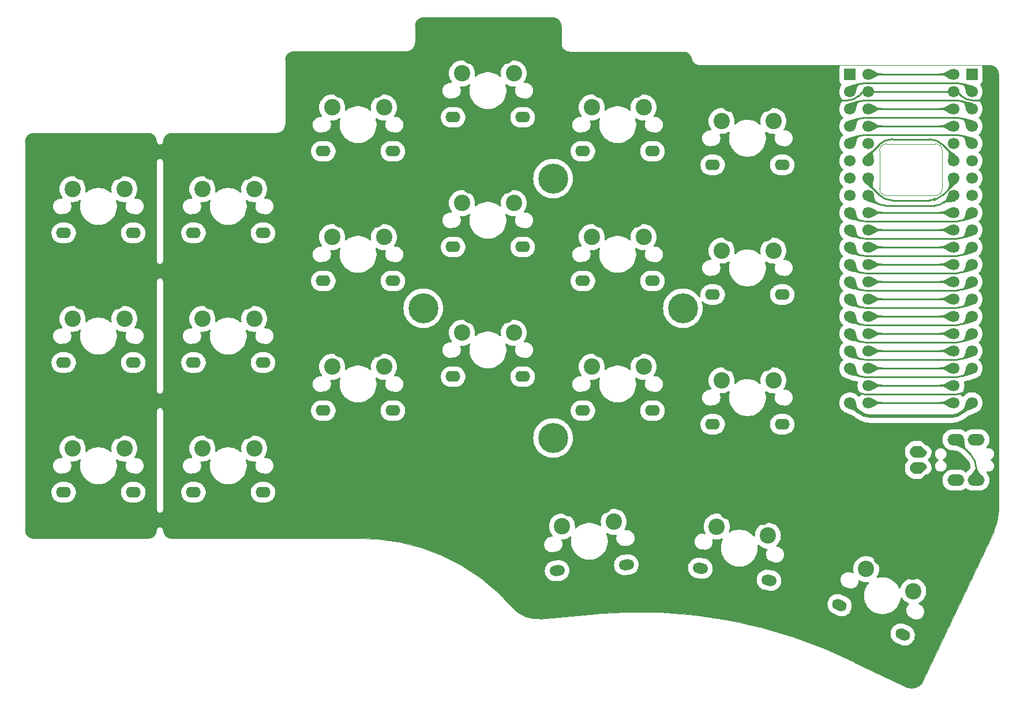
<source format=gbl>
%TF.GenerationSoftware,KiCad,Pcbnew,8.0.1*%
%TF.CreationDate,2024-04-30T21:38:09+02:00*%
%TF.ProjectId,Cantor_MX,43616e74-6f72-45f4-9d58-2e6b69636164,rev1.6*%
%TF.SameCoordinates,PX78114e0PY44b6550*%
%TF.FileFunction,Copper,L2,Bot*%
%TF.FilePolarity,Positive*%
%FSLAX46Y46*%
G04 Gerber Fmt 4.6, Leading zero omitted, Abs format (unit mm)*
G04 Created by KiCad (PCBNEW 8.0.1) date 2024-04-30 21:38:09*
%MOMM*%
%LPD*%
G01*
G04 APERTURE LIST*
G04 Aperture macros list*
%AMHorizOval*
0 Thick line with rounded ends*
0 $1 width*
0 $2 $3 position (X,Y) of the first rounded end (center of the circle)*
0 $4 $5 position (X,Y) of the second rounded end (center of the circle)*
0 Add line between two ends*
20,1,$1,$2,$3,$4,$5,0*
0 Add two circle primitives to create the rounded ends*
1,1,$1,$2,$3*
1,1,$1,$4,$5*%
%AMFreePoly0*
4,1,28,-0.850000,0.400000,0.000000,1.250000,0.114750,1.242219,0.293119,1.197860,0.457783,1.116195,0.601041,1.001041,0.716195,0.857783,0.797860,0.693119,0.842219,0.514750,0.850000,0.400000,0.850000,-0.400000,0.842219,-0.514750,0.797860,-0.693119,0.716195,-0.857783,0.601041,-1.001041,0.457783,-1.116195,0.293119,-1.197860,0.114750,-1.242219,0.000000,-1.250000,-0.114750,-1.242219,
-0.293119,-1.197860,-0.457783,-1.116195,-0.601041,-1.001041,-0.716195,-0.857783,-0.797860,-0.693119,-0.842219,-0.514750,-0.850000,-0.400000,-0.850000,0.400000,-0.850000,0.400000,$1*%
%AMFreePoly1*
4,1,28,-0.850000,0.400000,-0.842219,0.514750,-0.797860,0.693119,-0.716195,0.857783,-0.601041,1.001041,-0.457783,1.116195,-0.293119,1.197860,-0.114750,1.242219,0.000000,1.250000,0.850000,0.400000,0.850000,-0.400000,0.842219,-0.514750,0.797860,-0.693119,0.716195,-0.857783,0.601041,-1.001041,0.457783,-1.116195,0.293119,-1.197860,0.114750,-1.242219,0.000000,-1.250000,-0.114750,-1.242219,
-0.293119,-1.197860,-0.457783,-1.116195,-0.601041,-1.001041,-0.716195,-0.857783,-0.797860,-0.693119,-0.842219,-0.514750,-0.850000,-0.400000,-0.850000,0.400000,-0.850000,0.400000,$1*%
%AMFreePoly2*
4,1,28,-0.850000,0.400000,-0.842219,0.514750,-0.797860,0.693119,-0.716195,0.857783,-0.601041,1.001041,-0.457783,1.116195,-0.293119,1.197860,-0.114750,1.242219,0.000000,1.250000,0.114750,1.242219,0.293119,1.197860,0.457783,1.116195,0.601041,1.001041,0.716195,0.857783,0.797860,0.693119,0.842219,0.514750,0.850000,0.400000,0.850000,-0.400000,0.000000,-1.250000,-0.114750,-1.242219,
-0.293119,-1.197860,-0.457783,-1.116195,-0.601041,-1.001041,-0.716195,-0.857783,-0.797860,-0.693119,-0.842219,-0.514750,-0.850000,-0.400000,-0.850000,0.400000,-0.850000,0.400000,$1*%
%AMFreePoly3*
4,1,28,-0.850000,0.400000,-0.842219,0.514750,-0.797860,0.693119,-0.716195,0.857783,-0.601041,1.001041,-0.457783,1.116195,-0.293119,1.197860,-0.114750,1.242219,0.000000,1.250000,0.114750,1.242219,0.293119,1.197860,0.457783,1.116195,0.601041,1.001041,0.716195,0.857783,0.797860,0.693119,0.842219,0.514750,0.850000,0.400000,0.850000,-0.400000,0.842219,-0.514750,0.797860,-0.693119,
0.716195,-0.857783,0.601041,-1.001041,0.457783,-1.116195,0.293119,-1.197860,0.114750,-1.242219,0.000000,-1.250000,-0.850000,-0.400000,-0.850000,0.400000,-0.850000,0.400000,$1*%
G04 Aperture macros list end*
%TA.AperFunction,ComponentPad*%
%ADD10O,2.200000X1.600000*%
%TD*%
%TA.AperFunction,ComponentPad*%
%ADD11C,2.400000*%
%TD*%
%TA.AperFunction,ComponentPad*%
%ADD12HorizOval,1.500000X1.449945X-0.012653X-1.449945X0.012653X0*%
%TD*%
%TA.AperFunction,ComponentPad*%
%ADD13O,2.200000X1.500000*%
%TD*%
%TA.AperFunction,ComponentPad*%
%ADD14HorizOval,1.500000X1.449945X0.012653X-1.449945X-0.012653X0*%
%TD*%
%TA.AperFunction,ComponentPad*%
%ADD15HorizOval,1.600000X0.298858X0.026147X-0.298858X-0.026147X0*%
%TD*%
%TA.AperFunction,ComponentPad*%
%ADD16HorizOval,1.500000X1.445530X0.113766X-1.445530X-0.113766X0*%
%TD*%
%TA.AperFunction,ComponentPad*%
%ADD17HorizOval,1.500000X0.348668X0.030505X-0.348668X-0.030505X0*%
%TD*%
%TA.AperFunction,ComponentPad*%
%ADD18HorizOval,1.500000X1.443324X0.138976X-1.443324X-0.138976X0*%
%TD*%
%TA.AperFunction,ComponentPad*%
%ADD19FreePoly0,270.000000*%
%TD*%
%TA.AperFunction,ComponentPad*%
%ADD20FreePoly1,270.000000*%
%TD*%
%TA.AperFunction,ComponentPad*%
%ADD21FreePoly2,270.000000*%
%TD*%
%TA.AperFunction,ComponentPad*%
%ADD22FreePoly3,270.000000*%
%TD*%
%TA.AperFunction,ComponentPad*%
%ADD23O,2.500000X1.700000*%
%TD*%
%TA.AperFunction,ComponentPad*%
%ADD24HorizOval,1.600000X0.271892X-0.126785X-0.271892X0.126785X0*%
%TD*%
%TA.AperFunction,ComponentPad*%
%ADD25HorizOval,1.500000X1.308749X-0.624241X-1.308749X0.624241X0*%
%TD*%
%TA.AperFunction,ComponentPad*%
%ADD26HorizOval,1.500000X0.317208X-0.147916X-0.317208X0.147916X0*%
%TD*%
%TA.AperFunction,ComponentPad*%
%ADD27HorizOval,1.500000X1.319444X-0.601305X-1.319444X0.601305X0*%
%TD*%
%TA.AperFunction,ComponentPad*%
%ADD28R,1.700000X1.700000*%
%TD*%
%TA.AperFunction,ComponentPad*%
%ADD29C,1.700000*%
%TD*%
%TA.AperFunction,ComponentPad*%
%ADD30C,4.400000*%
%TD*%
%TA.AperFunction,ComponentPad*%
%ADD31HorizOval,1.600000X0.295442X-0.052094X-0.295442X0.052094X0*%
%TD*%
%TA.AperFunction,ComponentPad*%
%ADD32HorizOval,1.500000X1.425720X-0.264242X-1.425720X0.264242X0*%
%TD*%
%TA.AperFunction,ComponentPad*%
%ADD33HorizOval,1.500000X0.344683X-0.060777X-0.344683X0.060777X0*%
%TD*%
%TA.AperFunction,ComponentPad*%
%ADD34HorizOval,1.500000X1.430114X-0.239319X-1.430114X0.239319X0*%
%TD*%
%TA.AperFunction,ViaPad*%
%ADD35C,0.500000*%
%TD*%
%TA.AperFunction,Conductor*%
%ADD36C,0.500000*%
%TD*%
%TA.AperFunction,Conductor*%
%ADD37C,0.250000*%
%TD*%
%TA.AperFunction,Profile*%
%ADD38C,0.100000*%
%TD*%
G04 APERTURE END LIST*
D10*
%TO.P,K25,1*%
%TO.N,/k25*%
X33000000Y-29950000D03*
D11*
X34290000Y-23510000D03*
X41910000Y-23510000D03*
D10*
X43200000Y-29950000D03*
D12*
%TO.P,K25,2*%
%TO.N,GND*%
X34199958Y-20509599D03*
D11*
X35560000Y-20970000D03*
D13*
X38100000Y-31950000D03*
X38100000Y-31950000D03*
D11*
X40640000Y-20970000D03*
D14*
X42000042Y-20509599D03*
%TD*%
D10*
%TO.P,K24,1*%
%TO.N,/k24*%
X13950000Y-27950000D03*
D11*
X15240000Y-21510000D03*
X22860000Y-21510000D03*
D10*
X24150000Y-27950000D03*
D12*
%TO.P,K24,2*%
%TO.N,GND*%
X15149958Y-18509599D03*
D11*
X16510000Y-18970000D03*
D13*
X19050000Y-29950000D03*
X19050000Y-29950000D03*
D11*
X21590000Y-18970000D03*
D14*
X22950042Y-18509599D03*
%TD*%
D10*
%TO.P,K21,1*%
%TO.N,/k21*%
X-43200000Y-39950000D03*
D11*
X-41910000Y-33510000D03*
X-34290000Y-33510000D03*
D10*
X-33000000Y-39950000D03*
D12*
%TO.P,K21,2*%
%TO.N,GND*%
X-42000042Y-30509599D03*
D11*
X-40640000Y-30970000D03*
D13*
X-38100000Y-41950000D03*
X-38100000Y-41950000D03*
D11*
X-35560000Y-30970000D03*
D14*
X-34199958Y-30509599D03*
%TD*%
D10*
%TO.P,K02,1*%
%TO.N,/k02*%
X-24150000Y10150000D03*
D11*
X-22860000Y16590000D03*
X-15240000Y16590000D03*
D10*
X-13950000Y10150000D03*
D12*
%TO.P,K02,2*%
%TO.N,GND*%
X-22950042Y19590401D03*
D11*
X-21590000Y19130000D03*
D13*
X-19050000Y8150000D03*
X-19050000Y8150000D03*
D11*
X-16510000Y19130000D03*
D14*
X-15149958Y19590401D03*
%TD*%
D10*
%TO.P,K10,1*%
%TO.N,/k10*%
X-62250000Y-20900000D03*
D11*
X-60960000Y-14460000D03*
X-53340000Y-14460000D03*
D10*
X-52050000Y-20900000D03*
D12*
%TO.P,K10,2*%
%TO.N,GND*%
X-61050042Y-11459599D03*
D11*
X-59690000Y-11920000D03*
D13*
X-57150000Y-22900000D03*
X-57150000Y-22900000D03*
D11*
X-54610000Y-11920000D03*
D14*
X-53249958Y-11459599D03*
%TD*%
D10*
%TO.P,K04,1*%
%TO.N,/k04*%
X13950000Y10150000D03*
D11*
X15240000Y16590000D03*
X22860000Y16590000D03*
D10*
X24150000Y10150000D03*
D12*
%TO.P,K04,2*%
%TO.N,GND*%
X15149958Y19590401D03*
D11*
X16510000Y19130000D03*
D13*
X19050000Y8150000D03*
X19050000Y8150000D03*
D11*
X21590000Y19130000D03*
D14*
X22950042Y19590401D03*
%TD*%
D10*
%TO.P,K12,1*%
%TO.N,/k12*%
X-24150000Y-8900000D03*
D11*
X-22860000Y-2460000D03*
X-15240000Y-2460000D03*
D10*
X-13950000Y-8900000D03*
D12*
%TO.P,K12,2*%
%TO.N,GND*%
X-22950042Y540401D03*
D11*
X-21590000Y80000D03*
D13*
X-19050000Y-10900000D03*
X-19050000Y-10900000D03*
D11*
X-16510000Y80000D03*
D14*
X-15149958Y540401D03*
%TD*%
D15*
%TO.P,K30,1*%
%TO.N,/k30*%
X10159314Y-51479654D03*
D11*
X10883123Y-44951729D03*
X18474126Y-44287602D03*
D15*
X20320500Y-50590665D03*
D16*
%TO.P,K30,2*%
%TO.N,GND*%
X10531921Y-41970593D03*
D11*
X11926914Y-42310707D03*
D17*
X15414219Y-53027549D03*
X15414219Y-53027549D03*
D11*
X16987583Y-41867955D03*
D18*
X18302323Y-41290771D03*
%TD*%
D10*
%TO.P,K01,1*%
%TO.N,/k01*%
X-43200000Y-1850000D03*
D11*
X-41910000Y4590000D03*
X-34290000Y4590000D03*
D10*
X-33000000Y-1850000D03*
D12*
%TO.P,K01,2*%
%TO.N,GND*%
X-42000042Y7590401D03*
D11*
X-40640000Y7130000D03*
D13*
X-38100000Y-3850000D03*
X-38100000Y-3850000D03*
D11*
X-35560000Y7130000D03*
D14*
X-34199958Y7590401D03*
%TD*%
D10*
%TO.P,K14,1*%
%TO.N,/k14*%
X13950000Y-8900000D03*
D11*
X15240000Y-2460000D03*
X22860000Y-2460000D03*
D10*
X24150000Y-8900000D03*
D12*
%TO.P,K14,2*%
%TO.N,GND*%
X15149958Y540401D03*
D11*
X16510000Y80000D03*
D13*
X19050000Y-10900000D03*
X19050000Y-10900000D03*
D11*
X21590000Y80000D03*
D14*
X22950042Y540401D03*
%TD*%
D10*
%TO.P,K23,1*%
%TO.N,/k23*%
X-5100000Y-22950000D03*
D11*
X-3810000Y-16510000D03*
X3810000Y-16510000D03*
D10*
X5100000Y-22950000D03*
D12*
%TO.P,K23,2*%
%TO.N,GND*%
X-3900042Y-13509599D03*
D11*
X-2540000Y-13970000D03*
D13*
X0Y-24950000D03*
X0Y-24950000D03*
D11*
X2540000Y-13970000D03*
D14*
X3900042Y-13509599D03*
%TD*%
D10*
%TO.P,K03,1*%
%TO.N,/k03*%
X-5100000Y15150000D03*
D11*
X-3810000Y21590000D03*
X3810000Y21590000D03*
D10*
X5100000Y15150000D03*
D12*
%TO.P,K03,2*%
%TO.N,GND*%
X-3900042Y24590401D03*
D11*
X-2540000Y24130000D03*
D13*
X0Y13150000D03*
X0Y13150000D03*
D11*
X2540000Y24130000D03*
D14*
X3900042Y24590401D03*
%TD*%
D10*
%TO.P,K22,1*%
%TO.N,/k22*%
X-24150000Y-27950000D03*
D11*
X-22860000Y-21510000D03*
X-15240000Y-21510000D03*
D10*
X-13950000Y-27950000D03*
D12*
%TO.P,K22,2*%
%TO.N,GND*%
X-22950042Y-18509599D03*
D11*
X-21590000Y-18970000D03*
D13*
X-19050000Y-29950000D03*
X-19050000Y-29950000D03*
D11*
X-16510000Y-18970000D03*
D14*
X-15149958Y-18509599D03*
%TD*%
D19*
%TO.P,J1,1,SLEEVE*%
%TO.N,+3V3*%
X63160000Y-33970000D03*
D20*
X63160000Y-36420000D03*
D21*
%TO.P,J1,2,TIP*%
%TO.N,GND*%
X64660000Y-32220000D03*
D22*
X64660000Y-38170000D03*
D23*
%TO.P,J1,3,RING1*%
%TO.N,/RX*%
X68660000Y-32220000D03*
X71660000Y-38170000D03*
%TO.P,J1,4,RING2*%
%TO.N,/TX*%
X71660000Y-32220000D03*
X68660000Y-38170000D03*
%TD*%
D10*
%TO.P,K15,1*%
%TO.N,/k15*%
X33000000Y-10900000D03*
D11*
X34290000Y-4460000D03*
X41910000Y-4460000D03*
D10*
X43200000Y-10900000D03*
D12*
%TO.P,K15,2*%
%TO.N,GND*%
X34199958Y-1459599D03*
D11*
X35560000Y-1920000D03*
D13*
X38100000Y-12900000D03*
X38100000Y-12900000D03*
D11*
X40640000Y-1920000D03*
D14*
X42000042Y-1459599D03*
%TD*%
D24*
%TO.P,K32,1*%
%TO.N,/k32*%
X51629619Y-56529247D03*
D11*
X55520418Y-51237803D03*
X62426483Y-54458154D03*
D24*
X60873958Y-60839954D03*
D25*
%TO.P,K32,2*%
%TO.N,GND*%
X56706836Y-48480462D03*
D11*
X57744879Y-49472506D03*
D26*
X55406552Y-60497216D03*
X55406552Y-60497216D03*
D11*
X62348923Y-51619407D03*
D27*
X63776113Y-51776920D03*
%TD*%
D10*
%TO.P,K11,1*%
%TO.N,/k11*%
X-43200000Y-20900000D03*
D11*
X-41910000Y-14460000D03*
X-34290000Y-14460000D03*
D10*
X-33000000Y-20900000D03*
D12*
%TO.P,K11,2*%
%TO.N,GND*%
X-42000042Y-11459599D03*
D11*
X-40640000Y-11920000D03*
D13*
X-38100000Y-22900000D03*
X-38100000Y-22900000D03*
D11*
X-35560000Y-11920000D03*
D14*
X-34199958Y-11459599D03*
%TD*%
D28*
%TO.P,U1,1,PB12*%
%TO.N,unconnected-(U1-PB12-Pad1)*%
X53135000Y21430000D03*
X71035000Y21450000D03*
D29*
%TO.P,U1,2,PB13*%
%TO.N,/k05*%
X53135000Y18890000D03*
X71035000Y18910000D03*
%TO.P,U1,3,PB14*%
%TO.N,/k04*%
X53135000Y16350000D03*
X71035000Y16370000D03*
%TO.P,U1,4,PB15*%
%TO.N,/k03*%
X53135000Y13810000D03*
X71035000Y13830000D03*
%TO.P,U1,5,PA8*%
%TO.N,/k02*%
X53135000Y11270000D03*
X71035000Y11290000D03*
%TO.P,U1,6,PA9*%
%TO.N,unconnected-(U1-PA9-Pad6)*%
X53135000Y8730000D03*
X71035000Y8750000D03*
%TO.P,U1,7,PA10*%
%TO.N,unconnected-(U1-PA10-Pad7)*%
X53135000Y6190000D03*
X71035000Y6210000D03*
%TO.P,U1,8,PA11*%
%TO.N,unconnected-(U1-PA11-Pad8)*%
X53135000Y3650000D03*
X71035000Y3670000D03*
%TO.P,U1,9,PA12*%
%TO.N,unconnected-(U1-PA12-Pad9)*%
X53135000Y1110000D03*
X71035000Y1130000D03*
%TO.P,U1,10,PA15*%
%TO.N,/k15*%
X53135000Y-1430000D03*
X71035000Y-1410000D03*
%TO.P,U1,11,PB3*%
%TO.N,/k14*%
X53135000Y-3970000D03*
X71035000Y-3950000D03*
%TO.P,U1,12,PB4*%
%TO.N,/k13*%
X53135000Y-6510000D03*
X71035000Y-6490000D03*
%TO.P,U1,13,PB5*%
%TO.N,/k12*%
X53135000Y-9050000D03*
X71035000Y-9030000D03*
%TO.P,U1,14,PB6*%
%TO.N,/TX*%
X53135000Y-11590000D03*
X71035000Y-11570000D03*
%TO.P,U1,15,PB7*%
%TO.N,/RX*%
X53135000Y-14130000D03*
X71035000Y-14110000D03*
%TO.P,U1,16,PB8*%
%TO.N,/k11*%
X53135000Y-16670000D03*
X71035000Y-16650000D03*
%TO.P,U1,17,PB9*%
%TO.N,/k10*%
X53135000Y-19210000D03*
X71035000Y-19190000D03*
%TO.P,U1,18,5V*%
%TO.N,unconnected-(U1-5V-Pad18)*%
X53135000Y-21750000D03*
X71035000Y-21730000D03*
%TO.P,U1,19,GND*%
%TO.N,GND*%
X53135000Y-24290000D03*
X71035000Y-24270000D03*
%TO.P,U1,20,3V3*%
%TO.N,+3V3*%
X53135000Y-26830000D03*
X71035000Y-26810000D03*
%TO.P,U1,21,VBat*%
%TO.N,unconnected-(U1-VBat-Pad21)*%
X55795000Y-26810000D03*
X68375000Y-26830000D03*
%TO.P,U1,22,PC13*%
%TO.N,unconnected-(U1-PC13-Pad22)*%
X55795000Y-24270000D03*
X68375000Y-24290000D03*
%TO.P,U1,23,PC14*%
%TO.N,unconnected-(U1-PC14-Pad23)*%
X55795000Y-21730000D03*
X68375000Y-21750000D03*
%TO.P,U1,24,PC15*%
%TO.N,unconnected-(U1-PC15-Pad24)*%
X55795000Y-19190000D03*
X68375000Y-19210000D03*
%TO.P,U1,25,RES*%
%TO.N,unconnected-(U1-RES-Pad25)*%
X55795000Y-16650000D03*
X68375000Y-16670000D03*
%TO.P,U1,26,PA0*%
%TO.N,/k32*%
X55795000Y-14110000D03*
X68375000Y-14130000D03*
%TO.P,U1,27,PA1*%
%TO.N,/k31*%
X55795000Y-11570000D03*
X68375000Y-11590000D03*
%TO.P,U1,28,PA2*%
%TO.N,/k30*%
X55795000Y-9030000D03*
X68375000Y-9050000D03*
%TO.P,U1,29,PA3*%
%TO.N,/k20*%
X55795000Y-6490000D03*
X68375000Y-6510000D03*
%TO.P,U1,30,PA4*%
%TO.N,/k21*%
X55795000Y-3950000D03*
X68375000Y-3970000D03*
%TO.P,U1,31,PA5*%
%TO.N,/k22*%
X55795000Y-1410000D03*
X68375000Y-1430000D03*
%TO.P,U1,32,PA6*%
%TO.N,/k23*%
X55795000Y1130000D03*
X68375000Y1110000D03*
%TO.P,U1,33,PA7*%
%TO.N,/k24*%
X55795000Y3670000D03*
X68375000Y3650000D03*
%TO.P,U1,34,PB0*%
%TO.N,/k25*%
X55795000Y6210000D03*
X68375000Y6190000D03*
%TO.P,U1,35,PB1*%
%TO.N,/k00*%
X55795000Y8750000D03*
X68375000Y8730000D03*
%TO.P,U1,36,PB2*%
%TO.N,unconnected-(U1-PB2-Pad36)*%
X55795000Y11290000D03*
X68375000Y11270000D03*
%TO.P,U1,37,PB10*%
%TO.N,/k01*%
X55795000Y13830000D03*
X68375000Y13810000D03*
%TO.P,U1,38,3V3*%
%TO.N,+3V3*%
X55795000Y16370000D03*
X68375000Y16350000D03*
%TO.P,U1,39,GND*%
%TO.N,GND*%
X55795000Y18910000D03*
X68375000Y18890000D03*
%TO.P,U1,40,5V*%
%TO.N,unconnected-(U1-5V-Pad40)*%
X55795000Y21450000D03*
X68375000Y21430000D03*
%TD*%
D10*
%TO.P,K05,1*%
%TO.N,/k05*%
X33000000Y8150000D03*
D11*
X34290000Y14590000D03*
X41910000Y14590000D03*
D10*
X43200000Y8150000D03*
D12*
%TO.P,K05,2*%
%TO.N,GND*%
X34199958Y17590401D03*
D11*
X35560000Y17130000D03*
D13*
X38100000Y6150000D03*
X38100000Y6150000D03*
D11*
X40640000Y17130000D03*
D14*
X42000042Y17590401D03*
%TD*%
D10*
%TO.P,K20,1*%
%TO.N,/k20*%
X-62250000Y-39950000D03*
D11*
X-60960000Y-33510000D03*
X-53340000Y-33510000D03*
D10*
X-52050000Y-39950000D03*
D12*
%TO.P,K20,2*%
%TO.N,GND*%
X-61050042Y-30509599D03*
D11*
X-59690000Y-30970000D03*
D13*
X-57150000Y-41950000D03*
X-57150000Y-41950000D03*
D11*
X-54610000Y-30970000D03*
D14*
X-53249958Y-30509599D03*
%TD*%
D10*
%TO.P,K13,1*%
%TO.N,/k13*%
X-5100000Y-3900000D03*
D11*
X-3810000Y2540000D03*
X3810000Y2540000D03*
D10*
X5100000Y-3900000D03*
D12*
%TO.P,K13,2*%
%TO.N,GND*%
X-3900042Y5540401D03*
D11*
X-2540000Y5080000D03*
D13*
X0Y-5900000D03*
X0Y-5900000D03*
D11*
X2540000Y5080000D03*
D14*
X3900042Y5540401D03*
%TD*%
D10*
%TO.P,K00,1*%
%TO.N,/k00*%
X-62250000Y-1850000D03*
D11*
X-60960000Y4590000D03*
X-53340000Y4590000D03*
D10*
X-52050000Y-1850000D03*
D12*
%TO.P,K00,2*%
%TO.N,GND*%
X-61050042Y7590401D03*
D11*
X-59690000Y7130000D03*
D13*
X-57150000Y-3850000D03*
X-57150000Y-3850000D03*
D11*
X-54610000Y7130000D03*
D14*
X-53249958Y7590401D03*
%TD*%
D30*
%TO.P,REF\u002A\u002A,1*%
%TO.N,N/C*%
X-9480000Y-12910000D03*
X9570000Y6140000D03*
X9570000Y-31960000D03*
X28620000Y-12910000D03*
%TD*%
D31*
%TO.P,K31,1*%
%TO.N,/k31*%
X31200254Y-51105145D03*
D11*
X33588949Y-44986989D03*
X41093184Y-46310188D03*
D31*
X41245292Y-52876356D03*
D32*
%TO.P,K31,2*%
%TO.N,GND*%
X34021289Y-42016535D03*
D11*
X35280721Y-42706110D03*
D33*
X35875476Y-53960366D03*
X35875476Y-53960366D03*
D11*
X40283544Y-43588243D03*
D34*
X41702872Y-43371006D03*
%TD*%
D35*
%TO.N,/k25*%
X65570000Y3034550D03*
%TD*%
D36*
%TO.N,+3V3*%
X54308103Y-28003103D02*
X53135000Y-26830000D01*
X69841896Y-28003103D02*
X71035000Y-26810000D01*
X56231981Y-28800000D02*
X67918018Y-28800000D01*
D37*
X68340857Y16370000D02*
X55795000Y16370000D01*
D36*
X69841895Y-28003102D02*
G75*
G02*
X67918018Y-28800004I-1923895J1923902D01*
G01*
X56231981Y-28800000D02*
G75*
G02*
X54308107Y-28003099I19J2720800D01*
G01*
D37*
%TO.N,GND*%
X57181562Y18910000D02*
X57193515Y18910000D01*
X57193515Y18910000D02*
X68340857Y18910000D01*
X55268883Y-25540000D02*
X68866974Y-25540000D01*
X56703436Y18910000D02*
X57181562Y18910000D01*
X52827832Y17620000D02*
X43134142Y17620000D01*
X56655623Y18910000D02*
X56512186Y18910000D01*
X53760000Y-24915000D02*
X53135000Y-24290000D01*
X69482833Y18285001D02*
X69108301Y18659532D01*
X56655623Y18910000D02*
X56703436Y18910000D01*
X71040000Y17640000D02*
X72760000Y17640000D01*
X54384999Y18265001D02*
X54759531Y18639532D01*
X70400000Y-24905000D02*
X71035000Y-24270000D01*
X54759531Y18639532D02*
G75*
G02*
X55412500Y18910011I652969J-652932D01*
G01*
X69108301Y18659532D02*
G75*
G03*
X68455332Y18930034I-653001J-652932D01*
G01*
X68866974Y-25540000D02*
G75*
G03*
X70400008Y-24905008I26J2168000D01*
G01*
X54384998Y18265002D02*
G75*
G02*
X52827832Y17619989I-1557198J1557198D01*
G01*
X69482833Y18285001D02*
G75*
G03*
X71040000Y17640011I1557167J1557199D01*
G01*
X55268883Y-25540000D02*
G75*
G02*
X53760005Y-24914995I17J2133900D01*
G01*
%TO.N,/TX*%
X70390000Y-12215000D02*
X71035000Y-11570000D01*
X53770000Y-12225000D02*
X53135000Y-11590000D01*
X68832832Y-12860000D02*
X55303025Y-12860000D01*
X53770000Y-12225000D02*
G75*
G03*
X55303025Y-12859989I1533000J1533000D01*
G01*
X68832832Y-12860000D02*
G75*
G03*
X70389991Y-12214991I-32J2202200D01*
G01*
%TO.N,/RX*%
X68849903Y-15390000D02*
X55285954Y-15390000D01*
X71660000Y-36346981D02*
X71660000Y-38170000D01*
X53765000Y-14760000D02*
X53135000Y-14130000D01*
X70863103Y-34423103D02*
X68660000Y-32220000D01*
X70395000Y-14750000D02*
X71035000Y-14110000D01*
X53765001Y-14759999D02*
G75*
G03*
X55285954Y-15390018I1520999J1520999D01*
G01*
X70863103Y-34423103D02*
G75*
G02*
X71660005Y-36346981I-1923903J-1923897D01*
G01*
X68849903Y-15390000D02*
G75*
G03*
X70394999Y-14749999I-3J2185100D01*
G01*
%TO.N,/k00*%
X56097092Y9797092D02*
X57422908Y11122908D01*
X64792822Y11919804D02*
X59346786Y11919804D01*
X68090193Y9749414D02*
X66716700Y11122907D01*
X64792822Y11919804D02*
G75*
G02*
X66716695Y11122902I-22J-2720804D01*
G01*
X57422908Y11122908D02*
G75*
G02*
X59346786Y11919805I1923892J-1923908D01*
G01*
X68090193Y9749414D02*
G75*
G02*
X68374811Y9062304I-687093J-687114D01*
G01*
X56097092Y9797092D02*
G75*
G03*
X55794807Y9067304I729808J-729792D01*
G01*
%TO.N,/k01*%
X68340857Y13830000D02*
X55795000Y13830000D01*
%TO.N,/k02*%
X55303025Y12540000D02*
X68901116Y12540000D01*
X53770000Y11905000D02*
X53135000Y11270000D01*
X70410000Y11915000D02*
X71035000Y11290000D01*
X70409999Y11914999D02*
G75*
G03*
X68901116Y12540006I-1508899J-1508899D01*
G01*
X53770000Y11905000D02*
G75*
G02*
X55303025Y12539989I1533000J-1533000D01*
G01*
%TO.N,/k03*%
X70410000Y14455000D02*
X71035000Y13830000D01*
X55303025Y15080000D02*
X68901116Y15080000D01*
X53770000Y14445000D02*
X53135000Y13810000D01*
X68901116Y15080000D02*
G75*
G02*
X70409995Y14454995I-16J-2133900D01*
G01*
X55303025Y15080000D02*
G75*
G03*
X53769992Y14445008I-25J-2168000D01*
G01*
%TO.N,/k04*%
X70415000Y16990000D02*
X71035000Y16370000D01*
X55285954Y17610000D02*
X68918187Y17610000D01*
X53765000Y16980000D02*
X53377184Y16592185D01*
X53765000Y16980000D02*
G75*
G02*
X55285954Y17609977I1520900J-1520900D01*
G01*
X70414999Y16989999D02*
G75*
G03*
X68918187Y17609994I-1496799J-1496799D01*
G01*
%TO.N,/k05*%
X55303025Y20160000D02*
X68901116Y20160000D01*
X53770000Y19525000D02*
X53135000Y18890000D01*
X70410000Y19535000D02*
X71035000Y18910000D01*
X70409999Y19534999D02*
G75*
G03*
X68901116Y20160006I-1508899J-1508899D01*
G01*
X53770000Y19525000D02*
G75*
G02*
X55303025Y20159989I1533000J-1533000D01*
G01*
%TO.N,/k10*%
X53770000Y-19845000D02*
X53135000Y-19210000D01*
X55303025Y-20480000D02*
X68832832Y-20480000D01*
X70390000Y-19835000D02*
X71035000Y-19190000D01*
X70390000Y-19835000D02*
G75*
G02*
X68832832Y-20480013I-1557200J1557200D01*
G01*
X53770000Y-19845000D02*
G75*
G03*
X55303025Y-20479989I1533000J1533000D01*
G01*
%TO.N,/k11*%
X53770000Y-17305000D02*
X53135000Y-16670000D01*
X70390000Y-17295000D02*
X71035000Y-16650000D01*
X55303025Y-17940000D02*
X68832832Y-17940000D01*
X53770000Y-17305000D02*
G75*
G03*
X55303025Y-17939989I1533000J1533000D01*
G01*
X68832832Y-17940000D02*
G75*
G03*
X70389991Y-17294991I-32J2202200D01*
G01*
%TO.N,/k12*%
X53765000Y-9680000D02*
X53135000Y-9050000D01*
X55285954Y-10310000D02*
X68849903Y-10310000D01*
X70395000Y-9670000D02*
X71035000Y-9030000D01*
X55285954Y-10310000D02*
G75*
G02*
X53765013Y-9679987I46J2151000D01*
G01*
X70395000Y-9670000D02*
G75*
G02*
X68849903Y-10310001I-1545100J1545100D01*
G01*
%TO.N,/k13*%
X68849903Y-7770000D02*
X55285954Y-7770000D01*
X70395000Y-7130000D02*
X71035000Y-6490000D01*
X53765000Y-7140000D02*
X53135000Y-6510000D01*
X68849903Y-7770000D02*
G75*
G03*
X70394999Y-7129999I-3J2185100D01*
G01*
X53765001Y-7139999D02*
G75*
G03*
X55285954Y-7770018I1520999J1520999D01*
G01*
%TO.N,/k14*%
X70395000Y-4590000D02*
X71035000Y-3950000D01*
X68849903Y-5230000D02*
X55285954Y-5230000D01*
X53765000Y-4600000D02*
X53135000Y-3970000D01*
X68849903Y-5230000D02*
G75*
G03*
X70394999Y-4589999I-3J2185100D01*
G01*
X55285954Y-5230000D02*
G75*
G02*
X53765013Y-4599987I46J2151000D01*
G01*
%TO.N,/k15*%
X53770000Y-2065000D02*
X53135000Y-1430000D01*
X55303025Y-2700000D02*
X68832832Y-2700000D01*
X70390000Y-2055000D02*
X71035000Y-1410000D01*
X68832832Y-2700000D02*
G75*
G03*
X70389991Y-2054991I-32J2202200D01*
G01*
X53770000Y-2065000D02*
G75*
G03*
X55303025Y-2699989I1533000J1533000D01*
G01*
%TO.N,/k20*%
X55795000Y-6490000D02*
X68355000Y-6490000D01*
%TO.N,/k21*%
X55795000Y-3950000D02*
X68355000Y-3950000D01*
%TO.N,/k22*%
X68340857Y-1410000D02*
X55795000Y-1410000D01*
%TO.N,/k23*%
X68225857Y1130000D02*
X55795000Y1130000D01*
%TO.N,/k24*%
X58372731Y2160000D02*
X65522964Y2160000D01*
X56550000Y2915000D02*
X55795000Y3670000D01*
X67609308Y3299309D02*
X67139654Y2829656D01*
X67609309Y3299308D02*
G75*
G02*
X68092155Y3499353I482891J-482808D01*
G01*
X65522964Y2160000D02*
G75*
G03*
X67139663Y2829647I36J2286300D01*
G01*
X58372731Y2160000D02*
G75*
G02*
X56549991Y2914991I-31J2577700D01*
G01*
%TO.N,/k25*%
X57453103Y3726897D02*
X56079610Y5100390D01*
X66746895Y3726896D02*
X68072711Y5052712D01*
X59376981Y2930000D02*
X64823017Y2930000D01*
X68072711Y5052712D02*
G75*
G03*
X68374992Y5782500I-729811J729788D01*
G01*
X57453103Y3726897D02*
G75*
G03*
X59376981Y2929995I1923897J1923903D01*
G01*
X66746894Y3726897D02*
G75*
G02*
X64823017Y2929996I-1923894J1923903D01*
G01*
X56079610Y5100390D02*
G75*
G02*
X55794994Y5787500I687090J687110D01*
G01*
%TO.N,/k30*%
X55795000Y-9030000D02*
X68355000Y-9030000D01*
%TO.N,/k31*%
X55795000Y-11570000D02*
X68355000Y-11570000D01*
%TO.N,/k32*%
X55795000Y-14110000D02*
X68355000Y-14110000D01*
%TO.N,unconnected-(U1-PA12-Pad9)*%
X70390000Y485000D02*
X71035000Y1130000D01*
X53770000Y475000D02*
X53135000Y1110000D01*
X55303025Y-160000D02*
X68832832Y-160000D01*
X70390000Y485000D02*
G75*
G02*
X68832832Y-160013I-1557200J1557200D01*
G01*
X55303025Y-160000D02*
G75*
G02*
X53769992Y474992I-25J2168000D01*
G01*
%TO.N,unconnected-(U1-5V-Pad18)*%
X68815761Y-23030000D02*
X55320096Y-23030000D01*
X53775000Y-22390000D02*
X53135000Y-21750000D01*
X70385000Y-22380000D02*
X71035000Y-21730000D01*
X68815761Y-23030000D02*
G75*
G03*
X70385011Y-22380011I39J2219200D01*
G01*
X55320096Y-23030000D02*
G75*
G02*
X53775001Y-22389999I4J2185100D01*
G01*
%TO.N,unconnected-(U1-VBat-Pad21)*%
X55795000Y-26810000D02*
X68355000Y-26810000D01*
%TO.N,unconnected-(U1-PC13-Pad22)*%
X55795000Y-24270000D02*
X68355000Y-24270000D01*
%TO.N,unconnected-(U1-PC14-Pad23)*%
X55795000Y-21730000D02*
X68355000Y-21730000D01*
%TO.N,unconnected-(U1-PC15-Pad24)*%
X55795000Y-19190000D02*
X68355000Y-19190000D01*
%TO.N,unconnected-(U1-RES-Pad25)*%
X55795000Y-16650000D02*
X68355000Y-16650000D01*
%TO.N,unconnected-(U1-5V-Pad40)*%
X55795000Y21450000D02*
X68355000Y21450000D01*
%TD*%
%TA.AperFunction,Conductor*%
%TO.N,/k32*%
G36*
X68054197Y-13355533D02*
G01*
X68054474Y-13356147D01*
X68374134Y-14125511D01*
X68374143Y-14134466D01*
X68374134Y-14134489D01*
X68054514Y-14903756D01*
X68048175Y-14910081D01*
X68039220Y-14910072D01*
X68038518Y-14909752D01*
X67634191Y-14709568D01*
X67633049Y-14708921D01*
X67345247Y-14523649D01*
X67093898Y-14373014D01*
X67093893Y-14373011D01*
X66788729Y-14271932D01*
X66788730Y-14271932D01*
X66349720Y-14235882D01*
X66341756Y-14231789D01*
X66338978Y-14224221D01*
X66338978Y-13995868D01*
X66342405Y-13987595D01*
X66349817Y-13984200D01*
X66786605Y-13951962D01*
X67092698Y-13860274D01*
X67346053Y-13721076D01*
X67635017Y-13545774D01*
X67635937Y-13545273D01*
X68038566Y-13350107D01*
X68047505Y-13349583D01*
X68054197Y-13355533D01*
G37*
%TD.AperFunction*%
%TD*%
%TA.AperFunction,Conductor*%
%TO.N,/k00*%
G36*
X67505231Y10511872D02*
G01*
X67843991Y10202626D01*
X68114203Y10004507D01*
X68358529Y9846128D01*
X68359077Y9845750D01*
X68628527Y9648190D01*
X68629492Y9647399D01*
X68967008Y9339287D01*
X68970808Y9331178D01*
X68967761Y9322758D01*
X68967403Y9322383D01*
X68379139Y8732735D01*
X68370870Y8729298D01*
X68370846Y8729298D01*
X67537659Y8729990D01*
X67529389Y8733424D01*
X67525969Y8741700D01*
X67526005Y8742603D01*
X67558829Y9154092D01*
X67558975Y9155213D01*
X67618432Y9483250D01*
X67640572Y9760785D01*
X67562195Y10032249D01*
X67562194Y10032250D01*
X67562194Y10032251D01*
X67326558Y10334476D01*
X67324174Y10343108D01*
X67327511Y10349942D01*
X67489073Y10511504D01*
X67497345Y10514930D01*
X67505231Y10511872D01*
G37*
%TD.AperFunction*%
%TD*%
%TA.AperFunction,Conductor*%
%TO.N,+3V3*%
G36*
X53917614Y-26509534D02*
G01*
X53923939Y-26515873D01*
X53924238Y-26516678D01*
X54043841Y-26879731D01*
X54044190Y-26881044D01*
X54103672Y-27171388D01*
X54103679Y-27171421D01*
X54166717Y-27415542D01*
X54166718Y-27415543D01*
X54166719Y-27415546D01*
X54300746Y-27650573D01*
X54502476Y-27845712D01*
X54565673Y-27906844D01*
X54569236Y-27915059D01*
X54566685Y-27922548D01*
X54268565Y-28296381D01*
X54260728Y-28300712D01*
X54252514Y-28298532D01*
X53940569Y-28070510D01*
X53940568Y-28070509D01*
X53940562Y-28070505D01*
X53692912Y-27934425D01*
X53460608Y-27846689D01*
X53460559Y-27846672D01*
X53185774Y-27757124D01*
X53185270Y-27756947D01*
X52821009Y-27619556D01*
X52814477Y-27613430D01*
X52814191Y-27604480D01*
X52814324Y-27604144D01*
X53132364Y-26833868D01*
X53138685Y-26827532D01*
X53908661Y-26509525D01*
X53917614Y-26509534D01*
G37*
%TD.AperFunction*%
%TD*%
%TA.AperFunction,Conductor*%
%TO.N,/k30*%
G36*
X68054197Y-8275533D02*
G01*
X68054474Y-8276147D01*
X68374134Y-9045511D01*
X68374143Y-9054466D01*
X68374134Y-9054489D01*
X68054514Y-9823756D01*
X68048175Y-9830081D01*
X68039220Y-9830072D01*
X68038518Y-9829752D01*
X67634191Y-9629568D01*
X67633049Y-9628921D01*
X67345247Y-9443649D01*
X67093898Y-9293014D01*
X67093893Y-9293011D01*
X66788729Y-9191932D01*
X66788730Y-9191932D01*
X66349720Y-9155882D01*
X66341756Y-9151789D01*
X66338978Y-9144221D01*
X66338978Y-8915868D01*
X66342405Y-8907595D01*
X66349817Y-8904200D01*
X66786605Y-8871962D01*
X67092698Y-8780274D01*
X67346053Y-8641076D01*
X67635017Y-8465774D01*
X67635937Y-8465273D01*
X68038566Y-8270107D01*
X68047505Y-8269583D01*
X68054197Y-8275533D01*
G37*
%TD.AperFunction*%
%TD*%
%TA.AperFunction,Conductor*%
%TO.N,/k04*%
G36*
X54686291Y17648986D02*
G01*
X54691518Y17642014D01*
X54750633Y17421377D01*
X54749464Y17412499D01*
X54743938Y17407594D01*
X54396314Y17258708D01*
X54396313Y17258707D01*
X54211669Y17048202D01*
X54122199Y16775447D01*
X54050904Y16436400D01*
X54050606Y16435268D01*
X53924150Y16036858D01*
X53918381Y16030010D01*
X53909458Y16029246D01*
X53908528Y16029585D01*
X53138525Y16347886D01*
X53132189Y16354214D01*
X53132180Y16354234D01*
X53098725Y16435268D01*
X52814298Y17124207D01*
X52814309Y17133161D01*
X52820648Y17139486D01*
X52820877Y17139577D01*
X53260042Y17307972D01*
X53260868Y17308253D01*
X53588501Y17405897D01*
X53589330Y17406110D01*
X53879866Y17469264D01*
X54218147Y17538178D01*
X54677443Y17650352D01*
X54686291Y17648986D01*
G37*
%TD.AperFunction*%
%TD*%
%TA.AperFunction,Conductor*%
%TO.N,/k20*%
G36*
X56130801Y-5709875D02*
G01*
X56131442Y-5710165D01*
X56535819Y-5908119D01*
X56536848Y-5908690D01*
X56825947Y-6089010D01*
X56825949Y-6089011D01*
X57078972Y-6233826D01*
X57078974Y-6233827D01*
X57078980Y-6233830D01*
X57385361Y-6330080D01*
X57824207Y-6364161D01*
X57832189Y-6368218D01*
X57835000Y-6375826D01*
X57835000Y-6604173D01*
X57831573Y-6612446D01*
X57824206Y-6615838D01*
X57385360Y-6649919D01*
X57385358Y-6649920D01*
X57078983Y-6746167D01*
X57078972Y-6746171D01*
X56825949Y-6890987D01*
X56536857Y-7071303D01*
X56535809Y-7071884D01*
X56131456Y-7269827D01*
X56122519Y-7270387D01*
X56115804Y-7264463D01*
X56115507Y-7263808D01*
X55795865Y-6494489D01*
X55795856Y-6485534D01*
X55795865Y-6485511D01*
X55846284Y-6364161D01*
X56115507Y-5716190D01*
X56121846Y-5709866D01*
X56130801Y-5709875D01*
G37*
%TD.AperFunction*%
%TD*%
%TA.AperFunction,Conductor*%
%TO.N,/k05*%
G36*
X69944527Y20094717D02*
G01*
X70284618Y20026936D01*
X70576833Y19965218D01*
X70577680Y19965005D01*
X70907048Y19868385D01*
X70907900Y19868098D01*
X71295109Y19720192D01*
X71349055Y19699586D01*
X71355561Y19693432D01*
X71355810Y19684481D01*
X71355695Y19684191D01*
X71037819Y18914234D01*
X71031494Y18907895D01*
X71031474Y18907886D01*
X70261443Y18589573D01*
X70252488Y18589580D01*
X70246160Y18595916D01*
X70245830Y18596820D01*
X70144265Y18914234D01*
X70118347Y18995233D01*
X70118062Y18996293D01*
X70044569Y19334486D01*
X69952476Y19606024D01*
X69765509Y19815493D01*
X69765507Y19815494D01*
X69416623Y19964038D01*
X69410353Y19970432D01*
X69409905Y19977829D01*
X69469024Y20198461D01*
X69474475Y20205565D01*
X69483085Y20206801D01*
X69944527Y20094717D01*
G37*
%TD.AperFunction*%
%TD*%
%TA.AperFunction,Conductor*%
%TO.N,/k15*%
G36*
X70261554Y-1089618D02*
G01*
X71031474Y-1407885D01*
X71037810Y-1414213D01*
X71037819Y-1414233D01*
X71355718Y-2184247D01*
X71355707Y-2193202D01*
X71349368Y-2199527D01*
X71349133Y-2199620D01*
X70916038Y-2367572D01*
X70915293Y-2367833D01*
X70592891Y-2468429D01*
X70592092Y-2468648D01*
X70306644Y-2535976D01*
X70306439Y-2536022D01*
X69973670Y-2608230D01*
X69520793Y-2720676D01*
X69511938Y-2719344D01*
X69506673Y-2712349D01*
X69478773Y-2608230D01*
X69447545Y-2491691D01*
X69448713Y-2482815D01*
X69454168Y-2477941D01*
X69798052Y-2328026D01*
X69975776Y-2114503D01*
X70057419Y-1838225D01*
X70122168Y-1496665D01*
X70122486Y-1495389D01*
X70147627Y-1414233D01*
X70245907Y-1096968D01*
X70251628Y-1090080D01*
X70260545Y-1089255D01*
X70261554Y-1089618D01*
G37*
%TD.AperFunction*%
%TD*%
%TA.AperFunction,Conductor*%
%TO.N,unconnected-(U1-PC13-Pad22)*%
G36*
X68054197Y-23515533D02*
G01*
X68054474Y-23516147D01*
X68374134Y-24285511D01*
X68374143Y-24294466D01*
X68374134Y-24294489D01*
X68054514Y-25063756D01*
X68048175Y-25070081D01*
X68039220Y-25070072D01*
X68038518Y-25069752D01*
X67634191Y-24869568D01*
X67633049Y-24868921D01*
X67345247Y-24683649D01*
X67093898Y-24533014D01*
X67093893Y-24533011D01*
X66788729Y-24431932D01*
X66788730Y-24431932D01*
X66349720Y-24395882D01*
X66341756Y-24391789D01*
X66338978Y-24384221D01*
X66338978Y-24155868D01*
X66342405Y-24147595D01*
X66349817Y-24144200D01*
X66786605Y-24111962D01*
X67092698Y-24020274D01*
X67346053Y-23881076D01*
X67635017Y-23705774D01*
X67635937Y-23705273D01*
X68038566Y-23510107D01*
X68047505Y-23509583D01*
X68054197Y-23515533D01*
G37*
%TD.AperFunction*%
%TD*%
%TA.AperFunction,Conductor*%
%TO.N,GND*%
G36*
X9531330Y29806523D02*
G01*
X9535897Y29806424D01*
X9628499Y29804406D01*
X9647322Y29802552D01*
X9839973Y29768583D01*
X9860839Y29762992D01*
X10043398Y29696546D01*
X10062976Y29687417D01*
X10231226Y29590278D01*
X10248912Y29577895D01*
X10397618Y29453114D01*
X10397734Y29453017D01*
X10413016Y29437735D01*
X10537892Y29288915D01*
X10550279Y29271224D01*
X10647378Y29103043D01*
X10647412Y29102984D01*
X10656546Y29083396D01*
X10722989Y28900847D01*
X10728583Y28879968D01*
X10762550Y28687327D01*
X10764405Y28668497D01*
X10766523Y28571331D01*
X10766552Y28568629D01*
X10766552Y25979985D01*
X10768787Y25872216D01*
X10768788Y25872213D01*
X10806343Y25659953D01*
X10806345Y25659946D01*
X10880310Y25457469D01*
X10880311Y25457468D01*
X10988423Y25270973D01*
X11076112Y25166967D01*
X11127377Y25106163D01*
X11127379Y25106161D01*
X11292910Y24968090D01*
X11292914Y24968088D01*
X11376644Y24920139D01*
X11479975Y24860966D01*
X11479978Y24860964D01*
X11603784Y24816478D01*
X11682845Y24788069D01*
X11757880Y24775202D01*
X11895311Y24751635D01*
X12003104Y24750000D01*
X28688744Y24750000D01*
X28691240Y24749976D01*
X28786016Y24748066D01*
X28804517Y24746301D01*
X28992543Y24713988D01*
X29012935Y24708666D01*
X29191583Y24645395D01*
X29210765Y24636704D01*
X29376125Y24544084D01*
X29393570Y24532260D01*
X29540842Y24412983D01*
X29556035Y24398373D01*
X29680978Y24255876D01*
X29693477Y24238904D01*
X29792484Y24077298D01*
X29801925Y24058460D01*
X29867966Y23892863D01*
X29872593Y23881262D01*
X29878167Y23863519D01*
X29899609Y23771673D01*
X29900353Y23768269D01*
X29921390Y23665151D01*
X29921391Y23665145D01*
X29991216Y23475960D01*
X29995486Y23464393D01*
X30103196Y23279491D01*
X30241271Y23116013D01*
X30241276Y23116009D01*
X30241277Y23116008D01*
X30405540Y22978896D01*
X30405544Y22978893D01*
X30405549Y22978889D01*
X30405551Y22978888D01*
X30591072Y22872255D01*
X30792242Y22799329D01*
X30792247Y22799327D01*
X30816492Y22795068D01*
X31003007Y22762304D01*
X31110000Y22759999D01*
X51536762Y22760000D01*
X51603800Y22740315D01*
X51649555Y22687511D01*
X51659499Y22618353D01*
X51644532Y22576476D01*
X51644600Y22576445D01*
X51644220Y22575603D01*
X51642883Y22571859D01*
X51641524Y22569611D01*
X51641522Y22569608D01*
X51641522Y22569606D01*
X51597417Y22428068D01*
X51590913Y22407193D01*
X51584500Y22336614D01*
X51584500Y20523387D01*
X51590913Y20452808D01*
X51590913Y20452806D01*
X51590914Y20452804D01*
X51641522Y20290394D01*
X51696555Y20199358D01*
X51729530Y20144812D01*
X51849812Y20024530D01*
X51849814Y20024529D01*
X51849815Y20024528D01*
X51866675Y20014336D01*
X51913863Y19962810D01*
X51925704Y19893951D01*
X51898436Y19829622D01*
X51896819Y19827689D01*
X51876746Y19804187D01*
X51876735Y19804171D01*
X51749222Y19596090D01*
X51655830Y19370620D01*
X51598853Y19133298D01*
X51579706Y18890000D01*
X51598853Y18646703D01*
X51598853Y18646700D01*
X51598854Y18646698D01*
X51653718Y18418175D01*
X51655830Y18409381D01*
X51749222Y18183911D01*
X51876737Y17975827D01*
X51876738Y17975824D01*
X51917729Y17927830D01*
X52035241Y17790241D01*
X52100751Y17734290D01*
X52124168Y17714290D01*
X52162361Y17655783D01*
X52162859Y17585915D01*
X52125505Y17526869D01*
X52124168Y17525710D01*
X52035241Y17449759D01*
X51876738Y17264177D01*
X51876737Y17264174D01*
X51749222Y17056090D01*
X51655830Y16830620D01*
X51598853Y16593298D01*
X51579706Y16350000D01*
X51598853Y16106703D01*
X51598853Y16106700D01*
X51598854Y16106698D01*
X51651026Y15889388D01*
X51655830Y15869381D01*
X51749222Y15643911D01*
X51876737Y15435827D01*
X51876738Y15435824D01*
X51876741Y15435821D01*
X52035241Y15250241D01*
X52100751Y15194290D01*
X52124168Y15174290D01*
X52162361Y15115783D01*
X52162859Y15045915D01*
X52125505Y14986869D01*
X52124168Y14985710D01*
X52035241Y14909759D01*
X51876738Y14724177D01*
X51876737Y14724174D01*
X51749222Y14516090D01*
X51655830Y14290620D01*
X51655828Y14290613D01*
X51655828Y14290612D01*
X51626251Y14167415D01*
X51598853Y14053298D01*
X51579706Y13810000D01*
X51598853Y13566703D01*
X51598853Y13566700D01*
X51598854Y13566698D01*
X51654776Y13333768D01*
X51655830Y13329381D01*
X51749222Y13103911D01*
X51876737Y12895827D01*
X51876738Y12895824D01*
X51910044Y12856828D01*
X52035241Y12710241D01*
X52100751Y12654290D01*
X52124168Y12634290D01*
X52162361Y12575783D01*
X52162859Y12505915D01*
X52125505Y12446869D01*
X52124168Y12445710D01*
X52035241Y12369759D01*
X51876738Y12184177D01*
X51876737Y12184174D01*
X51749222Y11976090D01*
X51655830Y11750620D01*
X51655828Y11750613D01*
X51655828Y11750612D01*
X51643090Y11697556D01*
X51598853Y11513298D01*
X51579706Y11270000D01*
X51598853Y11026703D01*
X51598853Y11026700D01*
X51598854Y11026698D01*
X51651026Y10809388D01*
X51655830Y10789381D01*
X51749222Y10563911D01*
X51876737Y10355827D01*
X51876738Y10355824D01*
X51930449Y10292937D01*
X52035241Y10170241D01*
X52096910Y10117571D01*
X52124168Y10094290D01*
X52162361Y10035783D01*
X52162859Y9965915D01*
X52125505Y9906869D01*
X52124168Y9905710D01*
X52035241Y9829759D01*
X51876738Y9644177D01*
X51876737Y9644174D01*
X51749222Y9436090D01*
X51655830Y9210620D01*
X51598853Y8973298D01*
X51579706Y8730000D01*
X51598853Y8486703D01*
X51598853Y8486700D01*
X51598854Y8486698D01*
X51654883Y8253323D01*
X51655830Y8249381D01*
X51749222Y8023911D01*
X51876737Y7815827D01*
X51876738Y7815824D01*
X51930449Y7752937D01*
X52035241Y7630241D01*
X52100751Y7574290D01*
X52124168Y7554290D01*
X52162361Y7495783D01*
X52162859Y7425915D01*
X52125505Y7366869D01*
X52124168Y7365710D01*
X52035241Y7289759D01*
X51876738Y7104177D01*
X51876737Y7104174D01*
X51749222Y6896090D01*
X51655830Y6670620D01*
X51598853Y6433298D01*
X51579706Y6190000D01*
X51598853Y5946703D01*
X51598853Y5946700D01*
X51598854Y5946698D01*
X51651026Y5729388D01*
X51655830Y5709381D01*
X51749222Y5483911D01*
X51876737Y5275827D01*
X51876738Y5275824D01*
X51890750Y5259418D01*
X52035241Y5090241D01*
X52062493Y5066966D01*
X52124168Y5014290D01*
X52162361Y4955783D01*
X52162859Y4885915D01*
X52125505Y4826869D01*
X52124168Y4825710D01*
X52035241Y4749759D01*
X51876738Y4564177D01*
X51876737Y4564174D01*
X51749222Y4356090D01*
X51655830Y4130620D01*
X51655828Y4130613D01*
X51655828Y4130612D01*
X51630876Y4026680D01*
X51598853Y3893298D01*
X51579706Y3650000D01*
X51598853Y3406703D01*
X51598853Y3406700D01*
X51598854Y3406698D01*
X51651026Y3189388D01*
X51655830Y3169381D01*
X51749222Y2943911D01*
X51876737Y2735827D01*
X51876738Y2735824D01*
X51903884Y2704040D01*
X52035241Y2550241D01*
X52090496Y2503049D01*
X52124168Y2474290D01*
X52162361Y2415783D01*
X52162859Y2345915D01*
X52125505Y2286869D01*
X52124168Y2285710D01*
X52035241Y2209759D01*
X51876738Y2024177D01*
X51876737Y2024174D01*
X51749222Y1816090D01*
X51655830Y1590620D01*
X51598853Y1353298D01*
X51579706Y1110000D01*
X51598853Y866703D01*
X51598853Y866700D01*
X51598854Y866698D01*
X51651942Y645573D01*
X51655830Y629381D01*
X51749222Y403911D01*
X51876737Y195827D01*
X51876738Y195824D01*
X51930449Y132937D01*
X52035241Y10241D01*
X52100751Y-45710D01*
X52124168Y-65710D01*
X52162361Y-124217D01*
X52162859Y-194085D01*
X52125505Y-253131D01*
X52124168Y-254290D01*
X52035241Y-330241D01*
X51876738Y-515823D01*
X51876737Y-515826D01*
X51749222Y-723910D01*
X51655830Y-949380D01*
X51598853Y-1186702D01*
X51579706Y-1430000D01*
X51598853Y-1673297D01*
X51598853Y-1673300D01*
X51598854Y-1673302D01*
X51651026Y-1890612D01*
X51655830Y-1910619D01*
X51749222Y-2136089D01*
X51876737Y-2344173D01*
X51876738Y-2344176D01*
X51925230Y-2400953D01*
X52035241Y-2529759D01*
X52100751Y-2585710D01*
X52124168Y-2605710D01*
X52162361Y-2664217D01*
X52162859Y-2734085D01*
X52125505Y-2793131D01*
X52124168Y-2794290D01*
X52035241Y-2870241D01*
X51876738Y-3055823D01*
X51876737Y-3055826D01*
X51749222Y-3263910D01*
X51655830Y-3489380D01*
X51598853Y-3726702D01*
X51579706Y-3970000D01*
X51598853Y-4213297D01*
X51598853Y-4213300D01*
X51598854Y-4213302D01*
X51651026Y-4430612D01*
X51655830Y-4450619D01*
X51749222Y-4676089D01*
X51876737Y-4884173D01*
X51876738Y-4884176D01*
X51921169Y-4936198D01*
X52035241Y-5069759D01*
X52100751Y-5125710D01*
X52124168Y-5145710D01*
X52162361Y-5204217D01*
X52162859Y-5274085D01*
X52125505Y-5333131D01*
X52124168Y-5334290D01*
X52035241Y-5410241D01*
X51876738Y-5595823D01*
X51876737Y-5595826D01*
X51749222Y-5803910D01*
X51655830Y-6029380D01*
X51655828Y-6029387D01*
X51655828Y-6029388D01*
X51647785Y-6062890D01*
X51598853Y-6266702D01*
X51579706Y-6510000D01*
X51598853Y-6753297D01*
X51598853Y-6753300D01*
X51598854Y-6753302D01*
X51651026Y-6970612D01*
X51655830Y-6990619D01*
X51749222Y-7216089D01*
X51876737Y-7424173D01*
X51876738Y-7424176D01*
X51891653Y-7441639D01*
X52035241Y-7609759D01*
X52102108Y-7666869D01*
X52124168Y-7685710D01*
X52162361Y-7744217D01*
X52162859Y-7814085D01*
X52125505Y-7873131D01*
X52124168Y-7874290D01*
X52035241Y-7950241D01*
X51876738Y-8135823D01*
X51876737Y-8135826D01*
X51749222Y-8343910D01*
X51655830Y-8569380D01*
X51598853Y-8806702D01*
X51579706Y-9050000D01*
X51598853Y-9293297D01*
X51598853Y-9293300D01*
X51598854Y-9293302D01*
X51651026Y-9510612D01*
X51655830Y-9530619D01*
X51749222Y-9756089D01*
X51876737Y-9964173D01*
X51876738Y-9964176D01*
X51876741Y-9964179D01*
X52035241Y-10149759D01*
X52074562Y-10183342D01*
X52124168Y-10225710D01*
X52162361Y-10284217D01*
X52162859Y-10354085D01*
X52125505Y-10413131D01*
X52124168Y-10414290D01*
X52035241Y-10490241D01*
X51876738Y-10675823D01*
X51876737Y-10675826D01*
X51749222Y-10883910D01*
X51655830Y-11109380D01*
X51598853Y-11346702D01*
X51579706Y-11590000D01*
X51598853Y-11833297D01*
X51598853Y-11833300D01*
X51598854Y-11833302D01*
X51651026Y-12050612D01*
X51655830Y-12070619D01*
X51749222Y-12296089D01*
X51876737Y-12504173D01*
X51876738Y-12504176D01*
X51876741Y-12504179D01*
X52035241Y-12689759D01*
X52078646Y-12726830D01*
X52124168Y-12765710D01*
X52162361Y-12824217D01*
X52162859Y-12894085D01*
X52125505Y-12953131D01*
X52124168Y-12954290D01*
X52035241Y-13030241D01*
X51876738Y-13215823D01*
X51876737Y-13215826D01*
X51749222Y-13423910D01*
X51655830Y-13649380D01*
X51598853Y-13886702D01*
X51579706Y-14130000D01*
X51598853Y-14373297D01*
X51598853Y-14373300D01*
X51598854Y-14373302D01*
X51654395Y-14604645D01*
X51655830Y-14610619D01*
X51749222Y-14836089D01*
X51876737Y-15044173D01*
X51876738Y-15044176D01*
X51930449Y-15107063D01*
X52035241Y-15229759D01*
X52060712Y-15251513D01*
X52124168Y-15305710D01*
X52162361Y-15364217D01*
X52162859Y-15434085D01*
X52125505Y-15493131D01*
X52124168Y-15494290D01*
X52035241Y-15570241D01*
X51876738Y-15755823D01*
X51876737Y-15755826D01*
X51749222Y-15963910D01*
X51655830Y-16189380D01*
X51598853Y-16426702D01*
X51579706Y-16670000D01*
X51598853Y-16913297D01*
X51598853Y-16913300D01*
X51598854Y-16913302D01*
X51651026Y-17130612D01*
X51655830Y-17150619D01*
X51749222Y-17376089D01*
X51876737Y-17584173D01*
X51876738Y-17584176D01*
X51876741Y-17584179D01*
X52035241Y-17769759D01*
X52100751Y-17825710D01*
X52124168Y-17845710D01*
X52162361Y-17904217D01*
X52162859Y-17974085D01*
X52125505Y-18033131D01*
X52124168Y-18034290D01*
X52035241Y-18110241D01*
X51876738Y-18295823D01*
X51876737Y-18295826D01*
X51749222Y-18503910D01*
X51655830Y-18729380D01*
X51598853Y-18966702D01*
X51579706Y-19210000D01*
X51598853Y-19453297D01*
X51598853Y-19453300D01*
X51598854Y-19453302D01*
X51653718Y-19681825D01*
X51655830Y-19690619D01*
X51749222Y-19916089D01*
X51876737Y-20124173D01*
X51876738Y-20124176D01*
X51917729Y-20172170D01*
X52035241Y-20309759D01*
X52100751Y-20365710D01*
X52124168Y-20385710D01*
X52162361Y-20444217D01*
X52162859Y-20514085D01*
X52125505Y-20573131D01*
X52124168Y-20574290D01*
X52035241Y-20650241D01*
X51876738Y-20835823D01*
X51876737Y-20835826D01*
X51749222Y-21043910D01*
X51655830Y-21269380D01*
X51598853Y-21506702D01*
X51579706Y-21750000D01*
X51598853Y-21993297D01*
X51598853Y-21993300D01*
X51598854Y-21993302D01*
X51651026Y-22210612D01*
X51655830Y-22230619D01*
X51749222Y-22456089D01*
X51876737Y-22664173D01*
X51876738Y-22664176D01*
X51876741Y-22664179D01*
X52035241Y-22849759D01*
X52178897Y-22972453D01*
X52220823Y-23008261D01*
X52220826Y-23008262D01*
X52396267Y-23115773D01*
X52428911Y-23135777D01*
X52428916Y-23135779D01*
X52519909Y-23173469D01*
X52530751Y-23178586D01*
X52566649Y-23197711D01*
X53001754Y-23365801D01*
X53024950Y-23374298D01*
X53025729Y-23374568D01*
X53049547Y-23382352D01*
X53259621Y-23446903D01*
X53373652Y-23481943D01*
X53373666Y-23481947D01*
X53373692Y-23481955D01*
X53398668Y-23489129D01*
X53399487Y-23489348D01*
X53423864Y-23495404D01*
X53710968Y-23561321D01*
X53722194Y-23563802D01*
X54043710Y-23632123D01*
X54047633Y-23633025D01*
X54216648Y-23674758D01*
X54277014Y-23709939D01*
X54308777Y-23772171D01*
X54307497Y-23824088D01*
X54275000Y-23959448D01*
X54258853Y-24026702D01*
X54239706Y-24270000D01*
X54258853Y-24513297D01*
X54258853Y-24513300D01*
X54258854Y-24513302D01*
X54304312Y-24702647D01*
X54315830Y-24750619D01*
X54409222Y-24976089D01*
X54536737Y-25184173D01*
X54536738Y-25184176D01*
X54562702Y-25214576D01*
X54695241Y-25369759D01*
X54758033Y-25423388D01*
X54784168Y-25445710D01*
X54822361Y-25504217D01*
X54822859Y-25574085D01*
X54785505Y-25633131D01*
X54784168Y-25634290D01*
X54695241Y-25710241D01*
X54550749Y-25879419D01*
X54492242Y-25917612D01*
X54422374Y-25918110D01*
X54363328Y-25880757D01*
X54362169Y-25879419D01*
X54339010Y-25852303D01*
X54234759Y-25730241D01*
X54092056Y-25608361D01*
X54049176Y-25571738D01*
X54049173Y-25571737D01*
X53841089Y-25444222D01*
X53615618Y-25350830D01*
X53615621Y-25350830D01*
X53408991Y-25301222D01*
X53378302Y-25293854D01*
X53378300Y-25293853D01*
X53378297Y-25293853D01*
X53135000Y-25274706D01*
X52891702Y-25293853D01*
X52830894Y-25308452D01*
X52737764Y-25330811D01*
X52654380Y-25350830D01*
X52428910Y-25444222D01*
X52220826Y-25571737D01*
X52220823Y-25571738D01*
X52035241Y-25730241D01*
X51876738Y-25915823D01*
X51876737Y-25915826D01*
X51749222Y-26123910D01*
X51655830Y-26349380D01*
X51598853Y-26586702D01*
X51579706Y-26830000D01*
X51598853Y-27073297D01*
X51598853Y-27073300D01*
X51598854Y-27073302D01*
X51651026Y-27290612D01*
X51655830Y-27310619D01*
X51749222Y-27536089D01*
X51876737Y-27744173D01*
X51876738Y-27744176D01*
X51876741Y-27744179D01*
X52035241Y-27929759D01*
X52146753Y-28024999D01*
X52220823Y-28088261D01*
X52220826Y-28088262D01*
X52428911Y-28215777D01*
X52428914Y-28215779D01*
X52524441Y-28255347D01*
X52534406Y-28260002D01*
X52572032Y-28279663D01*
X52572036Y-28279664D01*
X52572037Y-28279665D01*
X52903505Y-28404687D01*
X52936293Y-28417054D01*
X52951502Y-28422592D01*
X52952006Y-28422769D01*
X52952024Y-28422775D01*
X52952038Y-28422780D01*
X52954807Y-28423717D01*
X52967178Y-28427904D01*
X53223821Y-28511539D01*
X53229142Y-28513410D01*
X53388727Y-28573680D01*
X53404616Y-28581001D01*
X53541598Y-28656272D01*
X53553944Y-28663056D01*
X53567403Y-28671623D01*
X53834763Y-28867054D01*
X53836183Y-28868092D01*
X53862072Y-28884546D01*
X53875262Y-28894206D01*
X53994924Y-28994614D01*
X54257512Y-29178480D01*
X54257519Y-29178484D01*
X54257530Y-29178492D01*
X54535161Y-29338783D01*
X54538985Y-29340566D01*
X54825688Y-29474259D01*
X54825692Y-29474260D01*
X54825706Y-29474267D01*
X55126954Y-29583913D01*
X55436612Y-29666887D01*
X55752322Y-29722557D01*
X56071682Y-29750498D01*
X56071683Y-29750499D01*
X56071684Y-29750499D01*
X56128363Y-29750499D01*
X56128375Y-29750500D01*
X56231974Y-29750500D01*
X56325590Y-29750501D01*
X56325595Y-29750500D01*
X67824403Y-29750500D01*
X67824408Y-29750501D01*
X67866657Y-29750500D01*
X67866668Y-29750503D01*
X67918024Y-29750503D01*
X67918024Y-29750504D01*
X68078315Y-29750503D01*
X68078317Y-29750503D01*
X68139559Y-29745144D01*
X68397677Y-29722561D01*
X68713388Y-29666891D01*
X69023046Y-29583917D01*
X69324294Y-29474271D01*
X69614839Y-29338787D01*
X69892471Y-29178496D01*
X70155077Y-28994617D01*
X70281788Y-28888294D01*
X70300657Y-28875233D01*
X70315186Y-28867054D01*
X70590879Y-28664512D01*
X70603667Y-28656278D01*
X70759707Y-28568869D01*
X70775197Y-28561550D01*
X70937613Y-28498143D01*
X70943350Y-28496066D01*
X71202296Y-28409402D01*
X71202317Y-28409394D01*
X71202361Y-28409380D01*
X71215925Y-28404687D01*
X71216367Y-28404529D01*
X71229456Y-28399704D01*
X71599592Y-28259079D01*
X71609219Y-28255340D01*
X71609529Y-28255217D01*
X71666559Y-28226951D01*
X71674134Y-28223509D01*
X71741089Y-28195777D01*
X71949179Y-28068259D01*
X72134759Y-27909759D01*
X72293259Y-27724179D01*
X72420777Y-27516089D01*
X72514172Y-27290612D01*
X72571146Y-27053302D01*
X72590294Y-26810000D01*
X72571146Y-26566698D01*
X72514172Y-26329388D01*
X72505189Y-26307701D01*
X72420777Y-26103910D01*
X72293262Y-25895826D01*
X72293261Y-25895823D01*
X72245246Y-25839605D01*
X72134759Y-25710241D01*
X71972593Y-25571738D01*
X71949176Y-25551738D01*
X71949173Y-25551737D01*
X71741089Y-25424222D01*
X71515618Y-25330830D01*
X71515621Y-25330830D01*
X71389285Y-25300499D01*
X71278302Y-25273854D01*
X71278300Y-25273853D01*
X71278297Y-25273853D01*
X71035000Y-25254706D01*
X70791702Y-25273853D01*
X70712594Y-25292845D01*
X70554472Y-25330808D01*
X70554380Y-25330830D01*
X70328910Y-25424222D01*
X70120826Y-25551737D01*
X70120823Y-25551738D01*
X69935241Y-25710241D01*
X69790749Y-25879419D01*
X69732242Y-25917612D01*
X69662374Y-25918110D01*
X69603328Y-25880757D01*
X69602169Y-25879419D01*
X69474756Y-25730238D01*
X69385832Y-25654290D01*
X69347638Y-25595784D01*
X69347139Y-25525916D01*
X69384493Y-25466869D01*
X69385832Y-25465710D01*
X69435384Y-25423388D01*
X69474759Y-25389759D01*
X69633259Y-25204179D01*
X69760777Y-24996089D01*
X69854172Y-24770612D01*
X69911146Y-24533302D01*
X69930294Y-24290000D01*
X69911146Y-24046698D01*
X69855933Y-23816723D01*
X69859423Y-23746946D01*
X69900087Y-23690128D01*
X69946466Y-23667474D01*
X70141268Y-23618838D01*
X70144446Y-23618089D01*
X70464621Y-23547137D01*
X70471514Y-23545574D01*
X70471738Y-23545522D01*
X70471778Y-23545513D01*
X70476924Y-23544290D01*
X70478352Y-23543952D01*
X70734198Y-23481955D01*
X70762087Y-23475197D01*
X70770977Y-23472878D01*
X70785826Y-23469006D01*
X70786606Y-23468788D01*
X70809838Y-23461862D01*
X71130479Y-23360248D01*
X71151660Y-23353165D01*
X71152370Y-23352915D01*
X71174005Y-23344897D01*
X71605103Y-23177064D01*
X71611170Y-23174669D01*
X71611390Y-23174581D01*
X71668653Y-23146098D01*
X71676408Y-23142568D01*
X71741089Y-23115777D01*
X71949179Y-22988259D01*
X72134759Y-22829759D01*
X72293259Y-22644179D01*
X72420777Y-22436089D01*
X72514172Y-22210612D01*
X72571146Y-21973302D01*
X72590294Y-21730000D01*
X72571146Y-21486698D01*
X72514172Y-21249388D01*
X72509803Y-21238840D01*
X72420777Y-21023910D01*
X72293262Y-20815826D01*
X72293261Y-20815823D01*
X72210122Y-20718480D01*
X72134759Y-20630241D01*
X72134757Y-20630239D01*
X72134756Y-20630238D01*
X72045832Y-20554290D01*
X72007638Y-20495784D01*
X72007139Y-20425916D01*
X72044493Y-20366869D01*
X72045832Y-20365710D01*
X72111343Y-20309758D01*
X72134759Y-20289759D01*
X72293259Y-20104179D01*
X72420777Y-19896089D01*
X72514172Y-19670612D01*
X72571146Y-19433302D01*
X72590294Y-19190000D01*
X72571146Y-18946698D01*
X72514172Y-18709388D01*
X72480276Y-18627555D01*
X72420777Y-18483910D01*
X72293262Y-18275826D01*
X72293261Y-18275823D01*
X72182641Y-18146304D01*
X72134759Y-18090241D01*
X72134757Y-18090239D01*
X72134756Y-18090238D01*
X72045832Y-18014290D01*
X72007638Y-17955784D01*
X72007139Y-17885916D01*
X72044493Y-17826869D01*
X72045832Y-17825710D01*
X72111343Y-17769758D01*
X72134759Y-17749759D01*
X72293259Y-17564179D01*
X72420777Y-17356089D01*
X72514172Y-17130612D01*
X72571146Y-16893302D01*
X72590294Y-16650000D01*
X72571146Y-16406698D01*
X72514172Y-16169388D01*
X72483900Y-16096304D01*
X72420777Y-15943910D01*
X72293262Y-15735826D01*
X72293261Y-15735823D01*
X72222222Y-15652647D01*
X72134759Y-15550241D01*
X72134757Y-15550239D01*
X72134756Y-15550238D01*
X72045832Y-15474290D01*
X72007638Y-15415784D01*
X72007139Y-15345916D01*
X72044493Y-15286869D01*
X72045832Y-15285710D01*
X72085871Y-15251513D01*
X72134759Y-15209759D01*
X72293259Y-15024179D01*
X72420777Y-14816089D01*
X72514172Y-14590612D01*
X72571146Y-14353302D01*
X72590294Y-14110000D01*
X72571146Y-13866698D01*
X72514172Y-13629388D01*
X72514169Y-13629380D01*
X72420777Y-13403910D01*
X72293262Y-13195826D01*
X72293261Y-13195823D01*
X72229859Y-13121589D01*
X72134759Y-13010241D01*
X72134757Y-13010239D01*
X72134756Y-13010238D01*
X72045832Y-12934290D01*
X72007638Y-12875784D01*
X72007139Y-12805916D01*
X72044493Y-12746869D01*
X72045832Y-12745710D01*
X72111343Y-12689758D01*
X72134759Y-12669759D01*
X72293259Y-12484179D01*
X72420777Y-12276089D01*
X72514172Y-12050612D01*
X72571146Y-11813302D01*
X72590294Y-11570000D01*
X72571146Y-11326698D01*
X72514172Y-11089388D01*
X72494724Y-11042435D01*
X72420777Y-10863910D01*
X72293262Y-10655826D01*
X72293261Y-10655823D01*
X72201710Y-10548631D01*
X72134759Y-10470241D01*
X72134757Y-10470239D01*
X72134756Y-10470238D01*
X72045832Y-10394290D01*
X72007638Y-10335784D01*
X72007139Y-10265916D01*
X72044493Y-10206869D01*
X72045832Y-10205710D01*
X72111343Y-10149758D01*
X72134759Y-10129759D01*
X72293259Y-9944179D01*
X72420777Y-9736089D01*
X72514172Y-9510612D01*
X72571146Y-9273302D01*
X72590294Y-9030000D01*
X72571146Y-8786698D01*
X72514172Y-8549388D01*
X72513859Y-8548632D01*
X72420777Y-8323910D01*
X72293262Y-8115826D01*
X72293261Y-8115823D01*
X72180667Y-7983993D01*
X72134759Y-7930241D01*
X72134757Y-7930239D01*
X72134756Y-7930238D01*
X72045832Y-7854290D01*
X72007638Y-7795784D01*
X72007139Y-7725916D01*
X72044493Y-7666869D01*
X72045832Y-7665710D01*
X72119259Y-7602997D01*
X72134759Y-7589759D01*
X72293259Y-7404179D01*
X72420777Y-7196089D01*
X72514172Y-6970612D01*
X72571146Y-6733302D01*
X72590294Y-6490000D01*
X72571146Y-6246698D01*
X72514172Y-6009388D01*
X72514169Y-6009380D01*
X72420777Y-5783910D01*
X72293262Y-5575826D01*
X72293261Y-5575823D01*
X72162265Y-5422447D01*
X72134759Y-5390241D01*
X72134757Y-5390239D01*
X72134756Y-5390238D01*
X72045832Y-5314290D01*
X72007638Y-5255784D01*
X72007139Y-5185916D01*
X72044493Y-5126869D01*
X72045832Y-5125710D01*
X72111343Y-5069758D01*
X72134759Y-5049759D01*
X72293259Y-4864179D01*
X72420777Y-4656089D01*
X72514172Y-4430612D01*
X72571146Y-4193302D01*
X72590294Y-3950000D01*
X72571146Y-3706698D01*
X72514172Y-3469388D01*
X72514169Y-3469380D01*
X72420777Y-3243910D01*
X72293262Y-3035826D01*
X72293261Y-3035823D01*
X72218324Y-2948083D01*
X72134759Y-2850241D01*
X72134757Y-2850239D01*
X72134756Y-2850238D01*
X72045832Y-2774290D01*
X72007638Y-2715784D01*
X72007139Y-2645916D01*
X72044493Y-2586869D01*
X72045832Y-2585710D01*
X72111343Y-2529758D01*
X72134759Y-2509759D01*
X72293259Y-2324179D01*
X72420777Y-2116089D01*
X72514172Y-1890612D01*
X72571146Y-1653302D01*
X72590294Y-1410000D01*
X72571146Y-1166698D01*
X72514172Y-929388D01*
X72514169Y-929380D01*
X72420777Y-703910D01*
X72293262Y-495826D01*
X72293261Y-495823D01*
X72168289Y-349500D01*
X72134759Y-310241D01*
X72134757Y-310239D01*
X72134756Y-310238D01*
X72045832Y-234290D01*
X72007638Y-175784D01*
X72007139Y-105916D01*
X72044493Y-46869D01*
X72045832Y-45710D01*
X72111343Y10242D01*
X72134759Y30241D01*
X72293259Y215821D01*
X72420777Y423911D01*
X72514172Y649388D01*
X72571146Y886698D01*
X72590294Y1130000D01*
X72571146Y1373302D01*
X72514172Y1610612D01*
X72485285Y1680353D01*
X72420777Y1836090D01*
X72293262Y2044174D01*
X72293261Y2044177D01*
X72158760Y2201657D01*
X72134759Y2229759D01*
X72134757Y2229761D01*
X72134756Y2229762D01*
X72045832Y2305710D01*
X72007638Y2364216D01*
X72007139Y2434084D01*
X72044493Y2493131D01*
X72045832Y2494290D01*
X72099351Y2540000D01*
X72134759Y2570241D01*
X72293259Y2755821D01*
X72420777Y2963911D01*
X72514172Y3189388D01*
X72571146Y3426698D01*
X72590294Y3670000D01*
X72571146Y3913302D01*
X72514172Y4150612D01*
X72478345Y4237107D01*
X72420777Y4376090D01*
X72293262Y4584174D01*
X72293261Y4584177D01*
X72180212Y4716540D01*
X72134759Y4769759D01*
X72134757Y4769761D01*
X72134756Y4769762D01*
X72045832Y4845710D01*
X72007638Y4904216D01*
X72007139Y4974084D01*
X72044493Y5033131D01*
X72045832Y5034290D01*
X72093346Y5074871D01*
X72134759Y5110241D01*
X72293259Y5295821D01*
X72420777Y5503911D01*
X72514172Y5729388D01*
X72571146Y5966698D01*
X72590294Y6210000D01*
X72571146Y6453302D01*
X72514172Y6690612D01*
X72513503Y6692227D01*
X72420777Y6916090D01*
X72293262Y7124174D01*
X72293261Y7124177D01*
X72229859Y7198411D01*
X72134759Y7309759D01*
X72134757Y7309761D01*
X72134756Y7309762D01*
X72045832Y7385710D01*
X72007638Y7444216D01*
X72007139Y7514084D01*
X72044493Y7573131D01*
X72045832Y7574290D01*
X72077276Y7601147D01*
X72134759Y7650241D01*
X72293259Y7835821D01*
X72420777Y8043911D01*
X72514172Y8269388D01*
X72571146Y8506698D01*
X72590294Y8750000D01*
X72571146Y8993302D01*
X72514172Y9230612D01*
X72508127Y9245207D01*
X72420777Y9456090D01*
X72293262Y9664174D01*
X72293261Y9664177D01*
X72229859Y9738411D01*
X72134759Y9849759D01*
X72134757Y9849761D01*
X72134756Y9849762D01*
X72045832Y9925710D01*
X72007638Y9984216D01*
X72007139Y10054084D01*
X72044493Y10113131D01*
X72045832Y10114290D01*
X72077276Y10141147D01*
X72134759Y10190241D01*
X72293259Y10375821D01*
X72420777Y10583911D01*
X72514172Y10809388D01*
X72571146Y11046698D01*
X72590294Y11290000D01*
X72571146Y11533302D01*
X72514172Y11770612D01*
X72505189Y11792299D01*
X72420777Y11996090D01*
X72293262Y12204174D01*
X72293261Y12204177D01*
X72209768Y12301935D01*
X72134759Y12389759D01*
X72134757Y12389761D01*
X72134756Y12389762D01*
X72045832Y12465710D01*
X72007638Y12524216D01*
X72007139Y12594084D01*
X72044493Y12653131D01*
X72045832Y12654290D01*
X72104080Y12704039D01*
X72134759Y12730241D01*
X72293259Y12915821D01*
X72420777Y13123911D01*
X72514172Y13349388D01*
X72571146Y13586698D01*
X72590294Y13830000D01*
X72571146Y14073302D01*
X72514172Y14310612D01*
X72510764Y14318840D01*
X72420777Y14536090D01*
X72293262Y14744174D01*
X72293261Y14744177D01*
X72193341Y14861168D01*
X72134759Y14929759D01*
X72134757Y14929761D01*
X72134756Y14929762D01*
X72045832Y15005710D01*
X72007638Y15064216D01*
X72007139Y15134084D01*
X72044493Y15193131D01*
X72045832Y15194290D01*
X72127002Y15263616D01*
X72134759Y15270241D01*
X72293259Y15455821D01*
X72420777Y15663911D01*
X72514172Y15889388D01*
X72571146Y16126698D01*
X72590294Y16370000D01*
X72571146Y16613302D01*
X72514172Y16850612D01*
X72509803Y16861160D01*
X72420777Y17076090D01*
X72293262Y17284174D01*
X72293261Y17284177D01*
X72210122Y17381520D01*
X72134759Y17469759D01*
X72134757Y17469761D01*
X72134756Y17469762D01*
X72045832Y17545710D01*
X72007638Y17604216D01*
X72007139Y17674084D01*
X72044493Y17733131D01*
X72045832Y17734290D01*
X72111343Y17790242D01*
X72134759Y17810241D01*
X72293259Y17995821D01*
X72420777Y18203911D01*
X72514172Y18429388D01*
X72571146Y18666698D01*
X72590294Y18910000D01*
X72571146Y19153302D01*
X72514172Y19390612D01*
X72480276Y19472445D01*
X72420777Y19616090D01*
X72308825Y19798778D01*
X72293259Y19824179D01*
X72293258Y19824181D01*
X72273182Y19847687D01*
X72244612Y19911448D01*
X72255050Y19980534D01*
X72301181Y20033010D01*
X72303287Y20034314D01*
X72320185Y20044528D01*
X72440472Y20164815D01*
X72528478Y20310394D01*
X72579086Y20472804D01*
X72585500Y20543384D01*
X72585500Y22356616D01*
X72579086Y22427196D01*
X72528478Y22589606D01*
X72528476Y22589609D01*
X72526246Y22596767D01*
X72528784Y22597559D01*
X72520935Y22654299D01*
X72550297Y22717700D01*
X72609275Y22755161D01*
X72643576Y22760000D01*
X73670000Y22760000D01*
X73670010Y22760000D01*
X73695737Y22760472D01*
X73771823Y22761866D01*
X73791424Y22760669D01*
X73991743Y22732375D01*
X74013411Y22727297D01*
X74204185Y22664050D01*
X74224588Y22655183D01*
X74400986Y22558832D01*
X74419474Y22546458D01*
X74575794Y22420116D01*
X74591773Y22404633D01*
X74722972Y22252379D01*
X74735930Y22234279D01*
X74837778Y22061027D01*
X74847294Y22040896D01*
X74916518Y21852214D01*
X74922279Y21830707D01*
X74956866Y21631409D01*
X74958682Y21611811D01*
X74959990Y21510774D01*
X74960000Y21509169D01*
X74960000Y-42838269D01*
X74959951Y-42841746D01*
X74953252Y-43080548D01*
X74952745Y-43088799D01*
X74907280Y-43567325D01*
X74906033Y-43576668D01*
X74824447Y-44049801D01*
X74822493Y-44059023D01*
X74705203Y-44524581D01*
X74702554Y-44533628D01*
X74550239Y-44988928D01*
X74546911Y-44997747D01*
X74360224Y-45440699D01*
X74356760Y-45448207D01*
X74248729Y-45663234D01*
X63637616Y-68093900D01*
X63618160Y-68123305D01*
X63543287Y-68207446D01*
X63531563Y-68218981D01*
X63334760Y-68388438D01*
X63319699Y-68399543D01*
X63100609Y-68536849D01*
X63084049Y-68545561D01*
X62846794Y-68648337D01*
X62829111Y-68654458D01*
X62579092Y-68720362D01*
X62560691Y-68723753D01*
X62303598Y-68751287D01*
X62284895Y-68751870D01*
X62026589Y-68740405D01*
X62008012Y-68738167D01*
X61753240Y-68687742D01*
X61737388Y-68683498D01*
X61620793Y-68643843D01*
X61607255Y-68638328D01*
X61413131Y-68545561D01*
X53910628Y-64960300D01*
X53909412Y-64959711D01*
X53146652Y-64584946D01*
X51604714Y-63866867D01*
X51604703Y-63866862D01*
X51604679Y-63866851D01*
X50046041Y-63185658D01*
X50046030Y-63185653D01*
X50046006Y-63185643D01*
X48471642Y-62541764D01*
X46882338Y-61935520D01*
X45279068Y-61367284D01*
X43662714Y-60837367D01*
X43033427Y-60647523D01*
X59098359Y-60647523D01*
X59106600Y-60883551D01*
X59106600Y-60883552D01*
X59135531Y-61032389D01*
X59151668Y-61115402D01*
X59232448Y-61337341D01*
X59232449Y-61337343D01*
X59232450Y-61337345D01*
X59346950Y-61543910D01*
X59346957Y-61543921D01*
X59492357Y-61730022D01*
X59492362Y-61730028D01*
X59665095Y-61891105D01*
X59860901Y-62023177D01*
X60618740Y-62376562D01*
X60845775Y-62441663D01*
X61080198Y-62470446D01*
X61316238Y-62462204D01*
X61548083Y-62417137D01*
X61770022Y-62336357D01*
X61976594Y-62221853D01*
X62162709Y-62076443D01*
X62323786Y-61903710D01*
X62455858Y-61707904D01*
X62555673Y-61493849D01*
X62620774Y-61266814D01*
X62649557Y-61032391D01*
X62641315Y-60796351D01*
X62596248Y-60564506D01*
X62515468Y-60342567D01*
X62400964Y-60135995D01*
X62400962Y-60135993D01*
X62400958Y-60135986D01*
X62255558Y-59949885D01*
X62255557Y-59949884D01*
X62255554Y-59949880D01*
X62082821Y-59788803D01*
X61887015Y-59656731D01*
X61129176Y-59303346D01*
X60902141Y-59238245D01*
X60902140Y-59238244D01*
X60902137Y-59238244D01*
X60782846Y-59223597D01*
X60667718Y-59209462D01*
X60667714Y-59209462D01*
X60431683Y-59217703D01*
X60431682Y-59217703D01*
X60199831Y-59262771D01*
X59977889Y-59343553D01*
X59771324Y-59458053D01*
X59771313Y-59458060D01*
X59585212Y-59603460D01*
X59585207Y-59603465D01*
X59424130Y-59776197D01*
X59292056Y-59972006D01*
X59192243Y-60186056D01*
X59127141Y-60413097D01*
X59098359Y-60647518D01*
X59098359Y-60647523D01*
X43033427Y-60647523D01*
X42034230Y-60346084D01*
X40394493Y-59893699D01*
X38744454Y-59480473D01*
X37085077Y-59106648D01*
X35417197Y-58772412D01*
X33741926Y-58477990D01*
X32908945Y-58351958D01*
X32060053Y-58223518D01*
X32060022Y-58223514D01*
X30372655Y-58009159D01*
X30372647Y-58009158D01*
X30372622Y-58009155D01*
X28680567Y-57835020D01*
X28680565Y-57835019D01*
X28680557Y-57835019D01*
X26984840Y-57701210D01*
X25415253Y-57614889D01*
X25286421Y-57607804D01*
X25131860Y-57602990D01*
X23586263Y-57554852D01*
X23037560Y-57550830D01*
X21885307Y-57542384D01*
X21885300Y-57542384D01*
X21885286Y-57542384D01*
X20184536Y-57570408D01*
X18484931Y-57638909D01*
X16787459Y-57747845D01*
X16142546Y-57802754D01*
X15940000Y-57820000D01*
X15939920Y-57820006D01*
X7611085Y-58539906D01*
X7608955Y-58540072D01*
X7404141Y-58554224D01*
X7394506Y-58554514D01*
X6982526Y-58550902D01*
X6971570Y-58550321D01*
X6562180Y-58510373D01*
X6551320Y-58508825D01*
X6147051Y-58432848D01*
X6136369Y-58430347D01*
X5740419Y-58318941D01*
X5730001Y-58315506D01*
X5345436Y-58169537D01*
X5335361Y-58165194D01*
X4965196Y-57985803D01*
X4955545Y-57980586D01*
X4712578Y-57835020D01*
X4602689Y-57769183D01*
X4593549Y-57763142D01*
X4260760Y-57521380D01*
X4252178Y-57514546D01*
X3941564Y-57243883D01*
X3934531Y-57237255D01*
X3792911Y-57092966D01*
X3787290Y-57086841D01*
X3433845Y-56674806D01*
X3124213Y-56336816D01*
X49854020Y-56336816D01*
X49862261Y-56572844D01*
X49862261Y-56572845D01*
X49891192Y-56721682D01*
X49907329Y-56804695D01*
X49988109Y-57026634D01*
X49988110Y-57026636D01*
X49988111Y-57026638D01*
X50102611Y-57233203D01*
X50102618Y-57233214D01*
X50248018Y-57419315D01*
X50248023Y-57419321D01*
X50420756Y-57580398D01*
X50616562Y-57712470D01*
X51374401Y-58065855D01*
X51601436Y-58130956D01*
X51835859Y-58159739D01*
X52071899Y-58151497D01*
X52303744Y-58106430D01*
X52525683Y-58025650D01*
X52732255Y-57911146D01*
X52918370Y-57765736D01*
X53079447Y-57593003D01*
X53211519Y-57397197D01*
X53311334Y-57183142D01*
X53376435Y-56956107D01*
X53405218Y-56721684D01*
X53396976Y-56485644D01*
X53351909Y-56253799D01*
X53271129Y-56031860D01*
X53156625Y-55825288D01*
X53156623Y-55825286D01*
X53156619Y-55825279D01*
X53011219Y-55639178D01*
X53011218Y-55639177D01*
X53011215Y-55639173D01*
X52838482Y-55478096D01*
X52642676Y-55346024D01*
X51884837Y-54992639D01*
X51657802Y-54927538D01*
X51657801Y-54927537D01*
X51657798Y-54927537D01*
X51538507Y-54912890D01*
X51423379Y-54898755D01*
X51423375Y-54898755D01*
X51187344Y-54906996D01*
X51187343Y-54906996D01*
X50955492Y-54952064D01*
X50733550Y-55032846D01*
X50526985Y-55147346D01*
X50526974Y-55147353D01*
X50340873Y-55292753D01*
X50340868Y-55292758D01*
X50179791Y-55465490D01*
X50047717Y-55661299D01*
X49947904Y-55875349D01*
X49882802Y-56102390D01*
X49854020Y-56336811D01*
X49854020Y-56336816D01*
X3124213Y-56336816D01*
X2694810Y-55868086D01*
X1926258Y-55089462D01*
X1829350Y-54998336D01*
X1732215Y-54906996D01*
X1129226Y-54339981D01*
X304860Y-53620722D01*
X-545716Y-52932665D01*
X-545722Y-52932660D01*
X-545730Y-52932654D01*
X-1421354Y-52276738D01*
X-2320796Y-51653885D01*
X-2320797Y-51653884D01*
X-2320809Y-51653876D01*
X-2532066Y-51518938D01*
X8355372Y-51518938D01*
X8375959Y-51754218D01*
X8375959Y-51754223D01*
X8433095Y-51983388D01*
X8525380Y-52200798D01*
X8539940Y-52224098D01*
X8650540Y-52401093D01*
X8690787Y-52447392D01*
X8805490Y-52579344D01*
X8833297Y-52602676D01*
X8986418Y-52731159D01*
X8986423Y-52731162D01*
X9188867Y-52852803D01*
X9270145Y-52885641D01*
X9407853Y-52941279D01*
X9637984Y-52994409D01*
X9873592Y-53010884D01*
X9873592Y-53010883D01*
X9873593Y-53010884D01*
X10706582Y-52938006D01*
X10706582Y-52938005D01*
X10706593Y-52938005D01*
X10794245Y-52916151D01*
X39447517Y-52916151D01*
X39449660Y-52931396D01*
X39480386Y-53150028D01*
X39480389Y-53150038D01*
X39549442Y-53375901D01*
X39549443Y-53375902D01*
X39652975Y-53588173D01*
X39652976Y-53588175D01*
X39652979Y-53588180D01*
X39788449Y-53781650D01*
X39952516Y-53951547D01*
X40141141Y-54093685D01*
X40265473Y-54159794D01*
X40349669Y-54204562D01*
X40349671Y-54204563D01*
X40349679Y-54204567D01*
X40407846Y-54224595D01*
X40572980Y-54281456D01*
X40572990Y-54281458D01*
X40572995Y-54281460D01*
X41396475Y-54426661D01*
X41632622Y-54430783D01*
X41866507Y-54397912D01*
X42092371Y-54328858D01*
X42304652Y-54225321D01*
X42498122Y-54089851D01*
X42668019Y-53925784D01*
X42810157Y-53737159D01*
X42921039Y-53528621D01*
X42997932Y-53305305D01*
X43038944Y-53072709D01*
X43041677Y-52916151D01*
X51764807Y-52916151D01*
X51793136Y-53095010D01*
X51849094Y-53267236D01*
X51849095Y-53267239D01*
X51890091Y-53347696D01*
X51931031Y-53428045D01*
X51931313Y-53428597D01*
X52037748Y-53575094D01*
X52037752Y-53575099D01*
X52165807Y-53703154D01*
X52165812Y-53703158D01*
X52212611Y-53737159D01*
X52312313Y-53809596D01*
X52417791Y-53863340D01*
X52473667Y-53891811D01*
X52473670Y-53891812D01*
X52553986Y-53917907D01*
X52645898Y-53947771D01*
X52742619Y-53963089D01*
X52779509Y-53975075D01*
X52873511Y-54022972D01*
X53038255Y-54076501D01*
X53209345Y-54103599D01*
X53209346Y-54103599D01*
X53382566Y-54103599D01*
X53382567Y-54103599D01*
X53553657Y-54076501D01*
X53718401Y-54022972D01*
X53872744Y-53944331D01*
X54012884Y-53842513D01*
X54135370Y-53720027D01*
X54237188Y-53579887D01*
X54315829Y-53425544D01*
X54369358Y-53260800D01*
X54396456Y-53089710D01*
X54396456Y-52998435D01*
X54416141Y-52931396D01*
X54468945Y-52885641D01*
X54538103Y-52875697D01*
X54579883Y-52889603D01*
X54728899Y-52970972D01*
X54728898Y-52970972D01*
X54728902Y-52970973D01*
X54728905Y-52970975D01*
X54983617Y-53065978D01*
X55249258Y-53123764D01*
X55501023Y-53141770D01*
X55520417Y-53143158D01*
X55520418Y-53143158D01*
X55520419Y-53143158D01*
X55652251Y-53133729D01*
X55791578Y-53123764D01*
X55791578Y-53123763D01*
X55795995Y-53123448D01*
X55796068Y-53124471D01*
X55860520Y-53133729D01*
X55913330Y-53179476D01*
X55933024Y-53246513D01*
X55913348Y-53313555D01*
X55896708Y-53334208D01*
X55883220Y-53347695D01*
X55694107Y-53584837D01*
X55532733Y-53841661D01*
X55401133Y-54114931D01*
X55300957Y-54401216D01*
X55300953Y-54401228D01*
X55233460Y-54696937D01*
X55233457Y-54696951D01*
X55199500Y-54998336D01*
X55199500Y-55301663D01*
X55233457Y-55603048D01*
X55233460Y-55603062D01*
X55300953Y-55898771D01*
X55300957Y-55898783D01*
X55401133Y-56185068D01*
X55532733Y-56458338D01*
X55532735Y-56458341D01*
X55694108Y-56715164D01*
X55883221Y-56952304D01*
X56097696Y-57166779D01*
X56334836Y-57355892D01*
X56591659Y-57517265D01*
X56864935Y-57648868D01*
X57046697Y-57712469D01*
X57151216Y-57749042D01*
X57151228Y-57749046D01*
X57446937Y-57816540D01*
X57446946Y-57816541D01*
X57446951Y-57816542D01*
X57647874Y-57839180D01*
X57748337Y-57850499D01*
X57748340Y-57850500D01*
X57748343Y-57850500D01*
X58051660Y-57850500D01*
X58051661Y-57850499D01*
X58205694Y-57833144D01*
X58353048Y-57816542D01*
X58353051Y-57816541D01*
X58353063Y-57816540D01*
X58648772Y-57749046D01*
X58935065Y-57648868D01*
X59208341Y-57517265D01*
X59465164Y-57355892D01*
X59702304Y-57166779D01*
X59916779Y-56952304D01*
X60105892Y-56715164D01*
X60267265Y-56458341D01*
X60398868Y-56185065D01*
X60499046Y-55898772D01*
X60566540Y-55603063D01*
X60577285Y-55507699D01*
X60604351Y-55443285D01*
X60661946Y-55403730D01*
X60731783Y-55401592D01*
X60791689Y-55437550D01*
X60809337Y-55462154D01*
X60823592Y-55488261D01*
X60823596Y-55488267D01*
X60986512Y-55705896D01*
X60986516Y-55705900D01*
X60986521Y-55705906D01*
X61178730Y-55898115D01*
X61178736Y-55898120D01*
X61178741Y-55898125D01*
X61396370Y-56061041D01*
X61396374Y-56061043D01*
X61396375Y-56061044D01*
X61634964Y-56191323D01*
X61634963Y-56191323D01*
X61634967Y-56191324D01*
X61634970Y-56191326D01*
X61761145Y-56238387D01*
X61817077Y-56280258D01*
X61841494Y-56345722D01*
X61826642Y-56413995D01*
X61790701Y-56454882D01*
X61787119Y-56457484D01*
X61787113Y-56457489D01*
X61664632Y-56579970D01*
X61664632Y-56579971D01*
X61664630Y-56579973D01*
X61620903Y-56640157D01*
X61562812Y-56720112D01*
X61484172Y-56874453D01*
X61430641Y-57039203D01*
X61404384Y-57204989D01*
X61403544Y-57210290D01*
X61403544Y-57383512D01*
X61409215Y-57419315D01*
X61430044Y-57550830D01*
X61430642Y-57554602D01*
X61484171Y-57719346D01*
X61562812Y-57873689D01*
X61664630Y-58013829D01*
X61787116Y-58136315D01*
X61892221Y-58212678D01*
X61927257Y-58238134D01*
X62007542Y-58279040D01*
X62081599Y-58316774D01*
X62081609Y-58316777D01*
X62086100Y-58318638D01*
X62085705Y-58319591D01*
X62129926Y-58346687D01*
X62135193Y-58351954D01*
X62135198Y-58351958D01*
X62243093Y-58430347D01*
X62281699Y-58458396D01*
X62380671Y-58508825D01*
X62443053Y-58540611D01*
X62443056Y-58540612D01*
X62529169Y-58568591D01*
X62615284Y-58596571D01*
X62698122Y-58609691D01*
X62794142Y-58624900D01*
X62794147Y-58624900D01*
X62975244Y-58624900D01*
X63061952Y-58611165D01*
X63154102Y-58596571D01*
X63326332Y-58540611D01*
X63487687Y-58458396D01*
X63634194Y-58351953D01*
X63762246Y-58223901D01*
X63868689Y-58077394D01*
X63950904Y-57916039D01*
X64006864Y-57743809D01*
X64021901Y-57648866D01*
X64035193Y-57564951D01*
X64035193Y-57383848D01*
X64011334Y-57233214D01*
X64006864Y-57204991D01*
X63978884Y-57118876D01*
X63950905Y-57032763D01*
X63950904Y-57032760D01*
X63922433Y-56976884D01*
X63868689Y-56871406D01*
X63820221Y-56804695D01*
X63762251Y-56724905D01*
X63762247Y-56724900D01*
X63634192Y-56596845D01*
X63634187Y-56596841D01*
X63487690Y-56490406D01*
X63487689Y-56490405D01*
X63487687Y-56490404D01*
X63326332Y-56408189D01*
X63283012Y-56394113D01*
X63225337Y-56354675D01*
X63198139Y-56290316D01*
X63210054Y-56221470D01*
X63257299Y-56169994D01*
X63261871Y-56167368D01*
X63456596Y-56061041D01*
X63674225Y-55898125D01*
X63866454Y-55705896D01*
X64029370Y-55488267D01*
X64131263Y-55301663D01*
X64159652Y-55249673D01*
X64159652Y-55249671D01*
X64159655Y-55249667D01*
X64254658Y-54994955D01*
X64312444Y-54729314D01*
X64331838Y-54458154D01*
X64312444Y-54186994D01*
X64254658Y-53921353D01*
X64159655Y-53666641D01*
X64159653Y-53666638D01*
X64159652Y-53666634D01*
X64029373Y-53428046D01*
X64029372Y-53428045D01*
X64029370Y-53428041D01*
X63866454Y-53210412D01*
X63866449Y-53210407D01*
X63866444Y-53210401D01*
X63674235Y-53018192D01*
X63674229Y-53018187D01*
X63674225Y-53018183D01*
X63456596Y-52855267D01*
X63456591Y-52855264D01*
X63456590Y-52855263D01*
X63218001Y-52724984D01*
X63218002Y-52724984D01*
X63097408Y-52680005D01*
X62963284Y-52629979D01*
X62963277Y-52629977D01*
X62963276Y-52629977D01*
X62697650Y-52572194D01*
X62697643Y-52572193D01*
X62426484Y-52552799D01*
X62426482Y-52552799D01*
X62155322Y-52572193D01*
X62155315Y-52572194D01*
X61889689Y-52629977D01*
X61889685Y-52629978D01*
X61889682Y-52629979D01*
X61762326Y-52677480D01*
X61634963Y-52724984D01*
X61396375Y-52855263D01*
X61396374Y-52855264D01*
X61178742Y-53018182D01*
X61178730Y-53018192D01*
X60986521Y-53210401D01*
X60986511Y-53210413D01*
X60823593Y-53428045D01*
X60823592Y-53428046D01*
X60693313Y-53666634D01*
X60598306Y-53921359D01*
X60583819Y-53987954D01*
X60550333Y-54049277D01*
X60489010Y-54082761D01*
X60419318Y-54077776D01*
X60363385Y-54035904D01*
X60350933Y-54015397D01*
X60267266Y-53841661D01*
X60247118Y-53809596D01*
X60105892Y-53584836D01*
X59916779Y-53347696D01*
X59702304Y-53133221D01*
X59690445Y-53123764D01*
X59558051Y-53018183D01*
X59465164Y-52944108D01*
X59287785Y-52832653D01*
X59208338Y-52782733D01*
X58935068Y-52651133D01*
X58648783Y-52550957D01*
X58648771Y-52550953D01*
X58409086Y-52496247D01*
X58353063Y-52483460D01*
X58353060Y-52483459D01*
X58353048Y-52483457D01*
X58051663Y-52449500D01*
X58051657Y-52449500D01*
X57748343Y-52449500D01*
X57748336Y-52449500D01*
X57446951Y-52483457D01*
X57446933Y-52483460D01*
X57191248Y-52541819D01*
X57121510Y-52537546D01*
X57065152Y-52496247D01*
X57040069Y-52431035D01*
X57054223Y-52362614D01*
X57064384Y-52346624D01*
X57123305Y-52267916D01*
X57212035Y-52105419D01*
X57253587Y-52029322D01*
X57253587Y-52029320D01*
X57253590Y-52029316D01*
X57348593Y-51774604D01*
X57406379Y-51508963D01*
X57425773Y-51237803D01*
X57406379Y-50966643D01*
X57348593Y-50701002D01*
X57253590Y-50446290D01*
X57253588Y-50446287D01*
X57253587Y-50446283D01*
X57123308Y-50207695D01*
X57123307Y-50207694D01*
X57123305Y-50207690D01*
X56960389Y-49990061D01*
X56960384Y-49990056D01*
X56960379Y-49990050D01*
X56768170Y-49797841D01*
X56768164Y-49797836D01*
X56768160Y-49797832D01*
X56550531Y-49634916D01*
X56550526Y-49634913D01*
X56550525Y-49634912D01*
X56311936Y-49504633D01*
X56311937Y-49504633D01*
X56262338Y-49486133D01*
X56057219Y-49409628D01*
X56057212Y-49409626D01*
X56057211Y-49409626D01*
X55791585Y-49351843D01*
X55791578Y-49351842D01*
X55520419Y-49332448D01*
X55520417Y-49332448D01*
X55249257Y-49351842D01*
X55249250Y-49351843D01*
X54983624Y-49409626D01*
X54983620Y-49409627D01*
X54983617Y-49409628D01*
X54856261Y-49457129D01*
X54728898Y-49504633D01*
X54490310Y-49634912D01*
X54490309Y-49634913D01*
X54272677Y-49797831D01*
X54272665Y-49797841D01*
X54080456Y-49990050D01*
X54080446Y-49990062D01*
X53917528Y-50207694D01*
X53917527Y-50207695D01*
X53787248Y-50446283D01*
X53745500Y-50558215D01*
X53692243Y-50701002D01*
X53692242Y-50701005D01*
X53692241Y-50701009D01*
X53634458Y-50966635D01*
X53634457Y-50966642D01*
X53615063Y-51237801D01*
X53615063Y-51237804D01*
X53634457Y-51508963D01*
X53634458Y-51508970D01*
X53674716Y-51694037D01*
X53669732Y-51763729D01*
X53627860Y-51819662D01*
X53562396Y-51844079D01*
X53497255Y-51830880D01*
X53356946Y-51759388D01*
X53356943Y-51759387D01*
X53184717Y-51703429D01*
X53005858Y-51675100D01*
X53005853Y-51675100D01*
X52824761Y-51675100D01*
X52824756Y-51675100D01*
X52645896Y-51703429D01*
X52473670Y-51759387D01*
X52473667Y-51759388D01*
X52312309Y-51841606D01*
X52165812Y-51948041D01*
X52165809Y-51948044D01*
X52037752Y-52076100D01*
X52037748Y-52076105D01*
X51931313Y-52222602D01*
X51849095Y-52383960D01*
X51849094Y-52383963D01*
X51793136Y-52556189D01*
X51764807Y-52735048D01*
X51764807Y-52916151D01*
X43041677Y-52916151D01*
X43043066Y-52836561D01*
X43010195Y-52602676D01*
X42941142Y-52376813D01*
X42837605Y-52164532D01*
X42702135Y-51971062D01*
X42538068Y-51801165D01*
X42349443Y-51659027D01*
X42339772Y-51653885D01*
X42140914Y-51548149D01*
X42140907Y-51548146D01*
X42140905Y-51548145D01*
X42140900Y-51548143D01*
X42140897Y-51548142D01*
X41917603Y-51471255D01*
X41917586Y-51471251D01*
X41094110Y-51326051D01*
X41094106Y-51326050D01*
X40857968Y-51321929D01*
X40857966Y-51321929D01*
X40857961Y-51321929D01*
X40857954Y-51321930D01*
X40624083Y-51354798D01*
X40624073Y-51354801D01*
X40398210Y-51423854D01*
X40398209Y-51423855D01*
X40185938Y-51527387D01*
X40185932Y-51527390D01*
X40185932Y-51527391D01*
X40156287Y-51548149D01*
X39992459Y-51662863D01*
X39822565Y-51826927D01*
X39822563Y-51826930D01*
X39680427Y-52015552D01*
X39569549Y-52224081D01*
X39569542Y-52224098D01*
X39492655Y-52447392D01*
X39492651Y-52447409D01*
X39451639Y-52680001D01*
X39451638Y-52680005D01*
X39447980Y-52889603D01*
X39447517Y-52916151D01*
X10794245Y-52916151D01*
X10935761Y-52880867D01*
X11153169Y-52788582D01*
X11353464Y-52663423D01*
X11531714Y-52508472D01*
X11683530Y-52327545D01*
X11805174Y-52125095D01*
X11893650Y-51906110D01*
X11946779Y-51675979D01*
X11963254Y-51440371D01*
X11963095Y-51438559D01*
X11942670Y-51205096D01*
X11942669Y-51205090D01*
X11942669Y-51205086D01*
X11885531Y-50975918D01*
X11793247Y-50758509D01*
X11793246Y-50758508D01*
X11793244Y-50758502D01*
X11712914Y-50629949D01*
X18516558Y-50629949D01*
X18537145Y-50865229D01*
X18537145Y-50865234D01*
X18594281Y-51094399D01*
X18686566Y-51311809D01*
X18695465Y-51326050D01*
X18811726Y-51512104D01*
X18877550Y-51587826D01*
X18966676Y-51690355D01*
X19041296Y-51752967D01*
X19147604Y-51842170D01*
X19147609Y-51842173D01*
X19350053Y-51963814D01*
X19438529Y-51999560D01*
X19569039Y-52052290D01*
X19799170Y-52105420D01*
X20034778Y-52121895D01*
X20034778Y-52121894D01*
X20034779Y-52121895D01*
X20867768Y-52049017D01*
X20867768Y-52049016D01*
X20867779Y-52049016D01*
X21096947Y-51991878D01*
X21314355Y-51899593D01*
X21514650Y-51774434D01*
X21692900Y-51619483D01*
X21844716Y-51438556D01*
X21966360Y-51236106D01*
X22003194Y-51144940D01*
X29402479Y-51144940D01*
X29402480Y-51144946D01*
X29435348Y-51378817D01*
X29435351Y-51378827D01*
X29504404Y-51604690D01*
X29504405Y-51604691D01*
X29607937Y-51816962D01*
X29607938Y-51816964D01*
X29607941Y-51816969D01*
X29743411Y-52010439D01*
X29907478Y-52180336D01*
X30096103Y-52322474D01*
X30198301Y-52376814D01*
X30304631Y-52433351D01*
X30304633Y-52433352D01*
X30304641Y-52433356D01*
X30351527Y-52449500D01*
X30527942Y-52510245D01*
X30527952Y-52510247D01*
X30527957Y-52510249D01*
X31351437Y-52655450D01*
X31587584Y-52659572D01*
X31821469Y-52626701D01*
X32047333Y-52557647D01*
X32259614Y-52454110D01*
X32453084Y-52318640D01*
X32622981Y-52154573D01*
X32765119Y-51965948D01*
X32876001Y-51757410D01*
X32952894Y-51534094D01*
X32993906Y-51301498D01*
X32998028Y-51065350D01*
X32965157Y-50831465D01*
X32896104Y-50605602D01*
X32792567Y-50393321D01*
X32657097Y-50199851D01*
X32493030Y-50029954D01*
X32304405Y-49887816D01*
X32273802Y-49871544D01*
X32095876Y-49776938D01*
X32095869Y-49776935D01*
X32095867Y-49776934D01*
X32095862Y-49776932D01*
X32095859Y-49776931D01*
X31872565Y-49700044D01*
X31872548Y-49700040D01*
X31049072Y-49554840D01*
X31049068Y-49554839D01*
X30812930Y-49550718D01*
X30812928Y-49550718D01*
X30812923Y-49550718D01*
X30812916Y-49550719D01*
X30579045Y-49583587D01*
X30579035Y-49583590D01*
X30353172Y-49652643D01*
X30353171Y-49652644D01*
X30140900Y-49756176D01*
X30140894Y-49756179D01*
X30140894Y-49756180D01*
X30111249Y-49776938D01*
X29947421Y-49891652D01*
X29777527Y-50055716D01*
X29777525Y-50055719D01*
X29635389Y-50244341D01*
X29524511Y-50452870D01*
X29524504Y-50452887D01*
X29447617Y-50676181D01*
X29447613Y-50676198D01*
X29406601Y-50908790D01*
X29406600Y-50908794D01*
X29405429Y-50975917D01*
X29402479Y-51144940D01*
X22003194Y-51144940D01*
X22054836Y-51017121D01*
X22107965Y-50786990D01*
X22124440Y-50551382D01*
X22110700Y-50394340D01*
X22103856Y-50316107D01*
X22103855Y-50316101D01*
X22103855Y-50316097D01*
X22046717Y-50086929D01*
X21954433Y-49869520D01*
X21954432Y-49869519D01*
X21954430Y-49869513D01*
X21829276Y-49669228D01*
X21674323Y-49490974D01*
X21577377Y-49409628D01*
X21493396Y-49339160D01*
X21493391Y-49339157D01*
X21493390Y-49339156D01*
X21290952Y-49217519D01*
X21290948Y-49217517D01*
X21290946Y-49217516D01*
X21071960Y-49129040D01*
X20841831Y-49075910D01*
X20606220Y-49059434D01*
X19773230Y-49132313D01*
X19773225Y-49132314D01*
X19544054Y-49189451D01*
X19326644Y-49281736D01*
X19126351Y-49406895D01*
X18948098Y-49561846D01*
X18796280Y-49742779D01*
X18674639Y-49945223D01*
X18586164Y-50164208D01*
X18533034Y-50394338D01*
X18516558Y-50629949D01*
X11712914Y-50629949D01*
X11668090Y-50558217D01*
X11513137Y-50379963D01*
X11412934Y-50295884D01*
X11332210Y-50228149D01*
X11332205Y-50228146D01*
X11332204Y-50228145D01*
X11129766Y-50106508D01*
X11129762Y-50106506D01*
X11129760Y-50106505D01*
X10910774Y-50018029D01*
X10798503Y-49992109D01*
X10680645Y-49964899D01*
X10445034Y-49948423D01*
X9612044Y-50021302D01*
X9612039Y-50021303D01*
X9382868Y-50078440D01*
X9165458Y-50170725D01*
X8965165Y-50295884D01*
X8786912Y-50450835D01*
X8635094Y-50631768D01*
X8513453Y-50834212D01*
X8424978Y-51053197D01*
X8371848Y-51283327D01*
X8355372Y-51518938D01*
X-2532066Y-51518938D01*
X-3242796Y-51064967D01*
X-4186113Y-50510778D01*
X-4711029Y-50228145D01*
X-5149404Y-49992109D01*
X-5153595Y-49990050D01*
X-6131347Y-49509669D01*
X-7130555Y-49064141D01*
X-7851329Y-48774435D01*
X-8145680Y-48656124D01*
X-9175290Y-48286196D01*
X-10217961Y-47954867D01*
X-10217965Y-47954866D01*
X-10217974Y-47954863D01*
X-11065509Y-47719908D01*
X8270429Y-47719908D01*
X8298758Y-47898767D01*
X8354716Y-48070993D01*
X8354717Y-48070996D01*
X8389043Y-48138363D01*
X8434467Y-48227512D01*
X8436935Y-48232354D01*
X8543370Y-48378851D01*
X8543374Y-48378856D01*
X8671429Y-48506911D01*
X8671434Y-48506915D01*
X8799216Y-48599753D01*
X8817935Y-48613353D01*
X8916206Y-48663425D01*
X8979289Y-48695568D01*
X8979292Y-48695569D01*
X9039595Y-48715162D01*
X9151520Y-48751528D01*
X9234358Y-48764648D01*
X9330378Y-48779857D01*
X9330383Y-48779857D01*
X9511480Y-48779857D01*
X9690338Y-48751528D01*
X9690341Y-48751527D01*
X9851021Y-48699319D01*
X9889337Y-48693251D01*
X9925941Y-48693251D01*
X9925942Y-48693251D01*
X10097032Y-48666153D01*
X10261776Y-48612624D01*
X10416119Y-48533983D01*
X10556259Y-48432165D01*
X10678745Y-48309679D01*
X10780563Y-48169539D01*
X10859204Y-48015196D01*
X10912733Y-47850452D01*
X10939831Y-47679362D01*
X10939831Y-47506140D01*
X10912733Y-47335050D01*
X10859204Y-47170306D01*
X10859201Y-47170300D01*
X10790968Y-47036383D01*
X10778072Y-46967714D01*
X10804349Y-46902974D01*
X10861455Y-46862717D01*
X10892601Y-46856406D01*
X11154283Y-46837690D01*
X11419924Y-46779904D01*
X11674636Y-46684901D01*
X11674640Y-46684898D01*
X11674642Y-46684898D01*
X11897618Y-46563144D01*
X11913236Y-46554616D01*
X12068279Y-46438550D01*
X12133741Y-46414135D01*
X12202014Y-46428987D01*
X12251420Y-46478392D01*
X12266272Y-46546664D01*
X12263479Y-46565411D01*
X12233460Y-46696932D01*
X12233457Y-46696951D01*
X12199500Y-46998336D01*
X12199500Y-47301663D01*
X12233457Y-47603048D01*
X12233460Y-47603062D01*
X12300953Y-47898771D01*
X12300957Y-47898783D01*
X12401133Y-48185068D01*
X12532733Y-48458338D01*
X12532735Y-48458341D01*
X12694108Y-48715164D01*
X12741373Y-48774432D01*
X12877812Y-48945522D01*
X12883221Y-48952304D01*
X13097696Y-49166779D01*
X13334836Y-49355892D01*
X13591659Y-49517265D01*
X13864935Y-49648868D01*
X14054393Y-49715162D01*
X14151216Y-49749042D01*
X14151228Y-49749046D01*
X14446937Y-49816540D01*
X14446946Y-49816541D01*
X14446951Y-49816542D01*
X14647874Y-49839180D01*
X14748337Y-49850499D01*
X14748340Y-49850500D01*
X14748343Y-49850500D01*
X15051660Y-49850500D01*
X15051661Y-49850499D01*
X15205694Y-49833144D01*
X15353048Y-49816542D01*
X15353051Y-49816541D01*
X15353063Y-49816540D01*
X15648772Y-49749046D01*
X15935065Y-49648868D01*
X16208341Y-49517265D01*
X16465164Y-49355892D01*
X16702304Y-49166779D01*
X16916779Y-48952304D01*
X17105892Y-48715164D01*
X17267265Y-48458341D01*
X17398868Y-48185065D01*
X17499046Y-47898772D01*
X17566540Y-47603063D01*
X17571626Y-47557928D01*
X17593932Y-47359946D01*
X17600500Y-47301657D01*
X17600500Y-46998343D01*
X17582846Y-46841659D01*
X17566542Y-46696951D01*
X17566541Y-46696946D01*
X17566540Y-46696937D01*
X17499046Y-46401228D01*
X17498251Y-46398957D01*
X17416471Y-46165242D01*
X17398868Y-46114935D01*
X17398867Y-46114933D01*
X17397719Y-46111652D01*
X17399369Y-46111074D01*
X17392534Y-46048508D01*
X17423701Y-45985975D01*
X17483728Y-45950220D01*
X17553558Y-45952593D01*
X17574028Y-45961483D01*
X17682606Y-46020771D01*
X17682610Y-46020772D01*
X17682613Y-46020774D01*
X17937325Y-46115777D01*
X18202966Y-46173563D01*
X18454731Y-46191569D01*
X18474125Y-46192957D01*
X18474126Y-46192957D01*
X18474127Y-46192957D01*
X18490094Y-46191814D01*
X18745286Y-46173563D01*
X18783536Y-46165242D01*
X18853224Y-46170225D01*
X18909159Y-46212095D01*
X18933577Y-46277559D01*
X18927824Y-46324726D01*
X18887266Y-46449550D01*
X18860169Y-46620638D01*
X18860169Y-46793859D01*
X18883323Y-46940053D01*
X18887267Y-46964950D01*
X18940796Y-47129694D01*
X19019437Y-47284037D01*
X19121255Y-47424177D01*
X19243741Y-47546663D01*
X19383881Y-47648481D01*
X19538224Y-47727122D01*
X19702968Y-47780651D01*
X19874058Y-47807749D01*
X19874059Y-47807749D01*
X20047278Y-47807749D01*
X20047280Y-47807749D01*
X20106223Y-47798413D01*
X20145014Y-47798413D01*
X20288525Y-47821143D01*
X20288526Y-47821143D01*
X20469622Y-47821143D01*
X20556330Y-47807408D01*
X20648480Y-47792814D01*
X20820710Y-47736854D01*
X20982065Y-47654639D01*
X21128572Y-47548196D01*
X21256624Y-47420144D01*
X21354458Y-47285486D01*
X30333057Y-47285486D01*
X30361386Y-47464345D01*
X30417344Y-47636571D01*
X30417345Y-47636574D01*
X30468442Y-47736855D01*
X30498242Y-47795341D01*
X30499563Y-47797932D01*
X30605998Y-47944429D01*
X30606002Y-47944434D01*
X30734057Y-48072489D01*
X30734062Y-48072493D01*
X30824727Y-48138364D01*
X30880563Y-48178931D01*
X30952418Y-48215543D01*
X31041917Y-48261146D01*
X31041920Y-48261147D01*
X31108754Y-48282862D01*
X31214148Y-48317106D01*
X31296986Y-48330226D01*
X31393006Y-48345435D01*
X31393011Y-48345435D01*
X31574100Y-48345435D01*
X31574103Y-48345435D01*
X31600542Y-48341247D01*
X31639337Y-48341247D01*
X31639476Y-48341269D01*
X31810566Y-48368367D01*
X31810567Y-48368367D01*
X31983787Y-48368367D01*
X31983788Y-48368367D01*
X32154878Y-48341269D01*
X32319622Y-48287740D01*
X32473965Y-48209099D01*
X32614105Y-48107281D01*
X32736591Y-47984795D01*
X32838409Y-47844655D01*
X32917050Y-47690312D01*
X32970579Y-47525568D01*
X32997677Y-47354478D01*
X32997677Y-47181256D01*
X32970579Y-47010166D01*
X32962930Y-46986627D01*
X32960934Y-46916790D01*
X32997013Y-46856956D01*
X33059714Y-46826127D01*
X33107219Y-46827144D01*
X33165840Y-46839896D01*
X33317789Y-46872950D01*
X33569554Y-46890956D01*
X33588948Y-46892344D01*
X33588949Y-46892344D01*
X33588950Y-46892344D01*
X33607049Y-46891049D01*
X33860109Y-46872950D01*
X34125750Y-46815164D01*
X34348614Y-46732039D01*
X34418302Y-46727056D01*
X34479625Y-46760541D01*
X34513110Y-46821864D01*
X34508126Y-46891555D01*
X34503664Y-46902023D01*
X34401136Y-47114923D01*
X34401133Y-47114931D01*
X34300957Y-47401216D01*
X34300953Y-47401228D01*
X34233460Y-47696937D01*
X34233457Y-47696951D01*
X34199500Y-47998336D01*
X34199500Y-48301663D01*
X34233457Y-48603048D01*
X34233459Y-48603060D01*
X34233460Y-48603063D01*
X34234972Y-48609688D01*
X34300953Y-48898771D01*
X34300957Y-48898783D01*
X34401133Y-49185068D01*
X34532733Y-49458338D01*
X34532735Y-49458341D01*
X34694108Y-49715164D01*
X34883221Y-49952304D01*
X35097696Y-50166779D01*
X35334836Y-50355892D01*
X35591659Y-50517265D01*
X35864935Y-50648868D01*
X36013926Y-50701002D01*
X36151216Y-50749042D01*
X36151228Y-50749046D01*
X36446937Y-50816540D01*
X36446946Y-50816541D01*
X36446951Y-50816542D01*
X36647874Y-50839180D01*
X36748337Y-50850499D01*
X36748340Y-50850500D01*
X36748343Y-50850500D01*
X37051660Y-50850500D01*
X37051661Y-50850499D01*
X37220599Y-50831465D01*
X37353048Y-50816542D01*
X37353051Y-50816541D01*
X37353063Y-50816540D01*
X37648772Y-50749046D01*
X37935065Y-50648868D01*
X38208341Y-50517265D01*
X38465164Y-50355892D01*
X38702304Y-50166779D01*
X38916779Y-49952304D01*
X39105892Y-49715164D01*
X39267265Y-49458341D01*
X39398868Y-49185065D01*
X39499046Y-48898772D01*
X39566540Y-48603063D01*
X39574324Y-48533983D01*
X39589523Y-48399081D01*
X39600500Y-48301657D01*
X39600500Y-47998343D01*
X39577560Y-47794743D01*
X39589614Y-47725922D01*
X39636963Y-47674542D01*
X39704574Y-47656918D01*
X39770979Y-47678644D01*
X39788461Y-47693179D01*
X39845431Y-47750149D01*
X39845437Y-47750154D01*
X39845442Y-47750159D01*
X40063071Y-47913075D01*
X40063075Y-47913077D01*
X40063076Y-47913078D01*
X40301665Y-48043357D01*
X40301664Y-48043357D01*
X40301668Y-48043358D01*
X40301671Y-48043360D01*
X40556383Y-48138363D01*
X40822024Y-48196149D01*
X40910997Y-48202512D01*
X40976460Y-48226929D01*
X41018332Y-48282862D01*
X41023316Y-48352554D01*
X41002468Y-48399081D01*
X40961593Y-48455340D01*
X40882951Y-48609685D01*
X40829420Y-48774435D01*
X40809727Y-48898772D01*
X40802323Y-48945522D01*
X40802323Y-49118744D01*
X40809931Y-49166779D01*
X40828138Y-49281737D01*
X40829421Y-49289834D01*
X40882950Y-49454578D01*
X40961591Y-49608921D01*
X41063409Y-49749061D01*
X41185895Y-49871547D01*
X41326035Y-49973365D01*
X41398956Y-50010520D01*
X41480373Y-50052004D01*
X41480375Y-50052004D01*
X41480378Y-50052006D01*
X41645122Y-50105535D01*
X41771791Y-50125596D01*
X41808679Y-50137583D01*
X41874804Y-50171276D01*
X42047034Y-50227236D01*
X42129872Y-50240356D01*
X42225892Y-50255565D01*
X42225897Y-50255565D01*
X42406994Y-50255565D01*
X42493702Y-50241830D01*
X42585852Y-50227236D01*
X42758082Y-50171276D01*
X42919437Y-50089061D01*
X43065944Y-49982618D01*
X43193996Y-49854566D01*
X43300439Y-49708059D01*
X43382654Y-49546704D01*
X43438614Y-49374474D01*
X43453302Y-49281736D01*
X43466943Y-49195616D01*
X43466943Y-49014513D01*
X43448612Y-48898783D01*
X43438614Y-48835656D01*
X43410634Y-48749541D01*
X43382655Y-48663428D01*
X43382654Y-48663425D01*
X43351890Y-48603048D01*
X43300439Y-48502071D01*
X43286839Y-48483352D01*
X43194001Y-48355570D01*
X43193997Y-48355565D01*
X43065942Y-48227510D01*
X43065937Y-48227506D01*
X42919440Y-48121071D01*
X42919439Y-48121070D01*
X42919437Y-48121069D01*
X42867743Y-48094729D01*
X42758082Y-48038853D01*
X42758079Y-48038852D01*
X42585853Y-47982894D01*
X42413868Y-47955653D01*
X42350734Y-47925723D01*
X42313803Y-47866411D01*
X42314801Y-47796549D01*
X42345586Y-47745499D01*
X42533145Y-47557940D01*
X42533155Y-47557930D01*
X42696071Y-47340301D01*
X42819132Y-47114931D01*
X42826353Y-47101707D01*
X42826353Y-47101705D01*
X42826356Y-47101701D01*
X42921359Y-46846989D01*
X42979145Y-46581348D01*
X42997499Y-46324726D01*
X42998539Y-46310189D01*
X42998539Y-46310186D01*
X42993237Y-46236053D01*
X42979145Y-46039028D01*
X42921359Y-45773387D01*
X42826356Y-45518675D01*
X42826354Y-45518672D01*
X42826353Y-45518668D01*
X42696074Y-45280080D01*
X42696073Y-45280079D01*
X42696071Y-45280075D01*
X42533155Y-45062446D01*
X42533150Y-45062441D01*
X42533145Y-45062435D01*
X42340936Y-44870226D01*
X42340930Y-44870221D01*
X42340926Y-44870217D01*
X42123297Y-44707301D01*
X42123292Y-44707298D01*
X42123291Y-44707297D01*
X41884702Y-44577018D01*
X41884703Y-44577018D01*
X41814822Y-44550954D01*
X41629985Y-44482013D01*
X41629978Y-44482011D01*
X41629977Y-44482011D01*
X41364351Y-44424228D01*
X41364344Y-44424227D01*
X41093185Y-44404833D01*
X41093183Y-44404833D01*
X40822023Y-44424227D01*
X40822016Y-44424228D01*
X40556390Y-44482011D01*
X40556386Y-44482012D01*
X40556383Y-44482013D01*
X40442254Y-44524581D01*
X40301664Y-44577018D01*
X40063076Y-44707297D01*
X40063075Y-44707298D01*
X39845443Y-44870216D01*
X39845431Y-44870226D01*
X39653222Y-45062435D01*
X39653212Y-45062447D01*
X39490294Y-45280079D01*
X39490293Y-45280080D01*
X39360014Y-45518668D01*
X39321958Y-45620702D01*
X39265009Y-45773387D01*
X39265008Y-45773390D01*
X39265007Y-45773394D01*
X39207224Y-46039020D01*
X39207223Y-46039027D01*
X39187829Y-46310186D01*
X39187829Y-46310195D01*
X39188973Y-46326199D01*
X39174119Y-46394472D01*
X39124712Y-46443875D01*
X39056438Y-46458725D01*
X38990975Y-46434305D01*
X38968342Y-46412354D01*
X38916779Y-46347696D01*
X38702303Y-46133220D01*
X38590970Y-46044435D01*
X38465164Y-45944108D01*
X38208341Y-45782735D01*
X38208338Y-45782733D01*
X37935068Y-45651133D01*
X37648783Y-45550957D01*
X37648771Y-45550953D01*
X37420556Y-45498864D01*
X37353063Y-45483460D01*
X37353060Y-45483459D01*
X37353048Y-45483457D01*
X37051663Y-45449500D01*
X37051657Y-45449500D01*
X36748343Y-45449500D01*
X36748336Y-45449500D01*
X36446951Y-45483457D01*
X36446937Y-45483460D01*
X36151228Y-45550953D01*
X36151216Y-45550957D01*
X35864931Y-45651133D01*
X35591657Y-45782735D01*
X35591656Y-45782736D01*
X35547721Y-45810342D01*
X35480484Y-45829342D01*
X35413649Y-45808974D01*
X35368436Y-45755705D01*
X35359199Y-45686449D01*
X35365565Y-45662022D01*
X35417124Y-45523790D01*
X35474910Y-45258149D01*
X35494304Y-44986989D01*
X35474910Y-44715829D01*
X35417124Y-44450188D01*
X35322121Y-44195476D01*
X35322119Y-44195473D01*
X35322118Y-44195469D01*
X35191839Y-43956881D01*
X35191838Y-43956880D01*
X35191836Y-43956876D01*
X35028920Y-43739247D01*
X35028915Y-43739242D01*
X35028910Y-43739236D01*
X34836701Y-43547027D01*
X34836695Y-43547022D01*
X34836691Y-43547018D01*
X34619062Y-43384102D01*
X34619057Y-43384099D01*
X34619056Y-43384098D01*
X34380467Y-43253819D01*
X34380468Y-43253819D01*
X34330869Y-43235319D01*
X34125750Y-43158814D01*
X34125743Y-43158812D01*
X34125742Y-43158812D01*
X33860116Y-43101029D01*
X33860109Y-43101028D01*
X33588950Y-43081634D01*
X33588948Y-43081634D01*
X33317788Y-43101028D01*
X33317781Y-43101029D01*
X33052155Y-43158812D01*
X33052151Y-43158813D01*
X33052148Y-43158814D01*
X32924792Y-43206315D01*
X32797429Y-43253819D01*
X32558841Y-43384098D01*
X32558840Y-43384099D01*
X32341208Y-43547017D01*
X32341196Y-43547027D01*
X32148987Y-43739236D01*
X32148977Y-43739248D01*
X31986059Y-43956880D01*
X31986058Y-43956881D01*
X31855779Y-44195469D01*
X31821415Y-44287603D01*
X31760774Y-44450188D01*
X31760773Y-44450191D01*
X31760772Y-44450195D01*
X31702989Y-44715821D01*
X31702988Y-44715828D01*
X31683594Y-44986987D01*
X31683594Y-44986990D01*
X31702988Y-45258149D01*
X31702989Y-45258156D01*
X31760704Y-45523470D01*
X31760774Y-45523790D01*
X31842626Y-45743242D01*
X31855779Y-45778507D01*
X31923815Y-45903105D01*
X31938667Y-45971378D01*
X31914250Y-46036842D01*
X31858317Y-46078714D01*
X31788625Y-46083698D01*
X31776668Y-46080464D01*
X31752967Y-46072764D01*
X31574108Y-46044435D01*
X31574103Y-46044435D01*
X31393011Y-46044435D01*
X31393006Y-46044435D01*
X31214146Y-46072764D01*
X31041920Y-46128722D01*
X31041917Y-46128723D01*
X30880559Y-46210941D01*
X30734062Y-46317376D01*
X30734057Y-46317380D01*
X30606002Y-46445435D01*
X30605998Y-46445440D01*
X30499563Y-46591937D01*
X30417345Y-46753295D01*
X30417344Y-46753298D01*
X30361386Y-46925524D01*
X30333057Y-47104383D01*
X30333057Y-47285486D01*
X21354458Y-47285486D01*
X21363067Y-47273637D01*
X21445282Y-47112282D01*
X21501242Y-46940052D01*
X21517105Y-46839896D01*
X21529571Y-46761194D01*
X21529571Y-46580091D01*
X21513090Y-46476040D01*
X21501242Y-46401234D01*
X21457685Y-46267176D01*
X21445283Y-46229006D01*
X21445282Y-46229003D01*
X21412793Y-46165242D01*
X21363067Y-46067649D01*
X21300725Y-45981842D01*
X21256629Y-45921148D01*
X21256625Y-45921143D01*
X21128570Y-45793088D01*
X21128565Y-45793084D01*
X20982068Y-45686649D01*
X20982067Y-45686648D01*
X20982065Y-45686647D01*
X20926204Y-45658184D01*
X20820710Y-45604431D01*
X20820707Y-45604430D01*
X20648481Y-45548472D01*
X20469622Y-45520143D01*
X20469617Y-45520143D01*
X20288525Y-45520143D01*
X20288520Y-45520143D01*
X20178395Y-45537585D01*
X20109101Y-45528630D01*
X20055649Y-45483634D01*
X20035010Y-45416883D01*
X20053735Y-45349569D01*
X20059723Y-45340810D01*
X20077013Y-45317715D01*
X20207298Y-45079115D01*
X20302301Y-44824403D01*
X20360087Y-44558762D01*
X20379481Y-44287602D01*
X20360087Y-44016442D01*
X20302301Y-43750801D01*
X20207298Y-43496089D01*
X20207296Y-43496086D01*
X20207295Y-43496082D01*
X20077016Y-43257494D01*
X20077015Y-43257493D01*
X20077013Y-43257489D01*
X19914097Y-43039860D01*
X19914092Y-43039855D01*
X19914087Y-43039849D01*
X19721878Y-42847640D01*
X19721872Y-42847635D01*
X19721868Y-42847631D01*
X19504239Y-42684715D01*
X19504234Y-42684712D01*
X19504233Y-42684711D01*
X19265644Y-42554432D01*
X19265645Y-42554432D01*
X19182710Y-42523499D01*
X19010927Y-42459427D01*
X19010920Y-42459425D01*
X19010919Y-42459425D01*
X18745293Y-42401642D01*
X18745286Y-42401641D01*
X18474127Y-42382247D01*
X18474125Y-42382247D01*
X18202965Y-42401641D01*
X18202958Y-42401642D01*
X17937332Y-42459425D01*
X17937328Y-42459426D01*
X17937325Y-42459427D01*
X17809969Y-42506928D01*
X17682606Y-42554432D01*
X17444018Y-42684711D01*
X17444017Y-42684712D01*
X17226385Y-42847630D01*
X17226373Y-42847640D01*
X17034164Y-43039849D01*
X17034154Y-43039861D01*
X16871236Y-43257493D01*
X16871235Y-43257494D01*
X16740956Y-43496082D01*
X16721958Y-43547018D01*
X16645951Y-43750801D01*
X16645950Y-43750804D01*
X16645949Y-43750808D01*
X16588166Y-44016434D01*
X16588165Y-44016441D01*
X16568771Y-44287600D01*
X16568771Y-44287603D01*
X16588165Y-44558762D01*
X16588166Y-44558769D01*
X16642010Y-44806289D01*
X16637026Y-44875981D01*
X16595154Y-44931914D01*
X16529690Y-44956331D01*
X16461417Y-44941479D01*
X16454872Y-44937641D01*
X16208338Y-44782733D01*
X15935068Y-44651133D01*
X15648783Y-44550957D01*
X15648771Y-44550953D01*
X15420556Y-44498864D01*
X15353063Y-44483460D01*
X15353060Y-44483459D01*
X15353048Y-44483457D01*
X15051663Y-44449500D01*
X15051657Y-44449500D01*
X14748343Y-44449500D01*
X14748336Y-44449500D01*
X14446951Y-44483457D01*
X14446937Y-44483460D01*
X14151228Y-44550953D01*
X14151216Y-44550957D01*
X13864931Y-44651133D01*
X13591661Y-44782733D01*
X13334837Y-44944107D01*
X13097701Y-45133216D01*
X12985760Y-45245157D01*
X12924437Y-45278641D01*
X12854745Y-45273657D01*
X12798812Y-45231785D01*
X12774395Y-45166321D01*
X12774395Y-45148629D01*
X12775498Y-45133216D01*
X12788478Y-44951729D01*
X12769084Y-44680569D01*
X12711298Y-44414928D01*
X12616295Y-44160216D01*
X12616293Y-44160213D01*
X12616292Y-44160209D01*
X12486013Y-43921621D01*
X12486012Y-43921620D01*
X12486010Y-43921616D01*
X12323094Y-43703987D01*
X12323089Y-43703982D01*
X12323084Y-43703976D01*
X12130875Y-43511767D01*
X12130869Y-43511762D01*
X12130865Y-43511758D01*
X11913236Y-43348842D01*
X11913231Y-43348839D01*
X11913230Y-43348838D01*
X11674641Y-43218559D01*
X11674642Y-43218559D01*
X11625043Y-43200059D01*
X11419924Y-43123554D01*
X11419917Y-43123552D01*
X11419916Y-43123552D01*
X11154290Y-43065769D01*
X11154283Y-43065768D01*
X10883124Y-43046374D01*
X10883122Y-43046374D01*
X10611962Y-43065768D01*
X10611955Y-43065769D01*
X10346329Y-43123552D01*
X10346325Y-43123553D01*
X10346322Y-43123554D01*
X10251792Y-43158812D01*
X10091603Y-43218559D01*
X9853015Y-43348838D01*
X9853014Y-43348839D01*
X9635382Y-43511757D01*
X9635370Y-43511767D01*
X9443161Y-43703976D01*
X9443151Y-43703988D01*
X9280233Y-43921620D01*
X9280232Y-43921621D01*
X9149953Y-44160209D01*
X9102449Y-44287572D01*
X9054948Y-44414928D01*
X9054947Y-44414931D01*
X9054946Y-44414935D01*
X8997163Y-44680561D01*
X8997162Y-44680568D01*
X8977768Y-44951727D01*
X8977768Y-44951730D01*
X8997162Y-45222889D01*
X8997163Y-45222896D01*
X9048286Y-45457907D01*
X9054948Y-45488530D01*
X9128768Y-45686449D01*
X9149953Y-45743248D01*
X9280232Y-45981836D01*
X9280233Y-45981837D01*
X9280236Y-45981842D01*
X9443152Y-46199471D01*
X9443156Y-46199475D01*
X9443161Y-46199481D01*
X9510856Y-46267176D01*
X9544341Y-46328499D01*
X9539357Y-46398191D01*
X9497485Y-46454124D01*
X9432021Y-46478541D01*
X9423175Y-46478857D01*
X9330378Y-46478857D01*
X9151518Y-46507186D01*
X8979292Y-46563144D01*
X8979289Y-46563145D01*
X8817931Y-46645363D01*
X8671434Y-46751798D01*
X8671429Y-46751802D01*
X8543374Y-46879857D01*
X8543370Y-46879862D01*
X8436935Y-47026359D01*
X8354717Y-47187717D01*
X8354716Y-47187720D01*
X8298758Y-47359946D01*
X8270429Y-47538805D01*
X8270429Y-47719908D01*
X-11065509Y-47719908D01*
X-11272242Y-47662597D01*
X-12336699Y-47409787D01*
X-13409793Y-47196800D01*
X-14490100Y-47023919D01*
X-14490104Y-47023918D01*
X-14490107Y-47023918D01*
X-14699732Y-46998336D01*
X-15576099Y-46891386D01*
X-16666289Y-46799389D01*
X-17759110Y-46748055D01*
X-18853120Y-46737454D01*
X-19398561Y-46749967D01*
X-19401405Y-46750000D01*
X-46397650Y-46750000D01*
X-46399231Y-46749990D01*
X-46402517Y-46749948D01*
X-46495659Y-46748759D01*
X-46514728Y-46747037D01*
X-46705112Y-46714880D01*
X-46726135Y-46709399D01*
X-46906762Y-46644943D01*
X-46926505Y-46635877D01*
X-47093110Y-46540886D01*
X-47110968Y-46528513D01*
X-47171071Y-46478541D01*
X-47258437Y-46405902D01*
X-47273859Y-46390605D01*
X-47279838Y-46383532D01*
X-47397665Y-46244138D01*
X-47410176Y-46226393D01*
X-47506530Y-46060547D01*
X-47515748Y-46040895D01*
X-47581674Y-45860793D01*
X-47587326Y-45839816D01*
X-47589183Y-45829342D01*
X-47621040Y-45649651D01*
X-47622914Y-45630682D01*
X-47624988Y-45534012D01*
X-47625006Y-45532975D01*
X-47625760Y-45467021D01*
X-47658041Y-45338205D01*
X-47722936Y-45222342D01*
X-47815914Y-45127522D01*
X-47926935Y-45062447D01*
X-47930480Y-45060369D01*
X-47930481Y-45060368D01*
X-47930482Y-45060368D01*
X-48058641Y-45025567D01*
X-48058643Y-45025566D01*
X-48058646Y-45025566D01*
X-48122665Y-45023562D01*
X-48125040Y-45023488D01*
X-48125041Y-45023488D01*
X-48125047Y-45023488D01*
X-48190617Y-45025427D01*
X-48317301Y-45059359D01*
X-48317306Y-45059361D01*
X-48430884Y-45124923D01*
X-48430887Y-45124925D01*
X-48454594Y-45148629D01*
X-48523631Y-45217655D01*
X-48589213Y-45331230D01*
X-48589213Y-45331231D01*
X-48623162Y-45457907D01*
X-48623164Y-45457918D01*
X-48625040Y-45523470D01*
X-48626276Y-45620702D01*
X-48627997Y-45639772D01*
X-48660148Y-45830170D01*
X-48665628Y-45851192D01*
X-48730077Y-46031830D01*
X-48739142Y-46051574D01*
X-48834131Y-46218195D01*
X-48846503Y-46236053D01*
X-48969110Y-46383532D01*
X-48984408Y-46398957D01*
X-49130875Y-46522776D01*
X-49148631Y-46535295D01*
X-49314466Y-46631654D01*
X-49334134Y-46640881D01*
X-49454364Y-46684898D01*
X-49514235Y-46706816D01*
X-49535210Y-46712469D01*
X-49725305Y-46746180D01*
X-49744431Y-46748059D01*
X-49840318Y-46750013D01*
X-49842844Y-46750039D01*
X-66669208Y-46750000D01*
X-66670786Y-46749990D01*
X-66767210Y-46748763D01*
X-66786280Y-46747042D01*
X-66976677Y-46714889D01*
X-66997700Y-46709408D01*
X-67178326Y-46644959D01*
X-67198070Y-46635894D01*
X-67364685Y-46540903D01*
X-67382544Y-46528530D01*
X-67530016Y-46405922D01*
X-67545441Y-46390623D01*
X-67669254Y-46244154D01*
X-67681772Y-46226397D01*
X-67690082Y-46212095D01*
X-67778118Y-46060571D01*
X-67787345Y-46040902D01*
X-67853272Y-45860800D01*
X-67858924Y-45839822D01*
X-67886081Y-45686649D01*
X-67892634Y-45649690D01*
X-67894510Y-45630653D01*
X-67896525Y-45534732D01*
X-67896552Y-45532128D01*
X-67896552Y-42523499D01*
X-48625040Y-42523499D01*
X-48622940Y-42589026D01*
X-48622938Y-42589039D01*
X-48588995Y-42715647D01*
X-48588993Y-42715653D01*
X-48523437Y-42829175D01*
X-48430737Y-42921866D01*
X-48317208Y-42987411D01*
X-48190585Y-43021345D01*
X-48125040Y-43023488D01*
X-48059471Y-43021517D01*
X-47932799Y-42987584D01*
X-47819228Y-42922021D01*
X-47726497Y-42829295D01*
X-47660926Y-42715727D01*
X-47626986Y-42589057D01*
X-47625040Y-42523488D01*
X-47625033Y-40068097D01*
X-45000500Y-40068097D01*
X-44963554Y-40301368D01*
X-44890567Y-40525996D01*
X-44783343Y-40736433D01*
X-44644517Y-40927510D01*
X-44477510Y-41094517D01*
X-44286433Y-41233343D01*
X-44187009Y-41284002D01*
X-44075997Y-41340566D01*
X-44075995Y-41340566D01*
X-44075992Y-41340568D01*
X-43955588Y-41379689D01*
X-43851369Y-41413553D01*
X-43618097Y-41450500D01*
X-43618092Y-41450500D01*
X-42781903Y-41450500D01*
X-42548632Y-41413553D01*
X-42324008Y-41340568D01*
X-42113567Y-41233343D01*
X-41922490Y-41094517D01*
X-41755483Y-40927510D01*
X-41616657Y-40736433D01*
X-41509432Y-40525992D01*
X-41436447Y-40301368D01*
X-41399500Y-40068097D01*
X-34800500Y-40068097D01*
X-34763554Y-40301368D01*
X-34690567Y-40525996D01*
X-34583343Y-40736433D01*
X-34444517Y-40927510D01*
X-34277510Y-41094517D01*
X-34086433Y-41233343D01*
X-33987009Y-41284002D01*
X-33875997Y-41340566D01*
X-33875995Y-41340566D01*
X-33875992Y-41340568D01*
X-33755588Y-41379689D01*
X-33651369Y-41413553D01*
X-33418097Y-41450500D01*
X-33418092Y-41450500D01*
X-32581903Y-41450500D01*
X-32348632Y-41413553D01*
X-32124008Y-41340568D01*
X-31913567Y-41233343D01*
X-31722490Y-41094517D01*
X-31555483Y-40927510D01*
X-31416657Y-40736433D01*
X-31309432Y-40525992D01*
X-31236447Y-40301368D01*
X-31199500Y-40068097D01*
X-31199500Y-39831902D01*
X-31236447Y-39598631D01*
X-31309434Y-39374003D01*
X-31408243Y-39180081D01*
X-31416657Y-39163567D01*
X-31555483Y-38972490D01*
X-31722490Y-38805483D01*
X-31913567Y-38666657D01*
X-32124004Y-38559433D01*
X-32348632Y-38486446D01*
X-32581903Y-38449500D01*
X-32581908Y-38449500D01*
X-33418092Y-38449500D01*
X-33418097Y-38449500D01*
X-33651369Y-38486446D01*
X-33875997Y-38559433D01*
X-34086434Y-38666657D01*
X-34155091Y-38716540D01*
X-34277510Y-38805483D01*
X-34277512Y-38805485D01*
X-34277513Y-38805485D01*
X-34444515Y-38972487D01*
X-34444515Y-38972488D01*
X-34444517Y-38972490D01*
X-34504138Y-39054550D01*
X-34583343Y-39163566D01*
X-34690567Y-39374003D01*
X-34763554Y-39598631D01*
X-34800500Y-39831902D01*
X-34800500Y-40068097D01*
X-41399500Y-40068097D01*
X-41399500Y-39831902D01*
X-41436447Y-39598631D01*
X-41509434Y-39374003D01*
X-41608243Y-39180081D01*
X-41616657Y-39163567D01*
X-41755483Y-38972490D01*
X-41922490Y-38805483D01*
X-42113567Y-38666657D01*
X-42324004Y-38559433D01*
X-42548632Y-38486446D01*
X-42781903Y-38449500D01*
X-42781908Y-38449500D01*
X-43618092Y-38449500D01*
X-43618097Y-38449500D01*
X-43851369Y-38486446D01*
X-44075997Y-38559433D01*
X-44286434Y-38666657D01*
X-44355091Y-38716540D01*
X-44477510Y-38805483D01*
X-44477512Y-38805485D01*
X-44477513Y-38805485D01*
X-44644515Y-38972487D01*
X-44644515Y-38972488D01*
X-44644517Y-38972490D01*
X-44704138Y-39054550D01*
X-44783343Y-39163566D01*
X-44890567Y-39374003D01*
X-44963554Y-39598631D01*
X-45000500Y-39831902D01*
X-45000500Y-40068097D01*
X-47625033Y-40068097D01*
X-47625022Y-36140551D01*
X-44750500Y-36140551D01*
X-44722171Y-36319410D01*
X-44666213Y-36491636D01*
X-44666212Y-36491639D01*
X-44619227Y-36583850D01*
X-44591351Y-36638560D01*
X-44583994Y-36652997D01*
X-44477559Y-36799494D01*
X-44477555Y-36799499D01*
X-44349500Y-36927554D01*
X-44349495Y-36927558D01*
X-44261854Y-36991232D01*
X-44202994Y-37033996D01*
X-44118080Y-37077262D01*
X-44041640Y-37116211D01*
X-44041637Y-37116212D01*
X-43955524Y-37144191D01*
X-43869409Y-37172171D01*
X-43786571Y-37185291D01*
X-43690551Y-37200500D01*
X-43690546Y-37200500D01*
X-43509449Y-37200500D01*
X-43330591Y-37172171D01*
X-43282572Y-37156569D01*
X-43244254Y-37150500D01*
X-43093390Y-37150500D01*
X-43093389Y-37150500D01*
X-42922299Y-37123402D01*
X-42757555Y-37069873D01*
X-42603212Y-36991232D01*
X-42463072Y-36889414D01*
X-42340586Y-36766928D01*
X-42238768Y-36626788D01*
X-42160127Y-36472445D01*
X-42106598Y-36307701D01*
X-42079500Y-36136611D01*
X-42079500Y-35963389D01*
X-42106598Y-35792299D01*
X-42160127Y-35627555D01*
X-42163114Y-35621693D01*
X-42182112Y-35584405D01*
X-42195008Y-35515736D01*
X-42168731Y-35450996D01*
X-42111624Y-35410739D01*
X-42062785Y-35404427D01*
X-41910000Y-35415355D01*
X-41909999Y-35415355D01*
X-41891900Y-35414060D01*
X-41638840Y-35395961D01*
X-41373199Y-35338175D01*
X-41118487Y-35243172D01*
X-41118483Y-35243169D01*
X-41118481Y-35243169D01*
X-40941086Y-35146304D01*
X-40879887Y-35112887D01*
X-40871319Y-35106472D01*
X-40805859Y-35082053D01*
X-40737585Y-35096901D01*
X-40688177Y-35146304D01*
X-40673321Y-35214576D01*
X-40679964Y-35246690D01*
X-40699044Y-35301220D01*
X-40699047Y-35301228D01*
X-40766540Y-35596937D01*
X-40766543Y-35596951D01*
X-40800500Y-35898336D01*
X-40800500Y-36201663D01*
X-40766543Y-36503048D01*
X-40766540Y-36503062D01*
X-40699047Y-36798771D01*
X-40699043Y-36798783D01*
X-40598867Y-37085068D01*
X-40467267Y-37358338D01*
X-40467265Y-37358341D01*
X-40305892Y-37615164D01*
X-40164807Y-37792078D01*
X-40127898Y-37838362D01*
X-40116779Y-37852304D01*
X-39902304Y-38066779D01*
X-39665164Y-38255892D01*
X-39408341Y-38417265D01*
X-39135065Y-38548868D01*
X-38920049Y-38624105D01*
X-38848784Y-38649042D01*
X-38848772Y-38649046D01*
X-38553063Y-38716540D01*
X-38553054Y-38716541D01*
X-38553049Y-38716542D01*
X-38352126Y-38739180D01*
X-38251663Y-38750499D01*
X-38251660Y-38750500D01*
X-38251657Y-38750500D01*
X-37948340Y-38750500D01*
X-37948339Y-38750499D01*
X-37794306Y-38733144D01*
X-37646952Y-38716542D01*
X-37646949Y-38716541D01*
X-37646937Y-38716540D01*
X-37351228Y-38649046D01*
X-37064935Y-38548868D01*
X-36791659Y-38417265D01*
X-36592343Y-38292026D01*
X66709500Y-38292026D01*
X66740293Y-38486447D01*
X66747679Y-38533076D01*
X66823096Y-38765185D01*
X66928721Y-38972487D01*
X66933896Y-38982642D01*
X67077339Y-39180076D01*
X67077343Y-39180081D01*
X67249918Y-39352656D01*
X67249923Y-39352660D01*
X67422136Y-39477779D01*
X67447361Y-39496106D01*
X67664815Y-39606904D01*
X67896924Y-39682321D01*
X68137973Y-39720500D01*
X68137974Y-39720500D01*
X69182026Y-39720500D01*
X69182027Y-39720500D01*
X69423076Y-39682321D01*
X69655185Y-39606904D01*
X69872639Y-39496106D01*
X70070083Y-39352655D01*
X70072319Y-39350419D01*
X70073377Y-39349841D01*
X70073779Y-39349498D01*
X70073851Y-39349582D01*
X70133642Y-39316934D01*
X70203334Y-39321918D01*
X70247681Y-39350419D01*
X70249918Y-39352656D01*
X70249923Y-39352660D01*
X70422136Y-39477779D01*
X70447361Y-39496106D01*
X70664815Y-39606904D01*
X70896924Y-39682321D01*
X71137973Y-39720500D01*
X71137974Y-39720500D01*
X72182026Y-39720500D01*
X72182027Y-39720500D01*
X72423076Y-39682321D01*
X72655185Y-39606904D01*
X72872639Y-39496106D01*
X73070083Y-39352655D01*
X73242655Y-39180083D01*
X73386106Y-38982639D01*
X73496904Y-38765185D01*
X73572321Y-38533076D01*
X73610500Y-38292027D01*
X73610500Y-38047973D01*
X73572321Y-37806924D01*
X73496904Y-37574815D01*
X73386106Y-37357361D01*
X73365677Y-37329243D01*
X73242660Y-37159923D01*
X73242656Y-37159918D01*
X73199668Y-37116930D01*
X73166183Y-37055607D01*
X73171167Y-36985915D01*
X73213039Y-36929982D01*
X73278503Y-36905565D01*
X73311540Y-36907631D01*
X73376231Y-36920499D01*
X73376232Y-36920500D01*
X73376233Y-36920500D01*
X73543768Y-36920500D01*
X73543769Y-36920499D01*
X73708082Y-36887816D01*
X73862863Y-36823703D01*
X74002162Y-36730626D01*
X74120626Y-36612162D01*
X74213703Y-36472863D01*
X74277816Y-36318082D01*
X74310500Y-36153767D01*
X74310500Y-35986233D01*
X74277816Y-35821918D01*
X74213703Y-35667137D01*
X74158423Y-35584405D01*
X74120626Y-35527837D01*
X74002162Y-35409373D01*
X73862860Y-35316295D01*
X73862858Y-35316294D01*
X73846602Y-35309561D01*
X73792198Y-35265721D01*
X73770133Y-35199427D01*
X73787412Y-35131727D01*
X73838549Y-35084116D01*
X73846602Y-35080439D01*
X73862858Y-35073705D01*
X73862857Y-35073705D01*
X73862863Y-35073703D01*
X74002162Y-34980626D01*
X74120626Y-34862162D01*
X74213703Y-34722863D01*
X74277816Y-34568082D01*
X74310500Y-34403767D01*
X74310500Y-34236233D01*
X74277816Y-34071918D01*
X74213703Y-33917137D01*
X74164907Y-33844109D01*
X74120626Y-33777837D01*
X74002162Y-33659373D01*
X73862860Y-33566295D01*
X73708082Y-33502184D01*
X73708074Y-33502182D01*
X73543771Y-33469500D01*
X73543767Y-33469500D01*
X73376233Y-33469500D01*
X73351635Y-33474392D01*
X73311539Y-33482368D01*
X73241947Y-33476139D01*
X73186771Y-33433276D01*
X73163527Y-33367386D01*
X73179595Y-33299389D01*
X73199665Y-33273072D01*
X73242655Y-33230083D01*
X73386106Y-33032639D01*
X73496904Y-32815185D01*
X73572321Y-32583076D01*
X73610500Y-32342027D01*
X73610500Y-32097973D01*
X73572321Y-31856924D01*
X73496904Y-31624815D01*
X73386106Y-31407361D01*
X73337577Y-31340566D01*
X73242660Y-31209923D01*
X73242656Y-31209918D01*
X73070081Y-31037343D01*
X73070076Y-31037339D01*
X72872642Y-30893896D01*
X72872641Y-30893895D01*
X72872639Y-30893894D01*
X72655185Y-30783096D01*
X72423076Y-30707679D01*
X72423074Y-30707678D01*
X72423072Y-30707678D01*
X72254769Y-30681021D01*
X72182027Y-30669500D01*
X71137973Y-30669500D01*
X71082093Y-30678350D01*
X70896927Y-30707678D01*
X70664812Y-30783097D01*
X70447357Y-30893896D01*
X70249923Y-31037339D01*
X70249918Y-31037343D01*
X70247681Y-31039581D01*
X70246622Y-31040158D01*
X70246221Y-31040502D01*
X70246148Y-31040417D01*
X70186358Y-31073066D01*
X70116666Y-31068082D01*
X70072319Y-31039581D01*
X70070081Y-31037343D01*
X70070076Y-31037339D01*
X69872642Y-30893896D01*
X69872641Y-30893895D01*
X69872639Y-30893894D01*
X69655185Y-30783096D01*
X69423076Y-30707679D01*
X69423074Y-30707678D01*
X69423072Y-30707678D01*
X69254769Y-30681021D01*
X69182027Y-30669500D01*
X68137973Y-30669500D01*
X68082093Y-30678350D01*
X67896927Y-30707678D01*
X67664812Y-30783097D01*
X67447357Y-30893896D01*
X67249923Y-31037339D01*
X67249918Y-31037343D01*
X67077343Y-31209918D01*
X67077339Y-31209923D01*
X66933896Y-31407357D01*
X66823097Y-31624812D01*
X66747678Y-31856927D01*
X66709500Y-32097973D01*
X66709500Y-32342026D01*
X66732127Y-32484890D01*
X66747679Y-32583076D01*
X66823096Y-32815185D01*
X66903611Y-32973206D01*
X66933896Y-33032642D01*
X67077339Y-33230076D01*
X67077343Y-33230081D01*
X67249918Y-33402656D01*
X67249923Y-33402660D01*
X67415200Y-33522740D01*
X67447361Y-33546106D01*
X67664815Y-33656904D01*
X67896924Y-33732321D01*
X68137973Y-33770500D01*
X68225105Y-33770500D01*
X68248281Y-33773087D01*
X68248320Y-33772851D01*
X68252006Y-33773452D01*
X68252022Y-33773456D01*
X68507924Y-33799532D01*
X68523793Y-33802198D01*
X68747001Y-33854800D01*
X68761512Y-33859172D01*
X68995303Y-33945541D01*
X69008048Y-33951082D01*
X69187630Y-34041446D01*
X69254149Y-34074918D01*
X69265027Y-34081099D01*
X69497722Y-34229315D01*
X69518787Y-34246220D01*
X70248708Y-34976141D01*
X70248709Y-34976143D01*
X70248710Y-34976143D01*
X70276519Y-35003953D01*
X70282064Y-35009874D01*
X70334737Y-35069936D01*
X70424631Y-35172441D01*
X70437488Y-35187101D01*
X70447362Y-35199969D01*
X70576065Y-35392587D01*
X70584175Y-35406634D01*
X70686637Y-35614404D01*
X70692844Y-35629389D01*
X70767309Y-35848755D01*
X70771507Y-35864422D01*
X70816703Y-36091633D01*
X70818820Y-36107714D01*
X70828598Y-36256878D01*
X70814430Y-36323052D01*
X70778761Y-36390360D01*
X70774922Y-36397087D01*
X70660472Y-36583850D01*
X70655068Y-36591938D01*
X70553594Y-36731626D01*
X70545818Y-36741277D01*
X70474852Y-36820858D01*
X70451081Y-36840726D01*
X70451302Y-36841030D01*
X70249923Y-36987339D01*
X70249918Y-36987343D01*
X70247681Y-36989581D01*
X70246622Y-36990158D01*
X70246221Y-36990502D01*
X70246148Y-36990417D01*
X70186358Y-37023066D01*
X70116666Y-37018082D01*
X70072319Y-36989581D01*
X70070081Y-36987343D01*
X70070076Y-36987339D01*
X69872642Y-36843896D01*
X69872641Y-36843895D01*
X69872639Y-36843894D01*
X69655185Y-36733096D01*
X69423076Y-36657679D01*
X69423074Y-36657678D01*
X69423072Y-36657678D01*
X69228041Y-36626788D01*
X69182027Y-36619500D01*
X68137973Y-36619500D01*
X68091959Y-36626788D01*
X67896927Y-36657678D01*
X67664812Y-36733097D01*
X67447357Y-36843896D01*
X67249923Y-36987339D01*
X67249918Y-36987343D01*
X67077343Y-37159918D01*
X67077339Y-37159923D01*
X66933896Y-37357357D01*
X66823097Y-37574812D01*
X66747678Y-37806927D01*
X66709500Y-38047973D01*
X66709500Y-38292026D01*
X-36592343Y-38292026D01*
X-36534836Y-38255892D01*
X-36297696Y-38066779D01*
X-36083221Y-37852304D01*
X-35894108Y-37615164D01*
X-35732735Y-37358341D01*
X-35601132Y-37085065D01*
X-35500954Y-36798772D01*
X-35433460Y-36503063D01*
X-35420761Y-36390360D01*
X-35413178Y-36323052D01*
X-35399500Y-36201657D01*
X-35399500Y-35898343D01*
X-35418065Y-35733574D01*
X-35433458Y-35596951D01*
X-35433459Y-35596946D01*
X-35433460Y-35596937D01*
X-35500954Y-35301228D01*
X-35520038Y-35246691D01*
X-35523600Y-35176914D01*
X-35488872Y-35116287D01*
X-35426879Y-35084059D01*
X-35357303Y-35090463D01*
X-35328688Y-35106468D01*
X-35320113Y-35112887D01*
X-35320108Y-35112890D01*
X-35081519Y-35243169D01*
X-35081520Y-35243169D01*
X-35081516Y-35243170D01*
X-35081513Y-35243172D01*
X-34826801Y-35338175D01*
X-34561160Y-35395961D01*
X-34309395Y-35413967D01*
X-34290001Y-35415355D01*
X-34290000Y-35415355D01*
X-34137218Y-35404427D01*
X-34068947Y-35419278D01*
X-34019541Y-35468683D01*
X-34004689Y-35536956D01*
X-34017888Y-35584405D01*
X-34039871Y-35627549D01*
X-34093403Y-35792302D01*
X-34102344Y-35848755D01*
X-34120500Y-35963389D01*
X-34120500Y-36136611D01*
X-34093402Y-36307701D01*
X-34065431Y-36393787D01*
X-34039872Y-36472447D01*
X-34012498Y-36526171D01*
X-33961232Y-36626788D01*
X-33859414Y-36766928D01*
X-33736928Y-36889414D01*
X-33596788Y-36991232D01*
X-33442445Y-37069873D01*
X-33277701Y-37123402D01*
X-33106611Y-37150500D01*
X-32955746Y-37150500D01*
X-32917428Y-37156569D01*
X-32869410Y-37172171D01*
X-32690551Y-37200500D01*
X-32690546Y-37200500D01*
X-32509449Y-37200500D01*
X-32422741Y-37186765D01*
X-32330591Y-37172171D01*
X-32158361Y-37116211D01*
X-31997006Y-37033996D01*
X-31850499Y-36927553D01*
X-31722447Y-36799501D01*
X-31616004Y-36652994D01*
X-31533789Y-36491639D01*
X-31533727Y-36491448D01*
X61209500Y-36491448D01*
X61219885Y-36638553D01*
X61219886Y-36638560D01*
X61274890Y-36882779D01*
X61274890Y-36882781D01*
X61350187Y-37069871D01*
X61368356Y-37115015D01*
X61497866Y-37329250D01*
X61522611Y-37358341D01*
X61660063Y-37519936D01*
X61772015Y-37615162D01*
X61850750Y-37682134D01*
X62064985Y-37811644D01*
X62297221Y-37905110D01*
X62541442Y-37960114D01*
X62688554Y-37970500D01*
X63627992Y-37970500D01*
X63628000Y-37970500D01*
X63666175Y-37967611D01*
X63830039Y-37921930D01*
X63978209Y-37838362D01*
X64007246Y-37813410D01*
X64953414Y-36867243D01*
X64978363Y-36838209D01*
X65061931Y-36690039D01*
X65107612Y-36526174D01*
X65110500Y-36488003D01*
X65110500Y-36348554D01*
X65100114Y-36201442D01*
X65089377Y-36153771D01*
X65609500Y-36153771D01*
X65642182Y-36318074D01*
X65642184Y-36318082D01*
X65706295Y-36472860D01*
X65799373Y-36612162D01*
X65917837Y-36730626D01*
X66010494Y-36792537D01*
X66057137Y-36823703D01*
X66211918Y-36887816D01*
X66311541Y-36907632D01*
X66376228Y-36920499D01*
X66376232Y-36920500D01*
X66376233Y-36920500D01*
X66543768Y-36920500D01*
X66543769Y-36920499D01*
X66708082Y-36887816D01*
X66862863Y-36823703D01*
X67002162Y-36730626D01*
X67120626Y-36612162D01*
X67213703Y-36472863D01*
X67277816Y-36318082D01*
X67310500Y-36153767D01*
X67310500Y-35986233D01*
X67277816Y-35821918D01*
X67213703Y-35667137D01*
X67158423Y-35584405D01*
X67120626Y-35527837D01*
X67002162Y-35409373D01*
X66862860Y-35316295D01*
X66862858Y-35316294D01*
X66846602Y-35309561D01*
X66792198Y-35265721D01*
X66770133Y-35199427D01*
X66787412Y-35131727D01*
X66838549Y-35084116D01*
X66846602Y-35080439D01*
X66862858Y-35073705D01*
X66862857Y-35073705D01*
X66862863Y-35073703D01*
X67002162Y-34980626D01*
X67120626Y-34862162D01*
X67213703Y-34722863D01*
X67277816Y-34568082D01*
X67310500Y-34403767D01*
X67310500Y-34236233D01*
X67277816Y-34071918D01*
X67213703Y-33917137D01*
X67164907Y-33844109D01*
X67120626Y-33777837D01*
X67002162Y-33659373D01*
X66862860Y-33566295D01*
X66708082Y-33502184D01*
X66708074Y-33502182D01*
X66543771Y-33469500D01*
X66543767Y-33469500D01*
X66376233Y-33469500D01*
X66376228Y-33469500D01*
X66211925Y-33502182D01*
X66211917Y-33502184D01*
X66057139Y-33566295D01*
X65917837Y-33659373D01*
X65799373Y-33777837D01*
X65706295Y-33917139D01*
X65642184Y-34071917D01*
X65642182Y-34071925D01*
X65609500Y-34236228D01*
X65609500Y-34403771D01*
X65642182Y-34568074D01*
X65642184Y-34568082D01*
X65706295Y-34722860D01*
X65799373Y-34862162D01*
X65917837Y-34980626D01*
X66057137Y-35073703D01*
X66073399Y-35080439D01*
X66127802Y-35124281D01*
X66149866Y-35190576D01*
X66132586Y-35258275D01*
X66081448Y-35305885D01*
X66073399Y-35309561D01*
X66057137Y-35316296D01*
X65917837Y-35409373D01*
X65799373Y-35527837D01*
X65706295Y-35667139D01*
X65642184Y-35821917D01*
X65642182Y-35821925D01*
X65609500Y-35986228D01*
X65609500Y-36153771D01*
X65089377Y-36153771D01*
X65045110Y-35957221D01*
X64951644Y-35724985D01*
X64822134Y-35510750D01*
X64659936Y-35320064D01*
X64659934Y-35320062D01*
X64659933Y-35320061D01*
X64623949Y-35289453D01*
X64585637Y-35231024D01*
X64584997Y-35161157D01*
X64622231Y-35102035D01*
X64623949Y-35100547D01*
X64655507Y-35073703D01*
X64659936Y-35069936D01*
X64822134Y-34879250D01*
X64951644Y-34665015D01*
X65045110Y-34432779D01*
X65100114Y-34188558D01*
X65110500Y-34041446D01*
X65110500Y-33902000D01*
X65107611Y-33863825D01*
X65061930Y-33699961D01*
X64978362Y-33551791D01*
X64953410Y-33522754D01*
X64953403Y-33522747D01*
X64953397Y-33522740D01*
X64007255Y-32576598D01*
X64007254Y-32576597D01*
X64007243Y-32576586D01*
X63978209Y-32551637D01*
X63978205Y-32551634D01*
X63978203Y-32551633D01*
X63830045Y-32468072D01*
X63830041Y-32468070D01*
X63830040Y-32468069D01*
X63830039Y-32468069D01*
X63666174Y-32422388D01*
X63628003Y-32419500D01*
X62688554Y-32419500D01*
X62688551Y-32419500D01*
X62541446Y-32429885D01*
X62541439Y-32429886D01*
X62297220Y-32484890D01*
X62297218Y-32484890D01*
X62064984Y-32578356D01*
X62064979Y-32578359D01*
X61850756Y-32707862D01*
X61850746Y-32707869D01*
X61660063Y-32870063D01*
X61497869Y-33060746D01*
X61497862Y-33060756D01*
X61368359Y-33274979D01*
X61368356Y-33274984D01*
X61274890Y-33507218D01*
X61274890Y-33507220D01*
X61219886Y-33751439D01*
X61219885Y-33751446D01*
X61209500Y-33898551D01*
X61209500Y-34041448D01*
X61219885Y-34188553D01*
X61219886Y-34188560D01*
X61274890Y-34432779D01*
X61274890Y-34432781D01*
X61329341Y-34568074D01*
X61368356Y-34665015D01*
X61497866Y-34879250D01*
X61586786Y-34983788D01*
X61660064Y-35069936D01*
X61696052Y-35100548D01*
X61734362Y-35158978D01*
X61735002Y-35228844D01*
X61697767Y-35287966D01*
X61696052Y-35289452D01*
X61660064Y-35320063D01*
X61497869Y-35510746D01*
X61497862Y-35510756D01*
X61368359Y-35724979D01*
X61368356Y-35724984D01*
X61274890Y-35957218D01*
X61274890Y-35957220D01*
X61219886Y-36201439D01*
X61219885Y-36201446D01*
X61209500Y-36348551D01*
X61209500Y-36491448D01*
X-31533727Y-36491448D01*
X-31477829Y-36319409D01*
X-31459179Y-36201657D01*
X-31449500Y-36140551D01*
X-31449500Y-35959448D01*
X-31469480Y-35833303D01*
X-31477829Y-35780591D01*
X-31514692Y-35667137D01*
X-31533788Y-35608363D01*
X-31533789Y-35608360D01*
X-31574818Y-35527838D01*
X-31616004Y-35447006D01*
X-31646939Y-35404427D01*
X-31722442Y-35300505D01*
X-31722446Y-35300500D01*
X-31850501Y-35172445D01*
X-31850506Y-35172441D01*
X-31997003Y-35066006D01*
X-31997004Y-35066005D01*
X-31997006Y-35066004D01*
X-32048700Y-35039664D01*
X-32158361Y-34983788D01*
X-32158364Y-34983787D01*
X-32330590Y-34927829D01*
X-32509449Y-34899500D01*
X-32509454Y-34899500D01*
X-32690546Y-34899500D01*
X-32690553Y-34899500D01*
X-32695410Y-34899882D01*
X-32695500Y-34898743D01*
X-32759441Y-34890465D01*
X-32812883Y-34845457D01*
X-32833508Y-34778701D01*
X-32814768Y-34711392D01*
X-32808807Y-34702675D01*
X-32687113Y-34540113D01*
X-32556828Y-34301513D01*
X-32461825Y-34046801D01*
X-32404039Y-33781160D01*
X-32384645Y-33510000D01*
X-32404039Y-33238840D01*
X-32461825Y-32973199D01*
X-32556828Y-32718487D01*
X-32556830Y-32718484D01*
X-32556831Y-32718480D01*
X-32687110Y-32479892D01*
X-32687111Y-32479891D01*
X-32687113Y-32479887D01*
X-32850029Y-32262258D01*
X-32850034Y-32262253D01*
X-32850039Y-32262247D01*
X-33042248Y-32070038D01*
X-33042254Y-32070033D01*
X-33042258Y-32070029D01*
X-33189235Y-31960003D01*
X6664584Y-31960003D01*
X6684229Y-32297298D01*
X6684230Y-32297309D01*
X6742896Y-32630017D01*
X6742899Y-32630031D01*
X6839801Y-32953710D01*
X6973621Y-33263939D01*
X6973627Y-33263952D01*
X7142560Y-33556553D01*
X7344318Y-33827561D01*
X7344323Y-33827567D01*
X7414548Y-33902000D01*
X7576183Y-34073323D01*
X7576189Y-34073328D01*
X7576191Y-34073330D01*
X7835001Y-34290499D01*
X7899561Y-34332960D01*
X8117292Y-34476164D01*
X8419224Y-34627800D01*
X8736717Y-34743358D01*
X9065480Y-34821276D01*
X9401065Y-34860500D01*
X9401072Y-34860500D01*
X9738928Y-34860500D01*
X9738935Y-34860500D01*
X10074520Y-34821276D01*
X10403283Y-34743358D01*
X10720776Y-34627800D01*
X11022708Y-34476164D01*
X11304994Y-34290502D01*
X11369218Y-34236612D01*
X11426492Y-34188553D01*
X11563817Y-34073323D01*
X11795678Y-33827565D01*
X11997440Y-33556552D01*
X12166375Y-33263948D01*
X12300198Y-32953711D01*
X12397100Y-32630035D01*
X12455771Y-32297298D01*
X12475416Y-31960000D01*
X12455771Y-31622702D01*
X12397100Y-31289965D01*
X12300198Y-30966289D01*
X12166375Y-30656052D01*
X11997440Y-30363448D01*
X11997439Y-30363446D01*
X11795681Y-30092438D01*
X11795676Y-30092432D01*
X11772717Y-30068097D01*
X31199500Y-30068097D01*
X31236446Y-30301368D01*
X31309433Y-30525996D01*
X31402006Y-30707679D01*
X31416657Y-30736433D01*
X31555483Y-30927510D01*
X31722490Y-31094517D01*
X31913567Y-31233343D01*
X32012991Y-31284002D01*
X32124003Y-31340566D01*
X32124005Y-31340566D01*
X32124008Y-31340568D01*
X32244412Y-31379689D01*
X32348631Y-31413553D01*
X32581903Y-31450500D01*
X32581908Y-31450500D01*
X33418097Y-31450500D01*
X33651368Y-31413553D01*
X33670437Y-31407357D01*
X33875992Y-31340568D01*
X34086433Y-31233343D01*
X34277510Y-31094517D01*
X34444517Y-30927510D01*
X34583343Y-30736433D01*
X34690568Y-30525992D01*
X34763553Y-30301368D01*
X34800500Y-30068097D01*
X41399500Y-30068097D01*
X41436446Y-30301368D01*
X41509433Y-30525996D01*
X41602006Y-30707679D01*
X41616657Y-30736433D01*
X41755483Y-30927510D01*
X41922490Y-31094517D01*
X42113567Y-31233343D01*
X42212991Y-31284002D01*
X42324003Y-31340566D01*
X42324005Y-31340566D01*
X42324008Y-31340568D01*
X42444412Y-31379689D01*
X42548631Y-31413553D01*
X42781903Y-31450500D01*
X42781908Y-31450500D01*
X43618097Y-31450500D01*
X43851368Y-31413553D01*
X43870437Y-31407357D01*
X44075992Y-31340568D01*
X44286433Y-31233343D01*
X44477510Y-31094517D01*
X44644517Y-30927510D01*
X44783343Y-30736433D01*
X44890568Y-30525992D01*
X44963553Y-30301368D01*
X45000500Y-30068097D01*
X45000500Y-29831902D01*
X44963553Y-29598631D01*
X44929689Y-29494412D01*
X44890568Y-29374008D01*
X44890566Y-29374005D01*
X44890566Y-29374003D01*
X44834002Y-29262991D01*
X44783343Y-29163567D01*
X44644517Y-28972490D01*
X44477510Y-28805483D01*
X44286433Y-28666657D01*
X44266051Y-28656272D01*
X44075996Y-28559433D01*
X43851368Y-28486446D01*
X43618097Y-28449500D01*
X43618092Y-28449500D01*
X42781908Y-28449500D01*
X42781903Y-28449500D01*
X42548631Y-28486446D01*
X42324003Y-28559433D01*
X42113566Y-28666657D01*
X42044909Y-28716540D01*
X41922490Y-28805483D01*
X41922488Y-28805485D01*
X41922487Y-28805485D01*
X41755485Y-28972487D01*
X41755485Y-28972488D01*
X41755483Y-28972490D01*
X41739409Y-28994614D01*
X41616657Y-29163566D01*
X41509433Y-29374003D01*
X41436446Y-29598631D01*
X41399500Y-29831902D01*
X41399500Y-30068097D01*
X34800500Y-30068097D01*
X34800500Y-29831902D01*
X34763553Y-29598631D01*
X34729689Y-29494412D01*
X34690568Y-29374008D01*
X34690566Y-29374005D01*
X34690566Y-29374003D01*
X34634002Y-29262991D01*
X34583343Y-29163567D01*
X34444517Y-28972490D01*
X34277510Y-28805483D01*
X34086433Y-28666657D01*
X34066051Y-28656272D01*
X33875996Y-28559433D01*
X33651368Y-28486446D01*
X33418097Y-28449500D01*
X33418092Y-28449500D01*
X32581908Y-28449500D01*
X32581903Y-28449500D01*
X32348631Y-28486446D01*
X32124003Y-28559433D01*
X31913566Y-28666657D01*
X31844909Y-28716540D01*
X31722490Y-28805483D01*
X31722488Y-28805485D01*
X31722487Y-28805485D01*
X31555485Y-28972487D01*
X31555485Y-28972488D01*
X31555483Y-28972490D01*
X31539409Y-28994614D01*
X31416657Y-29163566D01*
X31309433Y-29374003D01*
X31236446Y-29598631D01*
X31199500Y-29831902D01*
X31199500Y-30068097D01*
X11772717Y-30068097D01*
X11683564Y-29973601D01*
X11563817Y-29846677D01*
X11563810Y-29846671D01*
X11563808Y-29846669D01*
X11304998Y-29629500D01*
X11068976Y-29474267D01*
X11022708Y-29443836D01*
X10962410Y-29413553D01*
X10720783Y-29292203D01*
X10720777Y-29292200D01*
X10403284Y-29176642D01*
X10403281Y-29176641D01*
X10176639Y-29122926D01*
X10074520Y-29098724D01*
X9738935Y-29059500D01*
X9401065Y-29059500D01*
X9065480Y-29098724D01*
X8736718Y-29176641D01*
X8736715Y-29176642D01*
X8419222Y-29292200D01*
X8419216Y-29292203D01*
X8117295Y-29443834D01*
X7835001Y-29629500D01*
X7576191Y-29846669D01*
X7576181Y-29846679D01*
X7344323Y-30092432D01*
X7344318Y-30092438D01*
X7142560Y-30363446D01*
X6973627Y-30656047D01*
X6973621Y-30656060D01*
X6839801Y-30966289D01*
X6742899Y-31289968D01*
X6742896Y-31289982D01*
X6684230Y-31622690D01*
X6684229Y-31622701D01*
X6664584Y-31959996D01*
X6664584Y-31960003D01*
X-33189235Y-31960003D01*
X-33259887Y-31907113D01*
X-33259892Y-31907110D01*
X-33259893Y-31907109D01*
X-33498482Y-31776830D01*
X-33498481Y-31776830D01*
X-33548080Y-31758330D01*
X-33753199Y-31681825D01*
X-33753206Y-31681823D01*
X-33753207Y-31681823D01*
X-34018833Y-31624040D01*
X-34018840Y-31624039D01*
X-34289999Y-31604645D01*
X-34290001Y-31604645D01*
X-34561161Y-31624039D01*
X-34561168Y-31624040D01*
X-34826794Y-31681823D01*
X-34826798Y-31681824D01*
X-34826801Y-31681825D01*
X-34954157Y-31729326D01*
X-35081520Y-31776830D01*
X-35320108Y-31907109D01*
X-35320109Y-31907110D01*
X-35537741Y-32070028D01*
X-35537753Y-32070038D01*
X-35729962Y-32262247D01*
X-35729972Y-32262259D01*
X-35892890Y-32479891D01*
X-35892891Y-32479892D01*
X-36023170Y-32718480D01*
X-36070674Y-32845843D01*
X-36118175Y-32973199D01*
X-36118176Y-32973202D01*
X-36118177Y-32973206D01*
X-36175960Y-33238832D01*
X-36175961Y-33238839D01*
X-36195355Y-33509998D01*
X-36195355Y-33510001D01*
X-36175961Y-33781160D01*
X-36175960Y-33781167D01*
X-36158182Y-33862893D01*
X-36163166Y-33932585D01*
X-36205038Y-33988518D01*
X-36270503Y-34012935D01*
X-36338775Y-33998083D01*
X-36356661Y-33986198D01*
X-36373004Y-33973165D01*
X-36534836Y-33844108D01*
X-36791659Y-33682735D01*
X-36791662Y-33682733D01*
X-37064932Y-33551133D01*
X-37351217Y-33450957D01*
X-37351229Y-33450953D01*
X-37579444Y-33398864D01*
X-37646937Y-33383460D01*
X-37646940Y-33383459D01*
X-37646952Y-33383457D01*
X-37948337Y-33349500D01*
X-37948343Y-33349500D01*
X-38251657Y-33349500D01*
X-38251664Y-33349500D01*
X-38553049Y-33383457D01*
X-38553063Y-33383460D01*
X-38848772Y-33450953D01*
X-38848784Y-33450957D01*
X-39135069Y-33551133D01*
X-39408339Y-33682733D01*
X-39665167Y-33844109D01*
X-39665169Y-33844110D01*
X-39843341Y-33986198D01*
X-39908027Y-34012607D01*
X-39976723Y-33999850D01*
X-40027616Y-33951980D01*
X-40044550Y-33884193D01*
X-40041819Y-33862892D01*
X-40041373Y-33860845D01*
X-40024039Y-33781160D01*
X-40004645Y-33510000D01*
X-40024039Y-33238840D01*
X-40081825Y-32973199D01*
X-40176828Y-32718487D01*
X-40176830Y-32718484D01*
X-40176831Y-32718480D01*
X-40307110Y-32479892D01*
X-40307111Y-32479891D01*
X-40307113Y-32479887D01*
X-40470029Y-32262258D01*
X-40470034Y-32262253D01*
X-40470039Y-32262247D01*
X-40662248Y-32070038D01*
X-40662254Y-32070033D01*
X-40662258Y-32070029D01*
X-40879887Y-31907113D01*
X-40879892Y-31907110D01*
X-40879893Y-31907109D01*
X-41118482Y-31776830D01*
X-41118481Y-31776830D01*
X-41168080Y-31758330D01*
X-41373199Y-31681825D01*
X-41373206Y-31681823D01*
X-41373207Y-31681823D01*
X-41638833Y-31624040D01*
X-41638840Y-31624039D01*
X-41909999Y-31604645D01*
X-41910001Y-31604645D01*
X-42181161Y-31624039D01*
X-42181168Y-31624040D01*
X-42446794Y-31681823D01*
X-42446798Y-31681824D01*
X-42446801Y-31681825D01*
X-42574157Y-31729326D01*
X-42701520Y-31776830D01*
X-42940108Y-31907109D01*
X-42940109Y-31907110D01*
X-43157741Y-32070028D01*
X-43157753Y-32070038D01*
X-43349962Y-32262247D01*
X-43349972Y-32262259D01*
X-43512890Y-32479891D01*
X-43512891Y-32479892D01*
X-43643170Y-32718480D01*
X-43690674Y-32845843D01*
X-43738175Y-32973199D01*
X-43738176Y-32973202D01*
X-43738177Y-32973206D01*
X-43795960Y-33238832D01*
X-43795961Y-33238839D01*
X-43815355Y-33509998D01*
X-43815355Y-33510001D01*
X-43795961Y-33781160D01*
X-43795960Y-33781167D01*
X-43738177Y-34046793D01*
X-43738175Y-34046801D01*
X-43667522Y-34236228D01*
X-43643170Y-34301519D01*
X-43512891Y-34540107D01*
X-43512890Y-34540108D01*
X-43512887Y-34540113D01*
X-43391214Y-34702649D01*
X-43366797Y-34768111D01*
X-43381649Y-34836384D01*
X-43431054Y-34885790D01*
X-43499327Y-34900642D01*
X-43508944Y-34899539D01*
X-43509447Y-34899500D01*
X-43509454Y-34899500D01*
X-43690546Y-34899500D01*
X-43690551Y-34899500D01*
X-43869411Y-34927829D01*
X-44041637Y-34983787D01*
X-44041640Y-34983788D01*
X-44202998Y-35066006D01*
X-44349495Y-35172441D01*
X-44349500Y-35172445D01*
X-44477555Y-35300500D01*
X-44477559Y-35300505D01*
X-44583994Y-35447002D01*
X-44666212Y-35608360D01*
X-44666213Y-35608363D01*
X-44722171Y-35780589D01*
X-44750500Y-35959448D01*
X-44750500Y-36140551D01*
X-47625022Y-36140551D01*
X-47625000Y-28068097D01*
X-25950500Y-28068097D01*
X-25913554Y-28301368D01*
X-25840567Y-28525996D01*
X-25743479Y-28716540D01*
X-25733343Y-28736433D01*
X-25594517Y-28927510D01*
X-25427510Y-29094517D01*
X-25236433Y-29233343D01*
X-25137009Y-29284002D01*
X-25025997Y-29340566D01*
X-25025995Y-29340566D01*
X-25025992Y-29340568D01*
X-24905588Y-29379689D01*
X-24801369Y-29413553D01*
X-24568097Y-29450500D01*
X-24568092Y-29450500D01*
X-23731903Y-29450500D01*
X-23498632Y-29413553D01*
X-23274008Y-29340568D01*
X-23063567Y-29233343D01*
X-22872490Y-29094517D01*
X-22705483Y-28927510D01*
X-22566657Y-28736433D01*
X-22459432Y-28525992D01*
X-22386447Y-28301368D01*
X-22374662Y-28226963D01*
X-22349500Y-28068097D01*
X-15750500Y-28068097D01*
X-15713554Y-28301368D01*
X-15640567Y-28525996D01*
X-15543479Y-28716540D01*
X-15533343Y-28736433D01*
X-15394517Y-28927510D01*
X-15227510Y-29094517D01*
X-15036433Y-29233343D01*
X-14937009Y-29284002D01*
X-14825997Y-29340566D01*
X-14825995Y-29340566D01*
X-14825992Y-29340568D01*
X-14705588Y-29379689D01*
X-14601369Y-29413553D01*
X-14368097Y-29450500D01*
X-14368092Y-29450500D01*
X-13531903Y-29450500D01*
X-13298632Y-29413553D01*
X-13074008Y-29340568D01*
X-12863567Y-29233343D01*
X-12672490Y-29094517D01*
X-12505483Y-28927510D01*
X-12366657Y-28736433D01*
X-12259432Y-28525992D01*
X-12186447Y-28301368D01*
X-12174662Y-28226963D01*
X-12149500Y-28068097D01*
X12149500Y-28068097D01*
X12186446Y-28301368D01*
X12259433Y-28525996D01*
X12356521Y-28716540D01*
X12366657Y-28736433D01*
X12505483Y-28927510D01*
X12672490Y-29094517D01*
X12863567Y-29233343D01*
X12962991Y-29284002D01*
X13074003Y-29340566D01*
X13074005Y-29340566D01*
X13074008Y-29340568D01*
X13194412Y-29379689D01*
X13298631Y-29413553D01*
X13531903Y-29450500D01*
X13531908Y-29450500D01*
X14368097Y-29450500D01*
X14601368Y-29413553D01*
X14825992Y-29340568D01*
X15036433Y-29233343D01*
X15227510Y-29094517D01*
X15394517Y-28927510D01*
X15533343Y-28736433D01*
X15640568Y-28525992D01*
X15713553Y-28301368D01*
X15725338Y-28226963D01*
X15750500Y-28068097D01*
X22349500Y-28068097D01*
X22386446Y-28301368D01*
X22459433Y-28525996D01*
X22556521Y-28716540D01*
X22566657Y-28736433D01*
X22705483Y-28927510D01*
X22872490Y-29094517D01*
X23063567Y-29233343D01*
X23162991Y-29284002D01*
X23274003Y-29340566D01*
X23274005Y-29340566D01*
X23274008Y-29340568D01*
X23394412Y-29379689D01*
X23498631Y-29413553D01*
X23731903Y-29450500D01*
X23731908Y-29450500D01*
X24568097Y-29450500D01*
X24801368Y-29413553D01*
X25025992Y-29340568D01*
X25236433Y-29233343D01*
X25427510Y-29094517D01*
X25594517Y-28927510D01*
X25733343Y-28736433D01*
X25840568Y-28525992D01*
X25913553Y-28301368D01*
X25925338Y-28226963D01*
X25950500Y-28068097D01*
X25950500Y-27831902D01*
X25913553Y-27598631D01*
X25840566Y-27374003D01*
X25733342Y-27163566D01*
X25594517Y-26972490D01*
X25427510Y-26805483D01*
X25236433Y-26666657D01*
X25209618Y-26652994D01*
X25025996Y-26559433D01*
X24801368Y-26486446D01*
X24568097Y-26449500D01*
X24568092Y-26449500D01*
X23731908Y-26449500D01*
X23731903Y-26449500D01*
X23498631Y-26486446D01*
X23274003Y-26559433D01*
X23063566Y-26666657D01*
X22994909Y-26716540D01*
X22872490Y-26805483D01*
X22872488Y-26805485D01*
X22872487Y-26805485D01*
X22705485Y-26972487D01*
X22705485Y-26972488D01*
X22705483Y-26972490D01*
X22660798Y-27033993D01*
X22566657Y-27163566D01*
X22459433Y-27374003D01*
X22386446Y-27598631D01*
X22349500Y-27831902D01*
X22349500Y-28068097D01*
X15750500Y-28068097D01*
X15750500Y-27831902D01*
X15713553Y-27598631D01*
X15640566Y-27374003D01*
X15533342Y-27163566D01*
X15394517Y-26972490D01*
X15227510Y-26805483D01*
X15036433Y-26666657D01*
X15009618Y-26652994D01*
X14825996Y-26559433D01*
X14601368Y-26486446D01*
X14368097Y-26449500D01*
X14368092Y-26449500D01*
X13531908Y-26449500D01*
X13531903Y-26449500D01*
X13298631Y-26486446D01*
X13074003Y-26559433D01*
X12863566Y-26666657D01*
X12794909Y-26716540D01*
X12672490Y-26805483D01*
X12672488Y-26805485D01*
X12672487Y-26805485D01*
X12505485Y-26972487D01*
X12505485Y-26972488D01*
X12505483Y-26972490D01*
X12460798Y-27033993D01*
X12366657Y-27163566D01*
X12259433Y-27374003D01*
X12186446Y-27598631D01*
X12149500Y-27831902D01*
X12149500Y-28068097D01*
X-12149500Y-28068097D01*
X-12149500Y-27831902D01*
X-12186447Y-27598631D01*
X-12259434Y-27374003D01*
X-12366658Y-27163566D01*
X-12505483Y-26972490D01*
X-12672490Y-26805483D01*
X-12863567Y-26666657D01*
X-12890382Y-26652994D01*
X-13074004Y-26559433D01*
X-13298632Y-26486446D01*
X-13531903Y-26449500D01*
X-13531908Y-26449500D01*
X-14368092Y-26449500D01*
X-14368097Y-26449500D01*
X-14601369Y-26486446D01*
X-14825997Y-26559433D01*
X-15036434Y-26666657D01*
X-15105091Y-26716540D01*
X-15227510Y-26805483D01*
X-15227512Y-26805485D01*
X-15227513Y-26805485D01*
X-15394515Y-26972487D01*
X-15394515Y-26972488D01*
X-15394517Y-26972490D01*
X-15439202Y-27033993D01*
X-15533343Y-27163566D01*
X-15640567Y-27374003D01*
X-15713554Y-27598631D01*
X-15750500Y-27831902D01*
X-15750500Y-28068097D01*
X-22349500Y-28068097D01*
X-22349500Y-27831902D01*
X-22386447Y-27598631D01*
X-22459434Y-27374003D01*
X-22566658Y-27163566D01*
X-22705483Y-26972490D01*
X-22872490Y-26805483D01*
X-23063567Y-26666657D01*
X-23090382Y-26652994D01*
X-23274004Y-26559433D01*
X-23498632Y-26486446D01*
X-23731903Y-26449500D01*
X-23731908Y-26449500D01*
X-24568092Y-26449500D01*
X-24568097Y-26449500D01*
X-24801369Y-26486446D01*
X-25025997Y-26559433D01*
X-25236434Y-26666657D01*
X-25305091Y-26716540D01*
X-25427510Y-26805483D01*
X-25427512Y-26805485D01*
X-25427513Y-26805485D01*
X-25594515Y-26972487D01*
X-25594515Y-26972488D01*
X-25594517Y-26972490D01*
X-25639202Y-27033993D01*
X-25733343Y-27163566D01*
X-25840567Y-27374003D01*
X-25913554Y-27598631D01*
X-25950500Y-27831902D01*
X-25950500Y-28068097D01*
X-47625000Y-28068097D01*
X-47625000Y-28025000D01*
X-47627139Y-27959455D01*
X-47661067Y-27832833D01*
X-47726612Y-27719306D01*
X-47819306Y-27626612D01*
X-47932833Y-27561067D01*
X-48059455Y-27527139D01*
X-48125000Y-27525000D01*
X-48190545Y-27527139D01*
X-48317167Y-27561067D01*
X-48317169Y-27561067D01*
X-48317169Y-27561068D01*
X-48430694Y-27626612D01*
X-48430697Y-27626614D01*
X-48523386Y-27719303D01*
X-48523388Y-27719306D01*
X-48588932Y-27832831D01*
X-48622861Y-27959455D01*
X-48625001Y-28024999D01*
X-48625040Y-42523499D01*
X-67896552Y-42523499D01*
X-67896552Y-40068097D01*
X-64050500Y-40068097D01*
X-64013554Y-40301368D01*
X-63940567Y-40525996D01*
X-63833343Y-40736433D01*
X-63694517Y-40927510D01*
X-63527510Y-41094517D01*
X-63336433Y-41233343D01*
X-63237009Y-41284002D01*
X-63125997Y-41340566D01*
X-63125995Y-41340566D01*
X-63125992Y-41340568D01*
X-63005588Y-41379689D01*
X-62901369Y-41413553D01*
X-62668097Y-41450500D01*
X-62668092Y-41450500D01*
X-61831903Y-41450500D01*
X-61598632Y-41413553D01*
X-61374008Y-41340568D01*
X-61163567Y-41233343D01*
X-60972490Y-41094517D01*
X-60805483Y-40927510D01*
X-60666657Y-40736433D01*
X-60559432Y-40525992D01*
X-60486447Y-40301368D01*
X-60449500Y-40068097D01*
X-53850500Y-40068097D01*
X-53813554Y-40301368D01*
X-53740567Y-40525996D01*
X-53633343Y-40736433D01*
X-53494517Y-40927510D01*
X-53327510Y-41094517D01*
X-53136433Y-41233343D01*
X-53037009Y-41284002D01*
X-52925997Y-41340566D01*
X-52925995Y-41340566D01*
X-52925992Y-41340568D01*
X-52805588Y-41379689D01*
X-52701369Y-41413553D01*
X-52468097Y-41450500D01*
X-52468092Y-41450500D01*
X-51631903Y-41450500D01*
X-51398632Y-41413553D01*
X-51174008Y-41340568D01*
X-50963567Y-41233343D01*
X-50772490Y-41094517D01*
X-50605483Y-40927510D01*
X-50466657Y-40736433D01*
X-50359432Y-40525992D01*
X-50286447Y-40301368D01*
X-50249500Y-40068097D01*
X-50249500Y-39831902D01*
X-50286447Y-39598631D01*
X-50359434Y-39374003D01*
X-50458243Y-39180081D01*
X-50466657Y-39163567D01*
X-50605483Y-38972490D01*
X-50772490Y-38805483D01*
X-50963567Y-38666657D01*
X-51174004Y-38559433D01*
X-51398632Y-38486446D01*
X-51631903Y-38449500D01*
X-51631908Y-38449500D01*
X-52468092Y-38449500D01*
X-52468097Y-38449500D01*
X-52701369Y-38486446D01*
X-52925997Y-38559433D01*
X-53136434Y-38666657D01*
X-53205091Y-38716540D01*
X-53327510Y-38805483D01*
X-53327512Y-38805485D01*
X-53327513Y-38805485D01*
X-53494515Y-38972487D01*
X-53494515Y-38972488D01*
X-53494517Y-38972490D01*
X-53554138Y-39054550D01*
X-53633343Y-39163566D01*
X-53740567Y-39374003D01*
X-53813554Y-39598631D01*
X-53850500Y-39831902D01*
X-53850500Y-40068097D01*
X-60449500Y-40068097D01*
X-60449500Y-39831902D01*
X-60486447Y-39598631D01*
X-60559434Y-39374003D01*
X-60658243Y-39180081D01*
X-60666657Y-39163567D01*
X-60805483Y-38972490D01*
X-60972490Y-38805483D01*
X-61163567Y-38666657D01*
X-61374004Y-38559433D01*
X-61598632Y-38486446D01*
X-61831903Y-38449500D01*
X-61831908Y-38449500D01*
X-62668092Y-38449500D01*
X-62668097Y-38449500D01*
X-62901369Y-38486446D01*
X-63125997Y-38559433D01*
X-63336434Y-38666657D01*
X-63405091Y-38716540D01*
X-63527510Y-38805483D01*
X-63527512Y-38805485D01*
X-63527513Y-38805485D01*
X-63694515Y-38972487D01*
X-63694515Y-38972488D01*
X-63694517Y-38972490D01*
X-63754138Y-39054550D01*
X-63833343Y-39163566D01*
X-63940567Y-39374003D01*
X-64013554Y-39598631D01*
X-64050500Y-39831902D01*
X-64050500Y-40068097D01*
X-67896552Y-40068097D01*
X-67896552Y-36140551D01*
X-63800500Y-36140551D01*
X-63772171Y-36319410D01*
X-63716213Y-36491636D01*
X-63716212Y-36491639D01*
X-63669227Y-36583850D01*
X-63641351Y-36638560D01*
X-63633994Y-36652997D01*
X-63527559Y-36799494D01*
X-63527555Y-36799499D01*
X-63399500Y-36927554D01*
X-63399495Y-36927558D01*
X-63311854Y-36991232D01*
X-63252994Y-37033996D01*
X-63168080Y-37077262D01*
X-63091640Y-37116211D01*
X-63091637Y-37116212D01*
X-63005524Y-37144191D01*
X-62919409Y-37172171D01*
X-62836571Y-37185291D01*
X-62740551Y-37200500D01*
X-62740546Y-37200500D01*
X-62559449Y-37200500D01*
X-62380591Y-37172171D01*
X-62332572Y-37156569D01*
X-62294254Y-37150500D01*
X-62143390Y-37150500D01*
X-62143389Y-37150500D01*
X-61972299Y-37123402D01*
X-61807555Y-37069873D01*
X-61653212Y-36991232D01*
X-61513072Y-36889414D01*
X-61390586Y-36766928D01*
X-61288768Y-36626788D01*
X-61210127Y-36472445D01*
X-61156598Y-36307701D01*
X-61129500Y-36136611D01*
X-61129500Y-35963389D01*
X-61156598Y-35792299D01*
X-61210127Y-35627555D01*
X-61213114Y-35621693D01*
X-61232112Y-35584405D01*
X-61245008Y-35515736D01*
X-61218731Y-35450996D01*
X-61161624Y-35410739D01*
X-61112785Y-35404427D01*
X-60960000Y-35415355D01*
X-60959999Y-35415355D01*
X-60941900Y-35414060D01*
X-60688840Y-35395961D01*
X-60423199Y-35338175D01*
X-60168487Y-35243172D01*
X-60168483Y-35243169D01*
X-60168481Y-35243169D01*
X-59991086Y-35146304D01*
X-59929887Y-35112887D01*
X-59921319Y-35106472D01*
X-59855859Y-35082053D01*
X-59787585Y-35096901D01*
X-59738177Y-35146304D01*
X-59723321Y-35214576D01*
X-59729964Y-35246690D01*
X-59749044Y-35301220D01*
X-59749047Y-35301228D01*
X-59816540Y-35596937D01*
X-59816543Y-35596951D01*
X-59850500Y-35898336D01*
X-59850500Y-36201663D01*
X-59816543Y-36503048D01*
X-59816540Y-36503062D01*
X-59749047Y-36798771D01*
X-59749043Y-36798783D01*
X-59648867Y-37085068D01*
X-59517267Y-37358338D01*
X-59517265Y-37358341D01*
X-59355892Y-37615164D01*
X-59214807Y-37792078D01*
X-59177898Y-37838362D01*
X-59166779Y-37852304D01*
X-58952304Y-38066779D01*
X-58715164Y-38255892D01*
X-58458341Y-38417265D01*
X-58185065Y-38548868D01*
X-57970049Y-38624105D01*
X-57898784Y-38649042D01*
X-57898772Y-38649046D01*
X-57603063Y-38716540D01*
X-57603054Y-38716541D01*
X-57603049Y-38716542D01*
X-57402126Y-38739180D01*
X-57301663Y-38750499D01*
X-57301660Y-38750500D01*
X-57301657Y-38750500D01*
X-56998340Y-38750500D01*
X-56998339Y-38750499D01*
X-56844306Y-38733144D01*
X-56696952Y-38716542D01*
X-56696949Y-38716541D01*
X-56696937Y-38716540D01*
X-56401228Y-38649046D01*
X-56114935Y-38548868D01*
X-55841659Y-38417265D01*
X-55584836Y-38255892D01*
X-55347696Y-38066779D01*
X-55133221Y-37852304D01*
X-54944108Y-37615164D01*
X-54782735Y-37358341D01*
X-54651132Y-37085065D01*
X-54550954Y-36798772D01*
X-54483460Y-36503063D01*
X-54470761Y-36390360D01*
X-54463178Y-36323052D01*
X-54449500Y-36201657D01*
X-54449500Y-35898343D01*
X-54468065Y-35733574D01*
X-54483458Y-35596951D01*
X-54483459Y-35596946D01*
X-54483460Y-35596937D01*
X-54550954Y-35301228D01*
X-54570038Y-35246691D01*
X-54573600Y-35176914D01*
X-54538872Y-35116287D01*
X-54476879Y-35084059D01*
X-54407303Y-35090463D01*
X-54378688Y-35106468D01*
X-54370113Y-35112887D01*
X-54370108Y-35112890D01*
X-54131519Y-35243169D01*
X-54131520Y-35243169D01*
X-54131516Y-35243170D01*
X-54131513Y-35243172D01*
X-53876801Y-35338175D01*
X-53611160Y-35395961D01*
X-53359395Y-35413967D01*
X-53340001Y-35415355D01*
X-53340000Y-35415355D01*
X-53187218Y-35404427D01*
X-53118947Y-35419278D01*
X-53069541Y-35468683D01*
X-53054689Y-35536956D01*
X-53067888Y-35584405D01*
X-53089871Y-35627549D01*
X-53143403Y-35792302D01*
X-53152344Y-35848755D01*
X-53170500Y-35963389D01*
X-53170500Y-36136611D01*
X-53143402Y-36307701D01*
X-53115431Y-36393787D01*
X-53089872Y-36472447D01*
X-53062498Y-36526171D01*
X-53011232Y-36626788D01*
X-52909414Y-36766928D01*
X-52786928Y-36889414D01*
X-52646788Y-36991232D01*
X-52492445Y-37069873D01*
X-52327701Y-37123402D01*
X-52156611Y-37150500D01*
X-52005746Y-37150500D01*
X-51967428Y-37156569D01*
X-51919410Y-37172171D01*
X-51740551Y-37200500D01*
X-51740546Y-37200500D01*
X-51559449Y-37200500D01*
X-51472741Y-37186765D01*
X-51380591Y-37172171D01*
X-51208361Y-37116211D01*
X-51047006Y-37033996D01*
X-50900499Y-36927553D01*
X-50772447Y-36799501D01*
X-50666004Y-36652994D01*
X-50583789Y-36491639D01*
X-50527829Y-36319409D01*
X-50509179Y-36201657D01*
X-50499500Y-36140551D01*
X-50499500Y-35959448D01*
X-50519480Y-35833303D01*
X-50527829Y-35780591D01*
X-50564692Y-35667137D01*
X-50583788Y-35608363D01*
X-50583789Y-35608360D01*
X-50624818Y-35527838D01*
X-50666004Y-35447006D01*
X-50696939Y-35404427D01*
X-50772442Y-35300505D01*
X-50772446Y-35300500D01*
X-50900501Y-35172445D01*
X-50900506Y-35172441D01*
X-51047003Y-35066006D01*
X-51047004Y-35066005D01*
X-51047006Y-35066004D01*
X-51098700Y-35039664D01*
X-51208361Y-34983788D01*
X-51208364Y-34983787D01*
X-51380590Y-34927829D01*
X-51559449Y-34899500D01*
X-51559454Y-34899500D01*
X-51740546Y-34899500D01*
X-51740553Y-34899500D01*
X-51745410Y-34899882D01*
X-51745500Y-34898743D01*
X-51809441Y-34890465D01*
X-51862883Y-34845457D01*
X-51883508Y-34778701D01*
X-51864768Y-34711392D01*
X-51858807Y-34702675D01*
X-51737113Y-34540113D01*
X-51606828Y-34301513D01*
X-51511825Y-34046801D01*
X-51454039Y-33781160D01*
X-51434645Y-33510000D01*
X-51454039Y-33238840D01*
X-51511825Y-32973199D01*
X-51606828Y-32718487D01*
X-51606830Y-32718484D01*
X-51606831Y-32718480D01*
X-51737110Y-32479892D01*
X-51737111Y-32479891D01*
X-51737113Y-32479887D01*
X-51900029Y-32262258D01*
X-51900034Y-32262253D01*
X-51900039Y-32262247D01*
X-52092248Y-32070038D01*
X-52092254Y-32070033D01*
X-52092258Y-32070029D01*
X-52309887Y-31907113D01*
X-52309892Y-31907110D01*
X-52309893Y-31907109D01*
X-52548482Y-31776830D01*
X-52548481Y-31776830D01*
X-52598080Y-31758330D01*
X-52803199Y-31681825D01*
X-52803206Y-31681823D01*
X-52803207Y-31681823D01*
X-53068833Y-31624040D01*
X-53068840Y-31624039D01*
X-53339999Y-31604645D01*
X-53340001Y-31604645D01*
X-53611161Y-31624039D01*
X-53611168Y-31624040D01*
X-53876794Y-31681823D01*
X-53876798Y-31681824D01*
X-53876801Y-31681825D01*
X-54004157Y-31729326D01*
X-54131520Y-31776830D01*
X-54370108Y-31907109D01*
X-54370109Y-31907110D01*
X-54587741Y-32070028D01*
X-54587753Y-32070038D01*
X-54779962Y-32262247D01*
X-54779972Y-32262259D01*
X-54942890Y-32479891D01*
X-54942891Y-32479892D01*
X-55073170Y-32718480D01*
X-55120674Y-32845843D01*
X-55168175Y-32973199D01*
X-55168176Y-32973202D01*
X-55168177Y-32973206D01*
X-55225960Y-33238832D01*
X-55225961Y-33238839D01*
X-55245355Y-33509998D01*
X-55245355Y-33510001D01*
X-55225961Y-33781160D01*
X-55225960Y-33781167D01*
X-55208182Y-33862893D01*
X-55213166Y-33932585D01*
X-55255038Y-33988518D01*
X-55320503Y-34012935D01*
X-55388775Y-33998083D01*
X-55406661Y-33986198D01*
X-55423004Y-33973165D01*
X-55584836Y-33844108D01*
X-55841659Y-33682735D01*
X-55841662Y-33682733D01*
X-56114932Y-33551133D01*
X-56401217Y-33450957D01*
X-56401229Y-33450953D01*
X-56629444Y-33398864D01*
X-56696937Y-33383460D01*
X-56696940Y-33383459D01*
X-56696952Y-33383457D01*
X-56998337Y-33349500D01*
X-56998343Y-33349500D01*
X-57301657Y-33349500D01*
X-57301664Y-33349500D01*
X-57603049Y-33383457D01*
X-57603063Y-33383460D01*
X-57898772Y-33450953D01*
X-57898784Y-33450957D01*
X-58185069Y-33551133D01*
X-58458339Y-33682733D01*
X-58715167Y-33844109D01*
X-58715169Y-33844110D01*
X-58893341Y-33986198D01*
X-58958027Y-34012607D01*
X-59026723Y-33999850D01*
X-59077616Y-33951980D01*
X-59094550Y-33884193D01*
X-59091819Y-33862892D01*
X-59091373Y-33860845D01*
X-59074039Y-33781160D01*
X-59054645Y-33510000D01*
X-59074039Y-33238840D01*
X-59131825Y-32973199D01*
X-59226828Y-32718487D01*
X-59226830Y-32718484D01*
X-59226831Y-32718480D01*
X-59357110Y-32479892D01*
X-59357111Y-32479891D01*
X-59357113Y-32479887D01*
X-59520029Y-32262258D01*
X-59520034Y-32262253D01*
X-59520039Y-32262247D01*
X-59712248Y-32070038D01*
X-59712254Y-32070033D01*
X-59712258Y-32070029D01*
X-59929887Y-31907113D01*
X-59929892Y-31907110D01*
X-59929893Y-31907109D01*
X-60168482Y-31776830D01*
X-60168481Y-31776830D01*
X-60218080Y-31758330D01*
X-60423199Y-31681825D01*
X-60423206Y-31681823D01*
X-60423207Y-31681823D01*
X-60688833Y-31624040D01*
X-60688840Y-31624039D01*
X-60959999Y-31604645D01*
X-60960001Y-31604645D01*
X-61231161Y-31624039D01*
X-61231168Y-31624040D01*
X-61496794Y-31681823D01*
X-61496798Y-31681824D01*
X-61496801Y-31681825D01*
X-61624157Y-31729326D01*
X-61751520Y-31776830D01*
X-61990108Y-31907109D01*
X-61990109Y-31907110D01*
X-62207741Y-32070028D01*
X-62207753Y-32070038D01*
X-62399962Y-32262247D01*
X-62399972Y-32262259D01*
X-62562890Y-32479891D01*
X-62562891Y-32479892D01*
X-62693170Y-32718480D01*
X-62740674Y-32845843D01*
X-62788175Y-32973199D01*
X-62788176Y-32973202D01*
X-62788177Y-32973206D01*
X-62845960Y-33238832D01*
X-62845961Y-33238839D01*
X-62865355Y-33509998D01*
X-62865355Y-33510001D01*
X-62845961Y-33781160D01*
X-62845960Y-33781167D01*
X-62788177Y-34046793D01*
X-62788175Y-34046801D01*
X-62717522Y-34236228D01*
X-62693170Y-34301519D01*
X-62562891Y-34540107D01*
X-62562890Y-34540108D01*
X-62562887Y-34540113D01*
X-62441214Y-34702649D01*
X-62416797Y-34768111D01*
X-62431649Y-34836384D01*
X-62481054Y-34885790D01*
X-62549327Y-34900642D01*
X-62558944Y-34899539D01*
X-62559447Y-34899500D01*
X-62559454Y-34899500D01*
X-62740546Y-34899500D01*
X-62740551Y-34899500D01*
X-62919411Y-34927829D01*
X-63091637Y-34983787D01*
X-63091640Y-34983788D01*
X-63252998Y-35066006D01*
X-63399495Y-35172441D01*
X-63399500Y-35172445D01*
X-63527555Y-35300500D01*
X-63527559Y-35300505D01*
X-63633994Y-35447002D01*
X-63716212Y-35608360D01*
X-63716213Y-35608363D01*
X-63772171Y-35780589D01*
X-63800500Y-35959448D01*
X-63800500Y-36140551D01*
X-67896552Y-36140551D01*
X-67896552Y-25025008D01*
X-48625000Y-25025008D01*
X-48623055Y-25090561D01*
X-48623054Y-25090567D01*
X-48589111Y-25217242D01*
X-48589110Y-25217243D01*
X-48523544Y-25330808D01*
X-48523542Y-25330811D01*
X-48523541Y-25330812D01*
X-48430812Y-25423541D01*
X-48430811Y-25423542D01*
X-48430809Y-25423543D01*
X-48394991Y-25444222D01*
X-48317241Y-25489111D01*
X-48190570Y-25523053D01*
X-48190568Y-25523053D01*
X-48190562Y-25523054D01*
X-48125023Y-25525000D01*
X-48125014Y-25524999D01*
X-48125000Y-25525000D01*
X-48059455Y-25522861D01*
X-47932833Y-25488933D01*
X-47819306Y-25423388D01*
X-47726612Y-25330694D01*
X-47661067Y-25217167D01*
X-47627139Y-25090545D01*
X-47625000Y-25025000D01*
X-47624998Y-24140551D01*
X-25700500Y-24140551D01*
X-25672171Y-24319410D01*
X-25616213Y-24491636D01*
X-25616212Y-24491639D01*
X-25560336Y-24601300D01*
X-25547349Y-24626788D01*
X-25533994Y-24652997D01*
X-25427559Y-24799494D01*
X-25427555Y-24799499D01*
X-25299500Y-24927554D01*
X-25299495Y-24927558D01*
X-25211854Y-24991232D01*
X-25152994Y-25033996D01*
X-25058677Y-25082053D01*
X-24991640Y-25116211D01*
X-24991637Y-25116212D01*
X-24905524Y-25144191D01*
X-24819409Y-25172171D01*
X-24743631Y-25184173D01*
X-24640551Y-25200500D01*
X-24640546Y-25200500D01*
X-24459449Y-25200500D01*
X-24280591Y-25172171D01*
X-24232572Y-25156569D01*
X-24194254Y-25150500D01*
X-24043390Y-25150500D01*
X-24043389Y-25150500D01*
X-23872299Y-25123402D01*
X-23707555Y-25069873D01*
X-23553212Y-24991232D01*
X-23413072Y-24889414D01*
X-23290586Y-24766928D01*
X-23188768Y-24626788D01*
X-23110127Y-24472445D01*
X-23056598Y-24307701D01*
X-23029500Y-24136611D01*
X-23029500Y-23963389D01*
X-23056598Y-23792299D01*
X-23110127Y-23627555D01*
X-23114770Y-23618443D01*
X-23132112Y-23584405D01*
X-23145008Y-23515736D01*
X-23118731Y-23450996D01*
X-23061624Y-23410739D01*
X-23012785Y-23404427D01*
X-22860000Y-23415355D01*
X-22859999Y-23415355D01*
X-22841900Y-23414060D01*
X-22588840Y-23395961D01*
X-22323199Y-23338175D01*
X-22068487Y-23243172D01*
X-22068483Y-23243169D01*
X-22068481Y-23243169D01*
X-21891086Y-23146304D01*
X-21829887Y-23112887D01*
X-21821319Y-23106472D01*
X-21755859Y-23082053D01*
X-21687585Y-23096901D01*
X-21638177Y-23146304D01*
X-21623321Y-23214576D01*
X-21629964Y-23246690D01*
X-21649044Y-23301220D01*
X-21649047Y-23301228D01*
X-21716540Y-23596937D01*
X-21716543Y-23596951D01*
X-21750500Y-23898336D01*
X-21750500Y-24201663D01*
X-21716543Y-24503048D01*
X-21716541Y-24503060D01*
X-21716540Y-24503063D01*
X-21701136Y-24570556D01*
X-21649047Y-24798771D01*
X-21649043Y-24798783D01*
X-21548867Y-25085068D01*
X-21417267Y-25358338D01*
X-21367347Y-25437785D01*
X-21255892Y-25615164D01*
X-21164123Y-25730238D01*
X-21100480Y-25810045D01*
X-21066779Y-25852304D01*
X-20852304Y-26066779D01*
X-20615164Y-26255892D01*
X-20358341Y-26417265D01*
X-20085065Y-26548868D01*
X-19976941Y-26586702D01*
X-19798784Y-26649042D01*
X-19798772Y-26649046D01*
X-19503063Y-26716540D01*
X-19503054Y-26716541D01*
X-19503049Y-26716542D01*
X-19302126Y-26739180D01*
X-19201663Y-26750499D01*
X-19201660Y-26750500D01*
X-19201657Y-26750500D01*
X-18898340Y-26750500D01*
X-18898339Y-26750499D01*
X-18744306Y-26733144D01*
X-18596952Y-26716542D01*
X-18596949Y-26716541D01*
X-18596937Y-26716540D01*
X-18301228Y-26649046D01*
X-18014935Y-26548868D01*
X-17741659Y-26417265D01*
X-17484836Y-26255892D01*
X-17247696Y-26066779D01*
X-17033221Y-25852304D01*
X-16844108Y-25615164D01*
X-16682735Y-25358341D01*
X-16551132Y-25085065D01*
X-16450954Y-24798772D01*
X-16383460Y-24503063D01*
X-16377537Y-24450500D01*
X-16365151Y-24340566D01*
X-16349500Y-24201657D01*
X-16349500Y-23898343D01*
X-16373793Y-23682733D01*
X-16383458Y-23596951D01*
X-16383459Y-23596946D01*
X-16383460Y-23596937D01*
X-16450954Y-23301228D01*
X-16470038Y-23246691D01*
X-16473600Y-23176914D01*
X-16438872Y-23116287D01*
X-16376879Y-23084059D01*
X-16307303Y-23090463D01*
X-16278688Y-23106468D01*
X-16270113Y-23112887D01*
X-16270108Y-23112890D01*
X-16031520Y-23243169D01*
X-16031516Y-23243170D01*
X-16031513Y-23243172D01*
X-15776801Y-23338175D01*
X-15511160Y-23395961D01*
X-15259395Y-23413967D01*
X-15240001Y-23415355D01*
X-15240000Y-23415355D01*
X-15087218Y-23404427D01*
X-15018947Y-23419278D01*
X-14969541Y-23468683D01*
X-14954689Y-23536956D01*
X-14967888Y-23584405D01*
X-14989871Y-23627549D01*
X-15043403Y-23792302D01*
X-15070500Y-23963389D01*
X-15070500Y-24136610D01*
X-15049374Y-24270000D01*
X-15043402Y-24307701D01*
X-15032723Y-24340568D01*
X-14989872Y-24472447D01*
X-14969058Y-24513297D01*
X-14911232Y-24626788D01*
X-14809414Y-24766928D01*
X-14686928Y-24889414D01*
X-14546788Y-24991232D01*
X-14392445Y-25069873D01*
X-14227701Y-25123402D01*
X-14056611Y-25150500D01*
X-13905746Y-25150500D01*
X-13867428Y-25156569D01*
X-13819410Y-25172171D01*
X-13640551Y-25200500D01*
X-13640546Y-25200500D01*
X-13459449Y-25200500D01*
X-13372741Y-25186765D01*
X-13280591Y-25172171D01*
X-13108361Y-25116211D01*
X-12947006Y-25033996D01*
X-12800499Y-24927553D01*
X-12672447Y-24799501D01*
X-12566004Y-24652994D01*
X-12483789Y-24491639D01*
X-12427829Y-24319409D01*
X-12409179Y-24201657D01*
X-12399500Y-24140551D01*
X-12399500Y-23959448D01*
X-12417769Y-23844107D01*
X-12427829Y-23780591D01*
X-12475775Y-23633025D01*
X-12483788Y-23608363D01*
X-12483789Y-23608360D01*
X-12520172Y-23536956D01*
X-12566004Y-23447006D01*
X-12603091Y-23395960D01*
X-12672442Y-23300505D01*
X-12672446Y-23300500D01*
X-12800501Y-23172445D01*
X-12800506Y-23172441D01*
X-12944125Y-23068097D01*
X-6900500Y-23068097D01*
X-6863554Y-23301368D01*
X-6790567Y-23525996D01*
X-6706937Y-23690128D01*
X-6683343Y-23736433D01*
X-6544517Y-23927510D01*
X-6377510Y-24094517D01*
X-6186433Y-24233343D01*
X-6087009Y-24284002D01*
X-5975997Y-24340566D01*
X-5975995Y-24340566D01*
X-5975992Y-24340568D01*
X-5886496Y-24369647D01*
X-5751369Y-24413553D01*
X-5518097Y-24450500D01*
X-5518092Y-24450500D01*
X-4681903Y-24450500D01*
X-4448632Y-24413553D01*
X-4224008Y-24340568D01*
X-4013567Y-24233343D01*
X-3822490Y-24094517D01*
X-3655483Y-23927510D01*
X-3516657Y-23736433D01*
X-3409432Y-23525992D01*
X-3336447Y-23301368D01*
X-3327229Y-23243169D01*
X-3299500Y-23068097D01*
X3299500Y-23068097D01*
X3336446Y-23301368D01*
X3409433Y-23525996D01*
X3493063Y-23690128D01*
X3516657Y-23736433D01*
X3655483Y-23927510D01*
X3822490Y-24094517D01*
X4013567Y-24233343D01*
X4112991Y-24284002D01*
X4224003Y-24340566D01*
X4224005Y-24340566D01*
X4224008Y-24340568D01*
X4313504Y-24369647D01*
X4448631Y-24413553D01*
X4681903Y-24450500D01*
X4681908Y-24450500D01*
X5518097Y-24450500D01*
X5751368Y-24413553D01*
X5975992Y-24340568D01*
X6186433Y-24233343D01*
X6314150Y-24140551D01*
X12399500Y-24140551D01*
X12427829Y-24319410D01*
X12483787Y-24491636D01*
X12483788Y-24491639D01*
X12539664Y-24601300D01*
X12552651Y-24626788D01*
X12566006Y-24652997D01*
X12672441Y-24799494D01*
X12672445Y-24799499D01*
X12800500Y-24927554D01*
X12800505Y-24927558D01*
X12888146Y-24991232D01*
X12947006Y-25033996D01*
X13041323Y-25082053D01*
X13108360Y-25116211D01*
X13108363Y-25116212D01*
X13194476Y-25144191D01*
X13280591Y-25172171D01*
X13356369Y-25184173D01*
X13459449Y-25200500D01*
X13459454Y-25200500D01*
X13640551Y-25200500D01*
X13819409Y-25172171D01*
X13867428Y-25156569D01*
X13905746Y-25150500D01*
X14056610Y-25150500D01*
X14056611Y-25150500D01*
X14227701Y-25123402D01*
X14392445Y-25069873D01*
X14546788Y-24991232D01*
X14686928Y-24889414D01*
X14809414Y-24766928D01*
X14911232Y-24626788D01*
X14989873Y-24472445D01*
X15043402Y-24307701D01*
X15070500Y-24136611D01*
X15070500Y-23963389D01*
X15043402Y-23792299D01*
X14989873Y-23627555D01*
X14985230Y-23618443D01*
X14967888Y-23584405D01*
X14954992Y-23515736D01*
X14981269Y-23450996D01*
X15038376Y-23410739D01*
X15087215Y-23404427D01*
X15240000Y-23415355D01*
X15240001Y-23415355D01*
X15258100Y-23414060D01*
X15511160Y-23395961D01*
X15776801Y-23338175D01*
X16031513Y-23243172D01*
X16031517Y-23243169D01*
X16031519Y-23243169D01*
X16208914Y-23146304D01*
X16270113Y-23112887D01*
X16278681Y-23106472D01*
X16344141Y-23082053D01*
X16412415Y-23096901D01*
X16461823Y-23146304D01*
X16476679Y-23214576D01*
X16470036Y-23246690D01*
X16450956Y-23301220D01*
X16450953Y-23301228D01*
X16383460Y-23596937D01*
X16383457Y-23596951D01*
X16349500Y-23898336D01*
X16349500Y-24201663D01*
X16383457Y-24503048D01*
X16383459Y-24503060D01*
X16383460Y-24503063D01*
X16398864Y-24570556D01*
X16450953Y-24798771D01*
X16450957Y-24798783D01*
X16551133Y-25085068D01*
X16682733Y-25358338D01*
X16732653Y-25437785D01*
X16844108Y-25615164D01*
X16935877Y-25730238D01*
X16999520Y-25810045D01*
X17033221Y-25852304D01*
X17247696Y-26066779D01*
X17484836Y-26255892D01*
X17741659Y-26417265D01*
X18014935Y-26548868D01*
X18123059Y-26586702D01*
X18301216Y-26649042D01*
X18301228Y-26649046D01*
X18596937Y-26716540D01*
X18596946Y-26716541D01*
X18596951Y-26716542D01*
X18797874Y-26739180D01*
X18898337Y-26750499D01*
X18898340Y-26750500D01*
X18898343Y-26750500D01*
X19201660Y-26750500D01*
X19201661Y-26750499D01*
X19355694Y-26733144D01*
X19503048Y-26716542D01*
X19503051Y-26716541D01*
X19503063Y-26716540D01*
X19798772Y-26649046D01*
X20085065Y-26548868D01*
X20358341Y-26417265D01*
X20615164Y-26255892D01*
X20759797Y-26140551D01*
X31449500Y-26140551D01*
X31477829Y-26319410D01*
X31533787Y-26491636D01*
X31533788Y-26491639D01*
X31582224Y-26586698D01*
X31613992Y-26649046D01*
X31616006Y-26652997D01*
X31722441Y-26799494D01*
X31722445Y-26799499D01*
X31850500Y-26927554D01*
X31850505Y-26927558D01*
X31938146Y-26991232D01*
X31997006Y-27033996D01*
X32074148Y-27073302D01*
X32158360Y-27116211D01*
X32158363Y-27116212D01*
X32244476Y-27144191D01*
X32330591Y-27172171D01*
X32413429Y-27185291D01*
X32509449Y-27200500D01*
X32509454Y-27200500D01*
X32690551Y-27200500D01*
X32869409Y-27172171D01*
X32917428Y-27156569D01*
X32955746Y-27150500D01*
X33106610Y-27150500D01*
X33106611Y-27150500D01*
X33277701Y-27123402D01*
X33442445Y-27069873D01*
X33596788Y-26991232D01*
X33736928Y-26889414D01*
X33859414Y-26766928D01*
X33961232Y-26626788D01*
X34039873Y-26472445D01*
X34093402Y-26307701D01*
X34120500Y-26136611D01*
X34120500Y-25963389D01*
X34093402Y-25792299D01*
X34039873Y-25627555D01*
X34033559Y-25615162D01*
X34017888Y-25584405D01*
X34004992Y-25515736D01*
X34031269Y-25450996D01*
X34088376Y-25410739D01*
X34137215Y-25404427D01*
X34290000Y-25415355D01*
X34290001Y-25415355D01*
X34308100Y-25414060D01*
X34561160Y-25395961D01*
X34826801Y-25338175D01*
X35081513Y-25243172D01*
X35081517Y-25243169D01*
X35081519Y-25243169D01*
X35240115Y-25156569D01*
X35320113Y-25112887D01*
X35328681Y-25106472D01*
X35394141Y-25082053D01*
X35462415Y-25096901D01*
X35511823Y-25146304D01*
X35526679Y-25214576D01*
X35520036Y-25246690D01*
X35500956Y-25301220D01*
X35500953Y-25301228D01*
X35433460Y-25596937D01*
X35433457Y-25596951D01*
X35399500Y-25898336D01*
X35399500Y-26201663D01*
X35433457Y-26503048D01*
X35433460Y-26503062D01*
X35500953Y-26798771D01*
X35500957Y-26798783D01*
X35601133Y-27085068D01*
X35732733Y-27358338D01*
X35732735Y-27358341D01*
X35894108Y-27615164D01*
X36083221Y-27852304D01*
X36297696Y-28066779D01*
X36534836Y-28255892D01*
X36791659Y-28417265D01*
X37064935Y-28548868D01*
X37279951Y-28624105D01*
X37351216Y-28649042D01*
X37351228Y-28649046D01*
X37646937Y-28716540D01*
X37646946Y-28716541D01*
X37646951Y-28716542D01*
X37847874Y-28739180D01*
X37948337Y-28750499D01*
X37948340Y-28750500D01*
X37948343Y-28750500D01*
X38251660Y-28750500D01*
X38251661Y-28750499D01*
X38405694Y-28733144D01*
X38553048Y-28716542D01*
X38553051Y-28716541D01*
X38553063Y-28716540D01*
X38848772Y-28649046D01*
X39135065Y-28548868D01*
X39408341Y-28417265D01*
X39665164Y-28255892D01*
X39902304Y-28066779D01*
X40116779Y-27852304D01*
X40305892Y-27615164D01*
X40467265Y-27358341D01*
X40598868Y-27085065D01*
X40699046Y-26798772D01*
X40766540Y-26503063D01*
X40768413Y-26486446D01*
X40786109Y-26329380D01*
X40800500Y-26201657D01*
X40800500Y-25898343D01*
X40769836Y-25626187D01*
X40766542Y-25596951D01*
X40766541Y-25596946D01*
X40766540Y-25596937D01*
X40699046Y-25301228D01*
X40679962Y-25246691D01*
X40676400Y-25176914D01*
X40711128Y-25116287D01*
X40773121Y-25084059D01*
X40842697Y-25090463D01*
X40871312Y-25106468D01*
X40879887Y-25112887D01*
X40879892Y-25112890D01*
X41118481Y-25243169D01*
X41118480Y-25243169D01*
X41118484Y-25243170D01*
X41118487Y-25243172D01*
X41373199Y-25338175D01*
X41638840Y-25395961D01*
X41890605Y-25413967D01*
X41909999Y-25415355D01*
X41910000Y-25415355D01*
X42062782Y-25404427D01*
X42131053Y-25419278D01*
X42180459Y-25468683D01*
X42195311Y-25536956D01*
X42182112Y-25584405D01*
X42160129Y-25627549D01*
X42160127Y-25627554D01*
X42160127Y-25627555D01*
X42151440Y-25654290D01*
X42106597Y-25792302D01*
X42090202Y-25895821D01*
X42079500Y-25963389D01*
X42079500Y-26136611D01*
X42106598Y-26307701D01*
X42120140Y-26349380D01*
X42160128Y-26472447D01*
X42199065Y-26548866D01*
X42238768Y-26626788D01*
X42340586Y-26766928D01*
X42463072Y-26889414D01*
X42603212Y-26991232D01*
X42757555Y-27069873D01*
X42922299Y-27123402D01*
X43093389Y-27150500D01*
X43244254Y-27150500D01*
X43282572Y-27156569D01*
X43330590Y-27172171D01*
X43509449Y-27200500D01*
X43509454Y-27200500D01*
X43690551Y-27200500D01*
X43777259Y-27186765D01*
X43869409Y-27172171D01*
X44041639Y-27116211D01*
X44202994Y-27033996D01*
X44349501Y-26927553D01*
X44477553Y-26799501D01*
X44583996Y-26652994D01*
X44666211Y-26491639D01*
X44722171Y-26319409D01*
X44740821Y-26201657D01*
X44750500Y-26140551D01*
X44750500Y-25959448D01*
X44726836Y-25810045D01*
X44722171Y-25780591D01*
X44674259Y-25633131D01*
X44666212Y-25608363D01*
X44666211Y-25608360D01*
X44623736Y-25525000D01*
X44583996Y-25447006D01*
X44566949Y-25423543D01*
X44477558Y-25300505D01*
X44477554Y-25300500D01*
X44349499Y-25172445D01*
X44349494Y-25172441D01*
X44202997Y-25066006D01*
X44202996Y-25066005D01*
X44202994Y-25066004D01*
X44140169Y-25033993D01*
X44041639Y-24983788D01*
X44041636Y-24983787D01*
X43869410Y-24927829D01*
X43690551Y-24899500D01*
X43690546Y-24899500D01*
X43509454Y-24899500D01*
X43509447Y-24899500D01*
X43504590Y-24899882D01*
X43504500Y-24898743D01*
X43440559Y-24890465D01*
X43387117Y-24845457D01*
X43366492Y-24778701D01*
X43385232Y-24711392D01*
X43391193Y-24702675D01*
X43512887Y-24540113D01*
X43605968Y-24369647D01*
X43643169Y-24301519D01*
X43643169Y-24301517D01*
X43643172Y-24301513D01*
X43738175Y-24046801D01*
X43795961Y-23781160D01*
X43815355Y-23510000D01*
X43795961Y-23238840D01*
X43738175Y-22973199D01*
X43643172Y-22718487D01*
X43643170Y-22718484D01*
X43643169Y-22718480D01*
X43512890Y-22479892D01*
X43512889Y-22479891D01*
X43512887Y-22479887D01*
X43349971Y-22262258D01*
X43349966Y-22262253D01*
X43349961Y-22262247D01*
X43157752Y-22070038D01*
X43157746Y-22070033D01*
X43157742Y-22070029D01*
X42940113Y-21907113D01*
X42940108Y-21907110D01*
X42940107Y-21907109D01*
X42701518Y-21776830D01*
X42701519Y-21776830D01*
X42630922Y-21750499D01*
X42446801Y-21681825D01*
X42446794Y-21681823D01*
X42446793Y-21681823D01*
X42181167Y-21624040D01*
X42181160Y-21624039D01*
X41910001Y-21604645D01*
X41909999Y-21604645D01*
X41638839Y-21624039D01*
X41638832Y-21624040D01*
X41373206Y-21681823D01*
X41373202Y-21681824D01*
X41373199Y-21681825D01*
X41245843Y-21729326D01*
X41118480Y-21776830D01*
X40879892Y-21907109D01*
X40879891Y-21907110D01*
X40662259Y-22070028D01*
X40662247Y-22070038D01*
X40470038Y-22262247D01*
X40470028Y-22262259D01*
X40307110Y-22479891D01*
X40307109Y-22479892D01*
X40176830Y-22718480D01*
X40129470Y-22845457D01*
X40081825Y-22973199D01*
X40081824Y-22973202D01*
X40081823Y-22973206D01*
X40024040Y-23238832D01*
X40024039Y-23238839D01*
X40004645Y-23509998D01*
X40004645Y-23510001D01*
X40024039Y-23781160D01*
X40024040Y-23781167D01*
X40041818Y-23862893D01*
X40036834Y-23932585D01*
X39994962Y-23988518D01*
X39929497Y-24012935D01*
X39861225Y-23998083D01*
X39843339Y-23986198D01*
X39665164Y-23844108D01*
X39408341Y-23682735D01*
X39408338Y-23682733D01*
X39135068Y-23551133D01*
X38848783Y-23450957D01*
X38848771Y-23450953D01*
X38607824Y-23395959D01*
X38553063Y-23383460D01*
X38553060Y-23383459D01*
X38553048Y-23383457D01*
X38251663Y-23349500D01*
X38251657Y-23349500D01*
X37948343Y-23349500D01*
X37948336Y-23349500D01*
X37646951Y-23383457D01*
X37646937Y-23383460D01*
X37351228Y-23450953D01*
X37351216Y-23450957D01*
X37064931Y-23551133D01*
X36791661Y-23682733D01*
X36534833Y-23844109D01*
X36534831Y-23844110D01*
X36356659Y-23986198D01*
X36291973Y-24012607D01*
X36223277Y-23999850D01*
X36172384Y-23951980D01*
X36155450Y-23884193D01*
X36158181Y-23862892D01*
X36162268Y-23844108D01*
X36175961Y-23781160D01*
X36195355Y-23510000D01*
X36175961Y-23238840D01*
X36118175Y-22973199D01*
X36023172Y-22718487D01*
X36023170Y-22718484D01*
X36023169Y-22718480D01*
X35892890Y-22479892D01*
X35892889Y-22479891D01*
X35892887Y-22479887D01*
X35729971Y-22262258D01*
X35729966Y-22262253D01*
X35729961Y-22262247D01*
X35537752Y-22070038D01*
X35537746Y-22070033D01*
X35537742Y-22070029D01*
X35320113Y-21907113D01*
X35320108Y-21907110D01*
X35320107Y-21907109D01*
X35081518Y-21776830D01*
X35081519Y-21776830D01*
X35010922Y-21750499D01*
X34826801Y-21681825D01*
X34826794Y-21681823D01*
X34826793Y-21681823D01*
X34561167Y-21624040D01*
X34561160Y-21624039D01*
X34290001Y-21604645D01*
X34289999Y-21604645D01*
X34018839Y-21624039D01*
X34018832Y-21624040D01*
X33753206Y-21681823D01*
X33753202Y-21681824D01*
X33753199Y-21681825D01*
X33625843Y-21729326D01*
X33498480Y-21776830D01*
X33259892Y-21907109D01*
X33259891Y-21907110D01*
X33042259Y-22070028D01*
X33042247Y-22070038D01*
X32850038Y-22262247D01*
X32850028Y-22262259D01*
X32687110Y-22479891D01*
X32687109Y-22479892D01*
X32556830Y-22718480D01*
X32509470Y-22845457D01*
X32461825Y-22973199D01*
X32461824Y-22973202D01*
X32461823Y-22973206D01*
X32404040Y-23238832D01*
X32404039Y-23238839D01*
X32384645Y-23509998D01*
X32384645Y-23510001D01*
X32404039Y-23781160D01*
X32404040Y-23781167D01*
X32461803Y-24046702D01*
X32461825Y-24046801D01*
X32531402Y-24233343D01*
X32556830Y-24301519D01*
X32687109Y-24540107D01*
X32687110Y-24540108D01*
X32687113Y-24540113D01*
X32808786Y-24702649D01*
X32833203Y-24768111D01*
X32818351Y-24836384D01*
X32768946Y-24885790D01*
X32700673Y-24900642D01*
X32691056Y-24899539D01*
X32690553Y-24899500D01*
X32690546Y-24899500D01*
X32509454Y-24899500D01*
X32509449Y-24899500D01*
X32330589Y-24927829D01*
X32158363Y-24983787D01*
X32158360Y-24983788D01*
X31997002Y-25066006D01*
X31850505Y-25172441D01*
X31850500Y-25172445D01*
X31722445Y-25300500D01*
X31722441Y-25300505D01*
X31616006Y-25447002D01*
X31533788Y-25608360D01*
X31533787Y-25608363D01*
X31477829Y-25780589D01*
X31449500Y-25959448D01*
X31449500Y-26140551D01*
X20759797Y-26140551D01*
X20852304Y-26066779D01*
X21066779Y-25852304D01*
X21255892Y-25615164D01*
X21417265Y-25358341D01*
X21548868Y-25085065D01*
X21649046Y-24798772D01*
X21716540Y-24503063D01*
X21722463Y-24450500D01*
X21734849Y-24340566D01*
X21750500Y-24201657D01*
X21750500Y-23898343D01*
X21726207Y-23682733D01*
X21716542Y-23596951D01*
X21716541Y-23596946D01*
X21716540Y-23596937D01*
X21649046Y-23301228D01*
X21629962Y-23246691D01*
X21626400Y-23176914D01*
X21661128Y-23116287D01*
X21723121Y-23084059D01*
X21792697Y-23090463D01*
X21821312Y-23106468D01*
X21829887Y-23112887D01*
X21829892Y-23112890D01*
X22068480Y-23243169D01*
X22068484Y-23243170D01*
X22068487Y-23243172D01*
X22323199Y-23338175D01*
X22588840Y-23395961D01*
X22840605Y-23413967D01*
X22859999Y-23415355D01*
X22860000Y-23415355D01*
X23012782Y-23404427D01*
X23081053Y-23419278D01*
X23130459Y-23468683D01*
X23145311Y-23536956D01*
X23132112Y-23584405D01*
X23110129Y-23627549D01*
X23056597Y-23792302D01*
X23029500Y-23963389D01*
X23029500Y-24136610D01*
X23050626Y-24270000D01*
X23056598Y-24307701D01*
X23067277Y-24340568D01*
X23110128Y-24472447D01*
X23130942Y-24513297D01*
X23188768Y-24626788D01*
X23290586Y-24766928D01*
X23413072Y-24889414D01*
X23553212Y-24991232D01*
X23707555Y-25069873D01*
X23872299Y-25123402D01*
X24043389Y-25150500D01*
X24194254Y-25150500D01*
X24232572Y-25156569D01*
X24280590Y-25172171D01*
X24459449Y-25200500D01*
X24459454Y-25200500D01*
X24640551Y-25200500D01*
X24727259Y-25186765D01*
X24819409Y-25172171D01*
X24991639Y-25116211D01*
X25152994Y-25033996D01*
X25299501Y-24927553D01*
X25427553Y-24799501D01*
X25533996Y-24652994D01*
X25616211Y-24491639D01*
X25672171Y-24319409D01*
X25690821Y-24201657D01*
X25700500Y-24140551D01*
X25700500Y-23959448D01*
X25682231Y-23844107D01*
X25672171Y-23780591D01*
X25624225Y-23633025D01*
X25616212Y-23608363D01*
X25616211Y-23608360D01*
X25579828Y-23536956D01*
X25533996Y-23447006D01*
X25496909Y-23395960D01*
X25427558Y-23300505D01*
X25427554Y-23300500D01*
X25299499Y-23172445D01*
X25299494Y-23172441D01*
X25152997Y-23066006D01*
X25152996Y-23066005D01*
X25152994Y-23066004D01*
X25101300Y-23039664D01*
X24991639Y-22983788D01*
X24991636Y-22983787D01*
X24819410Y-22927829D01*
X24640551Y-22899500D01*
X24640546Y-22899500D01*
X24459454Y-22899500D01*
X24459447Y-22899500D01*
X24454590Y-22899882D01*
X24454500Y-22898743D01*
X24390559Y-22890465D01*
X24337117Y-22845457D01*
X24316492Y-22778701D01*
X24335232Y-22711392D01*
X24341193Y-22702675D01*
X24462887Y-22540113D01*
X24593172Y-22301513D01*
X24688175Y-22046801D01*
X24745961Y-21781160D01*
X24765355Y-21510000D01*
X24745961Y-21238840D01*
X24688175Y-20973199D01*
X24593172Y-20718487D01*
X24593170Y-20718484D01*
X24593169Y-20718480D01*
X24462890Y-20479892D01*
X24462889Y-20479891D01*
X24462887Y-20479887D01*
X24299971Y-20262258D01*
X24299966Y-20262253D01*
X24299961Y-20262247D01*
X24107752Y-20070038D01*
X24107746Y-20070033D01*
X24107742Y-20070029D01*
X23890113Y-19907113D01*
X23890108Y-19907110D01*
X23890107Y-19907109D01*
X23651518Y-19776830D01*
X23651519Y-19776830D01*
X23594285Y-19755483D01*
X23396801Y-19681825D01*
X23396794Y-19681823D01*
X23396793Y-19681823D01*
X23131167Y-19624040D01*
X23131160Y-19624039D01*
X22860001Y-19604645D01*
X22859999Y-19604645D01*
X22588839Y-19624039D01*
X22588832Y-19624040D01*
X22323206Y-19681823D01*
X22323202Y-19681824D01*
X22323199Y-19681825D01*
X22195843Y-19729326D01*
X22068480Y-19776830D01*
X21829892Y-19907109D01*
X21829891Y-19907110D01*
X21612259Y-20070028D01*
X21612247Y-20070038D01*
X21420038Y-20262247D01*
X21420028Y-20262259D01*
X21257110Y-20479891D01*
X21257109Y-20479892D01*
X21126830Y-20718480D01*
X21083064Y-20835823D01*
X21031825Y-20973199D01*
X21031824Y-20973202D01*
X21031823Y-20973206D01*
X20974040Y-21238832D01*
X20974039Y-21238839D01*
X20954645Y-21509998D01*
X20954645Y-21510001D01*
X20974039Y-21781160D01*
X20974040Y-21781167D01*
X20991818Y-21862893D01*
X20986834Y-21932585D01*
X20944962Y-21988518D01*
X20879497Y-22012935D01*
X20811225Y-21998083D01*
X20793339Y-21986198D01*
X20750431Y-21951980D01*
X20615164Y-21844108D01*
X20358341Y-21682735D01*
X20358338Y-21682733D01*
X20085068Y-21551133D01*
X19798783Y-21450957D01*
X19798771Y-21450953D01*
X19570556Y-21398864D01*
X19503063Y-21383460D01*
X19503060Y-21383459D01*
X19503048Y-21383457D01*
X19201663Y-21349500D01*
X19201657Y-21349500D01*
X18898343Y-21349500D01*
X18898336Y-21349500D01*
X18596951Y-21383457D01*
X18596937Y-21383460D01*
X18301228Y-21450953D01*
X18301216Y-21450957D01*
X18014931Y-21551133D01*
X17741661Y-21682733D01*
X17484833Y-21844109D01*
X17484831Y-21844110D01*
X17306659Y-21986198D01*
X17241973Y-22012607D01*
X17173277Y-21999850D01*
X17122384Y-21951980D01*
X17105450Y-21884193D01*
X17108181Y-21862892D01*
X17112268Y-21844108D01*
X17125961Y-21781160D01*
X17145355Y-21510000D01*
X17125961Y-21238840D01*
X17068175Y-20973199D01*
X16973172Y-20718487D01*
X16973170Y-20718484D01*
X16973169Y-20718480D01*
X16842890Y-20479892D01*
X16842889Y-20479891D01*
X16842887Y-20479887D01*
X16679971Y-20262258D01*
X16679966Y-20262253D01*
X16679961Y-20262247D01*
X16487752Y-20070038D01*
X16487746Y-20070033D01*
X16487742Y-20070029D01*
X16270113Y-19907113D01*
X16270108Y-19907110D01*
X16270107Y-19907109D01*
X16031518Y-19776830D01*
X16031519Y-19776830D01*
X15974285Y-19755483D01*
X15776801Y-19681825D01*
X15776794Y-19681823D01*
X15776793Y-19681823D01*
X15511167Y-19624040D01*
X15511160Y-19624039D01*
X15240001Y-19604645D01*
X15239999Y-19604645D01*
X14968839Y-19624039D01*
X14968832Y-19624040D01*
X14703206Y-19681823D01*
X14703202Y-19681824D01*
X14703199Y-19681825D01*
X14575843Y-19729326D01*
X14448480Y-19776830D01*
X14209892Y-19907109D01*
X14209891Y-19907110D01*
X13992259Y-20070028D01*
X13992247Y-20070038D01*
X13800038Y-20262247D01*
X13800028Y-20262259D01*
X13637110Y-20479891D01*
X13637109Y-20479892D01*
X13506830Y-20718480D01*
X13463064Y-20835823D01*
X13411825Y-20973199D01*
X13411824Y-20973202D01*
X13411823Y-20973206D01*
X13354040Y-21238832D01*
X13354039Y-21238839D01*
X13334645Y-21509998D01*
X13334645Y-21510001D01*
X13354039Y-21781160D01*
X13354040Y-21781167D01*
X13404458Y-22012935D01*
X13411825Y-22046801D01*
X13462753Y-22183343D01*
X13506830Y-22301519D01*
X13637109Y-22540107D01*
X13637110Y-22540108D01*
X13637113Y-22540113D01*
X13758786Y-22702649D01*
X13783203Y-22768111D01*
X13768351Y-22836384D01*
X13718946Y-22885790D01*
X13650673Y-22900642D01*
X13641056Y-22899539D01*
X13640553Y-22899500D01*
X13640546Y-22899500D01*
X13459454Y-22899500D01*
X13459449Y-22899500D01*
X13280589Y-22927829D01*
X13108363Y-22983787D01*
X13108360Y-22983788D01*
X12947002Y-23066006D01*
X12800505Y-23172441D01*
X12800500Y-23172445D01*
X12672445Y-23300500D01*
X12672441Y-23300505D01*
X12566006Y-23447002D01*
X12483788Y-23608360D01*
X12483787Y-23608363D01*
X12427829Y-23780589D01*
X12399500Y-23959448D01*
X12399500Y-24140551D01*
X6314150Y-24140551D01*
X6377510Y-24094517D01*
X6544517Y-23927510D01*
X6683343Y-23736433D01*
X6790568Y-23525992D01*
X6863553Y-23301368D01*
X6872771Y-23243169D01*
X6900500Y-23068097D01*
X6900500Y-22831902D01*
X6863553Y-22598631D01*
X6790566Y-22374003D01*
X6707317Y-22210619D01*
X6683343Y-22163567D01*
X6544517Y-21972490D01*
X6377510Y-21805483D01*
X6186433Y-21666657D01*
X5975996Y-21559433D01*
X5751368Y-21486446D01*
X5518097Y-21449500D01*
X5518092Y-21449500D01*
X4681908Y-21449500D01*
X4681903Y-21449500D01*
X4448631Y-21486446D01*
X4224003Y-21559433D01*
X4013566Y-21666657D01*
X3944909Y-21716540D01*
X3822490Y-21805483D01*
X3822488Y-21805485D01*
X3822487Y-21805485D01*
X3655485Y-21972487D01*
X3655485Y-21972488D01*
X3655483Y-21972490D01*
X3636889Y-21998083D01*
X3516657Y-22163566D01*
X3409433Y-22374003D01*
X3336446Y-22598631D01*
X3299500Y-22831902D01*
X3299500Y-23068097D01*
X-3299500Y-23068097D01*
X-3299500Y-22831902D01*
X-3336447Y-22598631D01*
X-3409434Y-22374003D01*
X-3492683Y-22210619D01*
X-3516657Y-22163567D01*
X-3655483Y-21972490D01*
X-3822490Y-21805483D01*
X-4013567Y-21666657D01*
X-4224004Y-21559433D01*
X-4448632Y-21486446D01*
X-4681903Y-21449500D01*
X-4681908Y-21449500D01*
X-5518092Y-21449500D01*
X-5518097Y-21449500D01*
X-5751369Y-21486446D01*
X-5975997Y-21559433D01*
X-6186434Y-21666657D01*
X-6255091Y-21716540D01*
X-6377510Y-21805483D01*
X-6377512Y-21805485D01*
X-6377513Y-21805485D01*
X-6544515Y-21972487D01*
X-6544515Y-21972488D01*
X-6544517Y-21972490D01*
X-6563111Y-21998083D01*
X-6683343Y-22163566D01*
X-6790567Y-22374003D01*
X-6863554Y-22598631D01*
X-6900500Y-22831902D01*
X-6900500Y-23068097D01*
X-12944125Y-23068097D01*
X-12947003Y-23066006D01*
X-12947004Y-23066005D01*
X-12947006Y-23066004D01*
X-12998700Y-23039664D01*
X-13108361Y-22983788D01*
X-13108364Y-22983787D01*
X-13280590Y-22927829D01*
X-13459449Y-22899500D01*
X-13459454Y-22899500D01*
X-13640546Y-22899500D01*
X-13640553Y-22899500D01*
X-13645410Y-22899882D01*
X-13645500Y-22898743D01*
X-13709441Y-22890465D01*
X-13762883Y-22845457D01*
X-13783508Y-22778701D01*
X-13764768Y-22711392D01*
X-13758807Y-22702675D01*
X-13637113Y-22540113D01*
X-13506828Y-22301513D01*
X-13411825Y-22046801D01*
X-13354039Y-21781160D01*
X-13334645Y-21510000D01*
X-13354039Y-21238840D01*
X-13411825Y-20973199D01*
X-13506828Y-20718487D01*
X-13506830Y-20718484D01*
X-13506831Y-20718480D01*
X-13637110Y-20479892D01*
X-13637111Y-20479891D01*
X-13637113Y-20479887D01*
X-13800029Y-20262258D01*
X-13800034Y-20262253D01*
X-13800039Y-20262247D01*
X-13992248Y-20070038D01*
X-13992254Y-20070033D01*
X-13992258Y-20070029D01*
X-14209887Y-19907113D01*
X-14209892Y-19907110D01*
X-14209893Y-19907109D01*
X-14448482Y-19776830D01*
X-14448481Y-19776830D01*
X-14505715Y-19755483D01*
X-14703199Y-19681825D01*
X-14703206Y-19681823D01*
X-14703207Y-19681823D01*
X-14968833Y-19624040D01*
X-14968840Y-19624039D01*
X-15239999Y-19604645D01*
X-15240001Y-19604645D01*
X-15511161Y-19624039D01*
X-15511168Y-19624040D01*
X-15776794Y-19681823D01*
X-15776798Y-19681824D01*
X-15776801Y-19681825D01*
X-15904157Y-19729326D01*
X-16031520Y-19776830D01*
X-16270108Y-19907109D01*
X-16270109Y-19907110D01*
X-16487741Y-20070028D01*
X-16487753Y-20070038D01*
X-16679962Y-20262247D01*
X-16679972Y-20262259D01*
X-16842890Y-20479891D01*
X-16842891Y-20479892D01*
X-16973170Y-20718480D01*
X-17016936Y-20835823D01*
X-17068175Y-20973199D01*
X-17068176Y-20973202D01*
X-17068177Y-20973206D01*
X-17125960Y-21238832D01*
X-17125961Y-21238839D01*
X-17145355Y-21509998D01*
X-17145355Y-21510001D01*
X-17125961Y-21781160D01*
X-17125960Y-21781167D01*
X-17108182Y-21862893D01*
X-17113166Y-21932585D01*
X-17155038Y-21988518D01*
X-17220503Y-22012935D01*
X-17288775Y-21998083D01*
X-17306661Y-21986198D01*
X-17349569Y-21951980D01*
X-17484836Y-21844108D01*
X-17741659Y-21682735D01*
X-17741662Y-21682733D01*
X-18014932Y-21551133D01*
X-18301217Y-21450957D01*
X-18301229Y-21450953D01*
X-18529444Y-21398864D01*
X-18596937Y-21383460D01*
X-18596940Y-21383459D01*
X-18596952Y-21383457D01*
X-18898337Y-21349500D01*
X-18898343Y-21349500D01*
X-19201657Y-21349500D01*
X-19201664Y-21349500D01*
X-19503049Y-21383457D01*
X-19503063Y-21383460D01*
X-19798772Y-21450953D01*
X-19798784Y-21450957D01*
X-20085069Y-21551133D01*
X-20358339Y-21682733D01*
X-20615167Y-21844109D01*
X-20615169Y-21844110D01*
X-20793341Y-21986198D01*
X-20858027Y-22012607D01*
X-20926723Y-21999850D01*
X-20977616Y-21951980D01*
X-20994550Y-21884193D01*
X-20991819Y-21862892D01*
X-20987732Y-21844108D01*
X-20974039Y-21781160D01*
X-20954645Y-21510000D01*
X-20974039Y-21238840D01*
X-21031825Y-20973199D01*
X-21126828Y-20718487D01*
X-21126830Y-20718484D01*
X-21126831Y-20718480D01*
X-21257110Y-20479892D01*
X-21257111Y-20479891D01*
X-21257113Y-20479887D01*
X-21420029Y-20262258D01*
X-21420034Y-20262253D01*
X-21420039Y-20262247D01*
X-21612248Y-20070038D01*
X-21612254Y-20070033D01*
X-21612258Y-20070029D01*
X-21829887Y-19907113D01*
X-21829892Y-19907110D01*
X-21829893Y-19907109D01*
X-22068482Y-19776830D01*
X-22068481Y-19776830D01*
X-22125715Y-19755483D01*
X-22323199Y-19681825D01*
X-22323206Y-19681823D01*
X-22323207Y-19681823D01*
X-22588833Y-19624040D01*
X-22588840Y-19624039D01*
X-22859999Y-19604645D01*
X-22860001Y-19604645D01*
X-23131161Y-19624039D01*
X-23131168Y-19624040D01*
X-23396794Y-19681823D01*
X-23396798Y-19681824D01*
X-23396801Y-19681825D01*
X-23524157Y-19729326D01*
X-23651520Y-19776830D01*
X-23890108Y-19907109D01*
X-23890109Y-19907110D01*
X-24107741Y-20070028D01*
X-24107753Y-20070038D01*
X-24299962Y-20262247D01*
X-24299972Y-20262259D01*
X-24462890Y-20479891D01*
X-24462891Y-20479892D01*
X-24593170Y-20718480D01*
X-24636936Y-20835823D01*
X-24688175Y-20973199D01*
X-24688176Y-20973202D01*
X-24688177Y-20973206D01*
X-24745960Y-21238832D01*
X-24745961Y-21238839D01*
X-24765355Y-21509998D01*
X-24765355Y-21510001D01*
X-24745961Y-21781160D01*
X-24745960Y-21781167D01*
X-24695542Y-22012935D01*
X-24688175Y-22046801D01*
X-24637247Y-22183343D01*
X-24593170Y-22301519D01*
X-24462891Y-22540107D01*
X-24462890Y-22540108D01*
X-24462887Y-22540113D01*
X-24341214Y-22702649D01*
X-24316797Y-22768111D01*
X-24331649Y-22836384D01*
X-24381054Y-22885790D01*
X-24449327Y-22900642D01*
X-24458944Y-22899539D01*
X-24459447Y-22899500D01*
X-24459454Y-22899500D01*
X-24640546Y-22899500D01*
X-24640551Y-22899500D01*
X-24819411Y-22927829D01*
X-24991637Y-22983787D01*
X-24991640Y-22983788D01*
X-25152998Y-23066006D01*
X-25299495Y-23172441D01*
X-25299500Y-23172445D01*
X-25427555Y-23300500D01*
X-25427559Y-23300505D01*
X-25533994Y-23447002D01*
X-25616212Y-23608360D01*
X-25616213Y-23608363D01*
X-25672171Y-23780589D01*
X-25700500Y-23959448D01*
X-25700500Y-24140551D01*
X-47624998Y-24140551D01*
X-47624989Y-21018097D01*
X-45000500Y-21018097D01*
X-44963554Y-21251368D01*
X-44890567Y-21475996D01*
X-44815134Y-21624040D01*
X-44783343Y-21686433D01*
X-44644517Y-21877510D01*
X-44477510Y-22044517D01*
X-44286433Y-22183343D01*
X-44193662Y-22230612D01*
X-44075997Y-22290566D01*
X-44075995Y-22290566D01*
X-44075992Y-22290568D01*
X-44042288Y-22301519D01*
X-43851369Y-22363553D01*
X-43618097Y-22400500D01*
X-43618092Y-22400500D01*
X-42781903Y-22400500D01*
X-42548632Y-22363553D01*
X-42324008Y-22290568D01*
X-42113567Y-22183343D01*
X-41922490Y-22044517D01*
X-41755483Y-21877510D01*
X-41616657Y-21686433D01*
X-41509432Y-21475992D01*
X-41436447Y-21251368D01*
X-41434463Y-21238839D01*
X-41399500Y-21018097D01*
X-34800500Y-21018097D01*
X-34763554Y-21251368D01*
X-34690567Y-21475996D01*
X-34615134Y-21624040D01*
X-34583343Y-21686433D01*
X-34444517Y-21877510D01*
X-34277510Y-22044517D01*
X-34086433Y-22183343D01*
X-33993662Y-22230612D01*
X-33875997Y-22290566D01*
X-33875995Y-22290566D01*
X-33875992Y-22290568D01*
X-33842288Y-22301519D01*
X-33651369Y-22363553D01*
X-33418097Y-22400500D01*
X-33418092Y-22400500D01*
X-32581903Y-22400500D01*
X-32348632Y-22363553D01*
X-32124008Y-22290568D01*
X-31913567Y-22183343D01*
X-31722490Y-22044517D01*
X-31555483Y-21877510D01*
X-31416657Y-21686433D01*
X-31309432Y-21475992D01*
X-31236447Y-21251368D01*
X-31234463Y-21238839D01*
X-31199500Y-21018097D01*
X-31199500Y-20781902D01*
X-31236447Y-20548631D01*
X-31295882Y-20365710D01*
X-31309432Y-20324008D01*
X-31309434Y-20324005D01*
X-31309434Y-20324003D01*
X-31365998Y-20212991D01*
X-31416657Y-20113567D01*
X-31555483Y-19922490D01*
X-31722490Y-19755483D01*
X-31913567Y-19616657D01*
X-31937142Y-19604645D01*
X-32124004Y-19509433D01*
X-32348632Y-19436446D01*
X-32581903Y-19399500D01*
X-32581908Y-19399500D01*
X-33418092Y-19399500D01*
X-33418097Y-19399500D01*
X-33651369Y-19436446D01*
X-33875997Y-19509433D01*
X-34086434Y-19616657D01*
X-34160705Y-19670619D01*
X-34277510Y-19755483D01*
X-34277512Y-19755485D01*
X-34277513Y-19755485D01*
X-34444515Y-19922487D01*
X-34444515Y-19922488D01*
X-34444517Y-19922490D01*
X-34448195Y-19927553D01*
X-34583343Y-20113566D01*
X-34690567Y-20324003D01*
X-34763554Y-20548631D01*
X-34800500Y-20781902D01*
X-34800500Y-21018097D01*
X-41399500Y-21018097D01*
X-41399500Y-20781902D01*
X-41436447Y-20548631D01*
X-41495882Y-20365710D01*
X-41509432Y-20324008D01*
X-41509434Y-20324005D01*
X-41509434Y-20324003D01*
X-41565998Y-20212991D01*
X-41616657Y-20113567D01*
X-41755483Y-19922490D01*
X-41922490Y-19755483D01*
X-42113567Y-19616657D01*
X-42137142Y-19604645D01*
X-42324004Y-19509433D01*
X-42548632Y-19436446D01*
X-42781903Y-19399500D01*
X-42781908Y-19399500D01*
X-43618092Y-19399500D01*
X-43618097Y-19399500D01*
X-43851369Y-19436446D01*
X-44075997Y-19509433D01*
X-44286434Y-19616657D01*
X-44360705Y-19670619D01*
X-44477510Y-19755483D01*
X-44477512Y-19755485D01*
X-44477513Y-19755485D01*
X-44644515Y-19922487D01*
X-44644515Y-19922488D01*
X-44644517Y-19922490D01*
X-44648195Y-19927553D01*
X-44783343Y-20113566D01*
X-44890567Y-20324003D01*
X-44963554Y-20548631D01*
X-45000500Y-20781902D01*
X-45000500Y-21018097D01*
X-47624989Y-21018097D01*
X-47624978Y-17090551D01*
X-44750500Y-17090551D01*
X-44722171Y-17269410D01*
X-44666213Y-17441636D01*
X-44666212Y-17441639D01*
X-44616039Y-17540107D01*
X-44593583Y-17584179D01*
X-44583994Y-17602997D01*
X-44477559Y-17749494D01*
X-44477555Y-17749499D01*
X-44349500Y-17877554D01*
X-44349495Y-17877558D01*
X-44241825Y-17955784D01*
X-44202994Y-17983996D01*
X-44106562Y-18033131D01*
X-44041640Y-18066211D01*
X-44041637Y-18066212D01*
X-43992882Y-18082053D01*
X-43869409Y-18122171D01*
X-43786571Y-18135291D01*
X-43690551Y-18150500D01*
X-43690546Y-18150500D01*
X-43509449Y-18150500D01*
X-43330591Y-18122171D01*
X-43330588Y-18122170D01*
X-43282572Y-18106568D01*
X-43244254Y-18100500D01*
X-43093390Y-18100500D01*
X-43093389Y-18100500D01*
X-42922299Y-18073402D01*
X-42757555Y-18019873D01*
X-42603212Y-17941232D01*
X-42463072Y-17839414D01*
X-42340586Y-17716928D01*
X-42238768Y-17576788D01*
X-42160127Y-17422445D01*
X-42106598Y-17257701D01*
X-42079500Y-17086611D01*
X-42079500Y-16913389D01*
X-42106598Y-16742299D01*
X-42160127Y-16577555D01*
X-42160130Y-16577549D01*
X-42182112Y-16534405D01*
X-42195008Y-16465736D01*
X-42168731Y-16400996D01*
X-42111624Y-16360739D01*
X-42062785Y-16354427D01*
X-41910000Y-16365355D01*
X-41909999Y-16365355D01*
X-41891900Y-16364060D01*
X-41638840Y-16345961D01*
X-41373199Y-16288175D01*
X-41118487Y-16193172D01*
X-41118483Y-16193169D01*
X-41118481Y-16193169D01*
X-40886114Y-16066287D01*
X-40879887Y-16062887D01*
X-40871319Y-16056472D01*
X-40805859Y-16032053D01*
X-40737585Y-16046901D01*
X-40688177Y-16096304D01*
X-40673321Y-16164576D01*
X-40679964Y-16196690D01*
X-40699044Y-16251220D01*
X-40699047Y-16251228D01*
X-40766540Y-16546937D01*
X-40766543Y-16546951D01*
X-40800500Y-16848336D01*
X-40800500Y-17151663D01*
X-40766543Y-17453048D01*
X-40766540Y-17453062D01*
X-40699047Y-17748771D01*
X-40699043Y-17748783D01*
X-40598867Y-18035068D01*
X-40467267Y-18308338D01*
X-40467265Y-18308341D01*
X-40305892Y-18565164D01*
X-40190883Y-18709380D01*
X-40124756Y-18792302D01*
X-40116779Y-18802304D01*
X-39902304Y-19016779D01*
X-39665164Y-19205892D01*
X-39408341Y-19367265D01*
X-39135065Y-19498868D01*
X-38920049Y-19574105D01*
X-38848784Y-19599042D01*
X-38848772Y-19599046D01*
X-38553063Y-19666540D01*
X-38553054Y-19666541D01*
X-38553049Y-19666542D01*
X-38352126Y-19689180D01*
X-38251663Y-19700499D01*
X-38251660Y-19700500D01*
X-38251657Y-19700500D01*
X-37948340Y-19700500D01*
X-37948339Y-19700499D01*
X-37782596Y-19681825D01*
X-37646952Y-19666542D01*
X-37646949Y-19666541D01*
X-37646937Y-19666540D01*
X-37351228Y-19599046D01*
X-37064935Y-19498868D01*
X-36791659Y-19367265D01*
X-36534836Y-19205892D01*
X-36452901Y-19140551D01*
X-6650500Y-19140551D01*
X-6622171Y-19319410D01*
X-6566213Y-19491636D01*
X-6566212Y-19491639D01*
X-6511486Y-19599042D01*
X-6497349Y-19626788D01*
X-6483994Y-19652997D01*
X-6377559Y-19799494D01*
X-6377555Y-19799499D01*
X-6249500Y-19927554D01*
X-6249495Y-19927558D01*
X-6161854Y-19991232D01*
X-6102994Y-20033996D01*
X-6002766Y-20085065D01*
X-5941640Y-20116211D01*
X-5941637Y-20116212D01*
X-5917116Y-20124179D01*
X-5769409Y-20172171D01*
X-5686571Y-20185291D01*
X-5590551Y-20200500D01*
X-5590546Y-20200500D01*
X-5409449Y-20200500D01*
X-5230591Y-20172171D01*
X-5182572Y-20156569D01*
X-5144254Y-20150500D01*
X-4993390Y-20150500D01*
X-4993389Y-20150500D01*
X-4822299Y-20123402D01*
X-4657555Y-20069873D01*
X-4503212Y-19991232D01*
X-4363072Y-19889414D01*
X-4240586Y-19766928D01*
X-4138768Y-19626788D01*
X-4060127Y-19472445D01*
X-4006598Y-19307701D01*
X-3979500Y-19136611D01*
X-3979500Y-18963389D01*
X-4006598Y-18792299D01*
X-4060127Y-18627555D01*
X-4060130Y-18627549D01*
X-4082112Y-18584405D01*
X-4095008Y-18515736D01*
X-4068731Y-18450996D01*
X-4011624Y-18410739D01*
X-3962785Y-18404427D01*
X-3810000Y-18415355D01*
X-3809999Y-18415355D01*
X-3791900Y-18414060D01*
X-3538840Y-18395961D01*
X-3273199Y-18338175D01*
X-3018487Y-18243172D01*
X-3018483Y-18243169D01*
X-3018481Y-18243169D01*
X-2888952Y-18172441D01*
X-2779887Y-18112887D01*
X-2771319Y-18106472D01*
X-2705859Y-18082053D01*
X-2637585Y-18096901D01*
X-2588177Y-18146304D01*
X-2573321Y-18214576D01*
X-2579964Y-18246690D01*
X-2599044Y-18301220D01*
X-2599047Y-18301228D01*
X-2666540Y-18596937D01*
X-2666543Y-18596951D01*
X-2700500Y-18898336D01*
X-2700500Y-19201663D01*
X-2666543Y-19503048D01*
X-2666540Y-19503062D01*
X-2599047Y-19798771D01*
X-2599043Y-19798783D01*
X-2498867Y-20085068D01*
X-2367267Y-20358338D01*
X-2350068Y-20385710D01*
X-2205892Y-20615164D01*
X-2016779Y-20852304D01*
X-1802304Y-21066779D01*
X-1565164Y-21255892D01*
X-1308341Y-21417265D01*
X-1035065Y-21548868D01*
X-875663Y-21604645D01*
X-748784Y-21649042D01*
X-748772Y-21649046D01*
X-453063Y-21716540D01*
X-453054Y-21716541D01*
X-453049Y-21716542D01*
X-252126Y-21739180D01*
X-151663Y-21750499D01*
X-151660Y-21750500D01*
X-151657Y-21750500D01*
X151660Y-21750500D01*
X151661Y-21750499D01*
X305694Y-21733144D01*
X453048Y-21716542D01*
X453051Y-21716541D01*
X453063Y-21716540D01*
X748772Y-21649046D01*
X1035065Y-21548868D01*
X1308341Y-21417265D01*
X1565164Y-21255892D01*
X1802304Y-21066779D01*
X2016779Y-20852304D01*
X2205892Y-20615164D01*
X2367265Y-20358341D01*
X2498868Y-20085065D01*
X2599046Y-19798772D01*
X2666540Y-19503063D01*
X2700500Y-19201657D01*
X2700500Y-18898343D01*
X2669989Y-18627549D01*
X2666542Y-18596951D01*
X2666541Y-18596946D01*
X2666540Y-18596937D01*
X2599046Y-18301228D01*
X2579962Y-18246691D01*
X2576400Y-18176914D01*
X2611128Y-18116287D01*
X2673121Y-18084059D01*
X2742697Y-18090463D01*
X2771312Y-18106468D01*
X2779887Y-18112887D01*
X2779892Y-18112890D01*
X3018481Y-18243169D01*
X3018480Y-18243169D01*
X3018484Y-18243170D01*
X3018487Y-18243172D01*
X3273199Y-18338175D01*
X3538840Y-18395961D01*
X3790605Y-18413967D01*
X3809999Y-18415355D01*
X3810000Y-18415355D01*
X3962782Y-18404427D01*
X4031053Y-18419278D01*
X4080459Y-18468683D01*
X4095311Y-18536956D01*
X4082112Y-18584405D01*
X4060129Y-18627549D01*
X4006597Y-18792302D01*
X4005013Y-18802304D01*
X3979500Y-18963389D01*
X3979500Y-19136611D01*
X4006598Y-19307701D01*
X4053905Y-19453297D01*
X4060128Y-19472447D01*
X4078973Y-19509432D01*
X4138768Y-19626788D01*
X4240586Y-19766928D01*
X4363072Y-19889414D01*
X4503212Y-19991232D01*
X4657555Y-20069873D01*
X4822299Y-20123402D01*
X4993389Y-20150500D01*
X5144254Y-20150500D01*
X5182572Y-20156569D01*
X5230590Y-20172171D01*
X5409449Y-20200500D01*
X5409454Y-20200500D01*
X5590551Y-20200500D01*
X5677259Y-20186765D01*
X5769409Y-20172171D01*
X5941639Y-20116211D01*
X6102994Y-20033996D01*
X6249501Y-19927553D01*
X6377553Y-19799501D01*
X6483996Y-19652994D01*
X6566211Y-19491639D01*
X6622171Y-19319409D01*
X6640821Y-19201657D01*
X6650500Y-19140551D01*
X6650500Y-18959448D01*
X6625610Y-18802304D01*
X6622171Y-18780591D01*
X6594191Y-18694476D01*
X6566212Y-18608363D01*
X6566211Y-18608360D01*
X6519016Y-18515736D01*
X6483996Y-18447006D01*
X6446909Y-18395960D01*
X6377558Y-18300505D01*
X6377554Y-18300500D01*
X6249499Y-18172445D01*
X6249494Y-18172441D01*
X6102997Y-18066006D01*
X6102996Y-18066005D01*
X6102994Y-18066004D01*
X6038478Y-18033131D01*
X5941639Y-17983788D01*
X5941636Y-17983787D01*
X5769410Y-17927829D01*
X5590551Y-17899500D01*
X5590546Y-17899500D01*
X5409454Y-17899500D01*
X5409447Y-17899500D01*
X5404590Y-17899882D01*
X5404500Y-17898743D01*
X5340559Y-17890465D01*
X5287117Y-17845457D01*
X5266492Y-17778701D01*
X5285232Y-17711392D01*
X5291193Y-17702675D01*
X5412887Y-17540113D01*
X5505968Y-17369647D01*
X5543169Y-17301519D01*
X5543169Y-17301517D01*
X5543172Y-17301513D01*
X5638175Y-17046801D01*
X5695961Y-16781160D01*
X5715355Y-16510000D01*
X5695961Y-16238840D01*
X5638175Y-15973199D01*
X5543172Y-15718487D01*
X5543170Y-15718484D01*
X5543169Y-15718480D01*
X5412890Y-15479892D01*
X5412889Y-15479891D01*
X5412887Y-15479887D01*
X5249971Y-15262258D01*
X5249966Y-15262253D01*
X5249961Y-15262247D01*
X5057752Y-15070038D01*
X5057746Y-15070033D01*
X5057742Y-15070029D01*
X4840113Y-14907113D01*
X4840108Y-14907110D01*
X4840107Y-14907109D01*
X4601518Y-14776830D01*
X4601519Y-14776830D01*
X4551920Y-14758330D01*
X4346801Y-14681825D01*
X4346794Y-14681823D01*
X4346793Y-14681823D01*
X4081167Y-14624040D01*
X4081160Y-14624039D01*
X3810001Y-14604645D01*
X3809999Y-14604645D01*
X3538839Y-14624039D01*
X3538832Y-14624040D01*
X3273206Y-14681823D01*
X3273202Y-14681824D01*
X3273199Y-14681825D01*
X3145843Y-14729326D01*
X3018480Y-14776830D01*
X2779892Y-14907109D01*
X2779891Y-14907110D01*
X2562259Y-15070028D01*
X2562247Y-15070038D01*
X2370038Y-15262247D01*
X2370028Y-15262259D01*
X2207110Y-15479891D01*
X2207109Y-15479892D01*
X2076830Y-15718480D01*
X2042509Y-15810499D01*
X1981825Y-15973199D01*
X1981824Y-15973202D01*
X1981823Y-15973206D01*
X1924040Y-16238832D01*
X1924039Y-16238839D01*
X1904645Y-16509998D01*
X1904645Y-16510001D01*
X1924039Y-16781160D01*
X1924040Y-16781167D01*
X1941818Y-16862893D01*
X1936834Y-16932585D01*
X1894962Y-16988518D01*
X1829497Y-17012935D01*
X1761225Y-16998083D01*
X1743339Y-16986198D01*
X1700431Y-16951980D01*
X1565164Y-16844108D01*
X1308341Y-16682735D01*
X1308338Y-16682733D01*
X1035068Y-16551133D01*
X748783Y-16450957D01*
X748771Y-16450953D01*
X520556Y-16398864D01*
X453063Y-16383460D01*
X453060Y-16383459D01*
X453048Y-16383457D01*
X151663Y-16349500D01*
X151657Y-16349500D01*
X-151657Y-16349500D01*
X-151664Y-16349500D01*
X-453049Y-16383457D01*
X-453063Y-16383460D01*
X-748772Y-16450953D01*
X-748784Y-16450957D01*
X-1035069Y-16551133D01*
X-1308339Y-16682733D01*
X-1565167Y-16844109D01*
X-1565169Y-16844110D01*
X-1743341Y-16986198D01*
X-1808027Y-17012607D01*
X-1876723Y-16999850D01*
X-1927616Y-16951980D01*
X-1944550Y-16884193D01*
X-1941819Y-16862892D01*
X-1938652Y-16848336D01*
X-1924039Y-16781160D01*
X-1904645Y-16510000D01*
X-1924039Y-16238840D01*
X-1981825Y-15973199D01*
X-2076828Y-15718487D01*
X-2076830Y-15718484D01*
X-2076831Y-15718480D01*
X-2207110Y-15479892D01*
X-2207111Y-15479891D01*
X-2207113Y-15479887D01*
X-2370029Y-15262258D01*
X-2370034Y-15262253D01*
X-2370039Y-15262247D01*
X-2562248Y-15070038D01*
X-2562254Y-15070033D01*
X-2562258Y-15070029D01*
X-2779887Y-14907113D01*
X-2779892Y-14907110D01*
X-2779893Y-14907109D01*
X-3018482Y-14776830D01*
X-3018481Y-14776830D01*
X-3068080Y-14758330D01*
X-3273199Y-14681825D01*
X-3273206Y-14681823D01*
X-3273207Y-14681823D01*
X-3538833Y-14624040D01*
X-3538840Y-14624039D01*
X-3809999Y-14604645D01*
X-3810001Y-14604645D01*
X-4081161Y-14624039D01*
X-4081168Y-14624040D01*
X-4346794Y-14681823D01*
X-4346798Y-14681824D01*
X-4346801Y-14681825D01*
X-4474157Y-14729326D01*
X-4601520Y-14776830D01*
X-4840108Y-14907109D01*
X-4840109Y-14907110D01*
X-5057741Y-15070028D01*
X-5057753Y-15070038D01*
X-5249962Y-15262247D01*
X-5249972Y-15262259D01*
X-5412890Y-15479891D01*
X-5412891Y-15479892D01*
X-5543170Y-15718480D01*
X-5577491Y-15810499D01*
X-5638175Y-15973199D01*
X-5638176Y-15973202D01*
X-5638177Y-15973206D01*
X-5695960Y-16238832D01*
X-5695961Y-16238839D01*
X-5715355Y-16509998D01*
X-5715355Y-16510001D01*
X-5695961Y-16781160D01*
X-5695960Y-16781167D01*
X-5645542Y-17012935D01*
X-5638175Y-17046801D01*
X-5599063Y-17151663D01*
X-5543170Y-17301519D01*
X-5412891Y-17540107D01*
X-5412890Y-17540108D01*
X-5412887Y-17540113D01*
X-5291214Y-17702649D01*
X-5266797Y-17768111D01*
X-5281649Y-17836384D01*
X-5331054Y-17885790D01*
X-5399327Y-17900642D01*
X-5408944Y-17899539D01*
X-5409447Y-17899500D01*
X-5409454Y-17899500D01*
X-5590546Y-17899500D01*
X-5590551Y-17899500D01*
X-5769411Y-17927829D01*
X-5941637Y-17983787D01*
X-5941640Y-17983788D01*
X-6102998Y-18066006D01*
X-6249495Y-18172441D01*
X-6249500Y-18172445D01*
X-6377555Y-18300500D01*
X-6377559Y-18300505D01*
X-6483994Y-18447002D01*
X-6566212Y-18608360D01*
X-6566213Y-18608363D01*
X-6622171Y-18780589D01*
X-6650500Y-18959448D01*
X-6650500Y-19140551D01*
X-36452901Y-19140551D01*
X-36297696Y-19016779D01*
X-36083221Y-18802304D01*
X-35894108Y-18565164D01*
X-35732735Y-18308341D01*
X-35601132Y-18035065D01*
X-35500954Y-17748772D01*
X-35433460Y-17453063D01*
X-35399500Y-17151657D01*
X-35399500Y-16848343D01*
X-35418159Y-16682735D01*
X-35433458Y-16546951D01*
X-35433459Y-16546946D01*
X-35433460Y-16546937D01*
X-35500954Y-16251228D01*
X-35520038Y-16196691D01*
X-35523600Y-16126914D01*
X-35488872Y-16066287D01*
X-35426879Y-16034059D01*
X-35357303Y-16040463D01*
X-35328688Y-16056468D01*
X-35320113Y-16062887D01*
X-35320108Y-16062890D01*
X-35081519Y-16193169D01*
X-35081520Y-16193169D01*
X-35081516Y-16193170D01*
X-35081513Y-16193172D01*
X-34826801Y-16288175D01*
X-34561160Y-16345961D01*
X-34309395Y-16363967D01*
X-34290001Y-16365355D01*
X-34290000Y-16365355D01*
X-34137218Y-16354427D01*
X-34068947Y-16369278D01*
X-34019541Y-16418683D01*
X-34004689Y-16486956D01*
X-34017888Y-16534405D01*
X-34039871Y-16577549D01*
X-34093403Y-16742302D01*
X-34099557Y-16781160D01*
X-34120500Y-16913389D01*
X-34120500Y-17086611D01*
X-34093402Y-17257701D01*
X-34061434Y-17356089D01*
X-34039872Y-17422447D01*
X-33979922Y-17540107D01*
X-33961232Y-17576788D01*
X-33859414Y-17716928D01*
X-33736928Y-17839414D01*
X-33596788Y-17941232D01*
X-33442445Y-18019873D01*
X-33277701Y-18073402D01*
X-33106611Y-18100500D01*
X-32955746Y-18100500D01*
X-32917428Y-18106569D01*
X-32869410Y-18122171D01*
X-32690551Y-18150500D01*
X-32690546Y-18150500D01*
X-32509449Y-18150500D01*
X-32422741Y-18136765D01*
X-32330591Y-18122171D01*
X-32158361Y-18066211D01*
X-31997006Y-17983996D01*
X-31850499Y-17877553D01*
X-31722447Y-17749501D01*
X-31616004Y-17602994D01*
X-31533789Y-17441639D01*
X-31477829Y-17269409D01*
X-31459179Y-17151657D01*
X-31449500Y-17090551D01*
X-31449500Y-16909448D01*
X-31469820Y-16781160D01*
X-31477829Y-16730591D01*
X-31505809Y-16644476D01*
X-31533788Y-16558363D01*
X-31533789Y-16558360D01*
X-31580984Y-16465736D01*
X-31616004Y-16397006D01*
X-31653091Y-16345960D01*
X-31722442Y-16250505D01*
X-31722446Y-16250500D01*
X-31850501Y-16122445D01*
X-31850506Y-16122441D01*
X-31997003Y-16016006D01*
X-31997004Y-16016005D01*
X-31997006Y-16016004D01*
X-32081001Y-15973206D01*
X-32158361Y-15933788D01*
X-32158364Y-15933787D01*
X-32330590Y-15877829D01*
X-32509449Y-15849500D01*
X-32509454Y-15849500D01*
X-32690546Y-15849500D01*
X-32690553Y-15849500D01*
X-32695410Y-15849882D01*
X-32695500Y-15848743D01*
X-32759441Y-15840465D01*
X-32812883Y-15795457D01*
X-32833508Y-15728701D01*
X-32814768Y-15661392D01*
X-32808807Y-15652675D01*
X-32687113Y-15490113D01*
X-32575501Y-15285710D01*
X-32556831Y-15251519D01*
X-32556831Y-15251517D01*
X-32556828Y-15251513D01*
X-32461825Y-14996801D01*
X-32404039Y-14731160D01*
X-32384645Y-14460000D01*
X-32404039Y-14188840D01*
X-32461825Y-13923199D01*
X-32556828Y-13668487D01*
X-32556830Y-13668484D01*
X-32556831Y-13668480D01*
X-32687110Y-13429892D01*
X-32687111Y-13429891D01*
X-32687113Y-13429887D01*
X-32850029Y-13212258D01*
X-32850034Y-13212253D01*
X-32850039Y-13212247D01*
X-33042248Y-13020038D01*
X-33042254Y-13020033D01*
X-33042258Y-130
... [198943 chars truncated]
</source>
